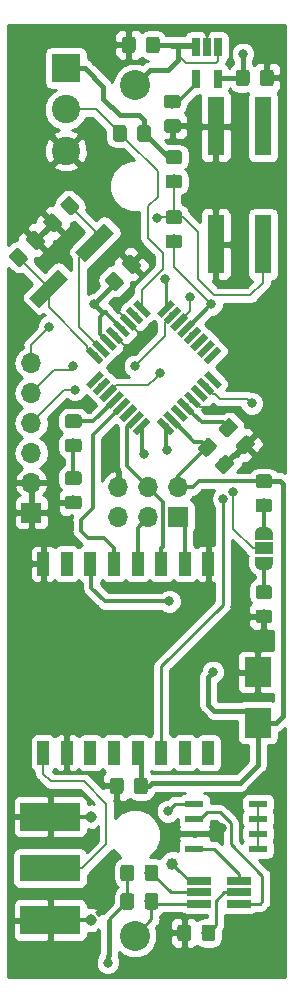
<source format=gbr>
G04 #@! TF.GenerationSoftware,KiCad,Pcbnew,(5.0.0)*
G04 #@! TF.CreationDate,2018-08-10T19:45:38+02:00*
G04 #@! TF.ProjectId,main,6D61696E2E6B696361645F7063620000,rev?*
G04 #@! TF.SameCoordinates,PX7b89fa0PY82ce540*
G04 #@! TF.FileFunction,Copper,L1,Top,Signal*
G04 #@! TF.FilePolarity,Positive*
%FSLAX46Y46*%
G04 Gerber Fmt 4.6, Leading zero omitted, Abs format (unit mm)*
G04 Created by KiCad (PCBNEW (5.0.0)) date 08/10/18 19:45:38*
%MOMM*%
%LPD*%
G01*
G04 APERTURE LIST*
G04 #@! TA.AperFunction,SMDPad,CuDef*
%ADD10R,0.650000X1.560000*%
G04 #@! TD*
G04 #@! TA.AperFunction,Conductor*
%ADD11C,0.100000*%
G04 #@! TD*
G04 #@! TA.AperFunction,SMDPad,CuDef*
%ADD12C,1.150000*%
G04 #@! TD*
G04 #@! TA.AperFunction,SMDPad,CuDef*
%ADD13R,5.080000X2.290000*%
G04 #@! TD*
G04 #@! TA.AperFunction,SMDPad,CuDef*
%ADD14R,5.080000X2.420000*%
G04 #@! TD*
G04 #@! TA.AperFunction,ViaPad*
%ADD15C,0.970000*%
G04 #@! TD*
G04 #@! TA.AperFunction,Conductor*
%ADD16R,0.950000X0.460000*%
G04 #@! TD*
G04 #@! TA.AperFunction,ComponentPad*
%ADD17R,1.700000X1.700000*%
G04 #@! TD*
G04 #@! TA.AperFunction,ComponentPad*
%ADD18O,1.700000X1.700000*%
G04 #@! TD*
G04 #@! TA.AperFunction,SMDPad,CuDef*
%ADD19C,1.200000*%
G04 #@! TD*
G04 #@! TA.AperFunction,SMDPad,CuDef*
%ADD20R,2.300000X2.500000*%
G04 #@! TD*
G04 #@! TA.AperFunction,SMDPad,CuDef*
%ADD21C,0.500000*%
G04 #@! TD*
G04 #@! TA.AperFunction,SMDPad,CuDef*
%ADD22R,1.500000X1.000000*%
G04 #@! TD*
G04 #@! TA.AperFunction,ComponentPad*
%ADD23C,2.540000*%
G04 #@! TD*
G04 #@! TA.AperFunction,SMDPad,CuDef*
%ADD24R,1.400000X5.000000*%
G04 #@! TD*
G04 #@! TA.AperFunction,SMDPad,CuDef*
%ADD25C,0.550000*%
G04 #@! TD*
G04 #@! TA.AperFunction,SMDPad,CuDef*
%ADD26R,1.550000X0.600000*%
G04 #@! TD*
G04 #@! TA.AperFunction,SMDPad,CuDef*
%ADD27R,2.000000X0.650000*%
G04 #@! TD*
G04 #@! TA.AperFunction,SMDPad,CuDef*
%ADD28R,1.000000X2.000000*%
G04 #@! TD*
G04 #@! TA.AperFunction,ComponentPad*
%ADD29R,2.400000X2.400000*%
G04 #@! TD*
G04 #@! TA.AperFunction,ComponentPad*
%ADD30C,2.400000*%
G04 #@! TD*
G04 #@! TA.AperFunction,BGAPad,CuDef*
%ADD31C,1.000000*%
G04 #@! TD*
G04 #@! TA.AperFunction,ViaPad*
%ADD32C,0.800000*%
G04 #@! TD*
G04 #@! TA.AperFunction,Conductor*
%ADD33C,0.250000*%
G04 #@! TD*
G04 #@! TA.AperFunction,Conductor*
%ADD34C,0.300000*%
G04 #@! TD*
G04 #@! TA.AperFunction,Conductor*
%ADD35C,0.200000*%
G04 #@! TD*
G04 #@! TA.AperFunction,Conductor*
%ADD36C,0.400000*%
G04 #@! TD*
G04 #@! TA.AperFunction,Conductor*
%ADD37C,0.254000*%
G04 #@! TD*
G04 APERTURE END LIST*
D10*
G04 #@! TO.P,U4,1*
G04 #@! TO.N,+BATT*
X18476000Y79455000D03*
G04 #@! TO.P,U4,2*
G04 #@! TO.N,GND*
X17526000Y79455000D03*
G04 #@! TO.P,U4,3*
G04 #@! TO.N,+BATT*
X16576000Y79455000D03*
G04 #@! TO.P,U4,4*
G04 #@! TO.N,Net-(C8-Pad1)*
X16576000Y76755000D03*
G04 #@! TO.P,U4,5*
G04 #@! TO.N,+3V3*
X18476000Y76755000D03*
G04 #@! TD*
D11*
G04 #@! TO.N,RST*
G04 #@! TO.C,C1*
G36*
X15206505Y65606796D02*
X15230773Y65603196D01*
X15254572Y65597235D01*
X15277671Y65588970D01*
X15299850Y65578480D01*
X15320893Y65565868D01*
X15340599Y65551253D01*
X15358777Y65534777D01*
X15375253Y65516599D01*
X15389868Y65496893D01*
X15402480Y65475850D01*
X15412970Y65453671D01*
X15421235Y65430572D01*
X15427196Y65406773D01*
X15430796Y65382505D01*
X15432000Y65358001D01*
X15432000Y64707999D01*
X15430796Y64683495D01*
X15427196Y64659227D01*
X15421235Y64635428D01*
X15412970Y64612329D01*
X15402480Y64590150D01*
X15389868Y64569107D01*
X15375253Y64549401D01*
X15358777Y64531223D01*
X15340599Y64514747D01*
X15320893Y64500132D01*
X15299850Y64487520D01*
X15277671Y64477030D01*
X15254572Y64468765D01*
X15230773Y64462804D01*
X15206505Y64459204D01*
X15182001Y64458000D01*
X14281999Y64458000D01*
X14257495Y64459204D01*
X14233227Y64462804D01*
X14209428Y64468765D01*
X14186329Y64477030D01*
X14164150Y64487520D01*
X14143107Y64500132D01*
X14123401Y64514747D01*
X14105223Y64531223D01*
X14088747Y64549401D01*
X14074132Y64569107D01*
X14061520Y64590150D01*
X14051030Y64612329D01*
X14042765Y64635428D01*
X14036804Y64659227D01*
X14033204Y64683495D01*
X14032000Y64707999D01*
X14032000Y65358001D01*
X14033204Y65382505D01*
X14036804Y65406773D01*
X14042765Y65430572D01*
X14051030Y65453671D01*
X14061520Y65475850D01*
X14074132Y65496893D01*
X14088747Y65516599D01*
X14105223Y65534777D01*
X14123401Y65551253D01*
X14143107Y65565868D01*
X14164150Y65578480D01*
X14186329Y65588970D01*
X14209428Y65597235D01*
X14233227Y65603196D01*
X14257495Y65606796D01*
X14281999Y65608000D01*
X15182001Y65608000D01*
X15206505Y65606796D01*
X15206505Y65606796D01*
G37*
D12*
G04 #@! TD*
G04 #@! TO.P,C1,1*
G04 #@! TO.N,RST*
X14732000Y65033000D03*
D11*
G04 #@! TO.N,reset_in*
G04 #@! TO.C,C1*
G36*
X15206505Y63556796D02*
X15230773Y63553196D01*
X15254572Y63547235D01*
X15277671Y63538970D01*
X15299850Y63528480D01*
X15320893Y63515868D01*
X15340599Y63501253D01*
X15358777Y63484777D01*
X15375253Y63466599D01*
X15389868Y63446893D01*
X15402480Y63425850D01*
X15412970Y63403671D01*
X15421235Y63380572D01*
X15427196Y63356773D01*
X15430796Y63332505D01*
X15432000Y63308001D01*
X15432000Y62657999D01*
X15430796Y62633495D01*
X15427196Y62609227D01*
X15421235Y62585428D01*
X15412970Y62562329D01*
X15402480Y62540150D01*
X15389868Y62519107D01*
X15375253Y62499401D01*
X15358777Y62481223D01*
X15340599Y62464747D01*
X15320893Y62450132D01*
X15299850Y62437520D01*
X15277671Y62427030D01*
X15254572Y62418765D01*
X15230773Y62412804D01*
X15206505Y62409204D01*
X15182001Y62408000D01*
X14281999Y62408000D01*
X14257495Y62409204D01*
X14233227Y62412804D01*
X14209428Y62418765D01*
X14186329Y62427030D01*
X14164150Y62437520D01*
X14143107Y62450132D01*
X14123401Y62464747D01*
X14105223Y62481223D01*
X14088747Y62499401D01*
X14074132Y62519107D01*
X14061520Y62540150D01*
X14051030Y62562329D01*
X14042765Y62585428D01*
X14036804Y62609227D01*
X14033204Y62633495D01*
X14032000Y62657999D01*
X14032000Y63308001D01*
X14033204Y63332505D01*
X14036804Y63356773D01*
X14042765Y63380572D01*
X14051030Y63403671D01*
X14061520Y63425850D01*
X14074132Y63446893D01*
X14088747Y63466599D01*
X14105223Y63484777D01*
X14123401Y63501253D01*
X14143107Y63515868D01*
X14164150Y63528480D01*
X14186329Y63538970D01*
X14209428Y63547235D01*
X14233227Y63553196D01*
X14257495Y63556796D01*
X14281999Y63558000D01*
X15182001Y63558000D01*
X15206505Y63556796D01*
X15206505Y63556796D01*
G37*
D12*
G04 #@! TD*
G04 #@! TO.P,C1,2*
G04 #@! TO.N,reset_in*
X14732000Y62983000D03*
D11*
G04 #@! TO.N,GND*
G04 #@! TO.C,C2*
G36*
X11074900Y61846588D02*
X11099168Y61842988D01*
X11122967Y61837027D01*
X11146066Y61828762D01*
X11168245Y61818272D01*
X11189288Y61805660D01*
X11208994Y61791045D01*
X11227172Y61774569D01*
X11863569Y61138172D01*
X11880045Y61119994D01*
X11894660Y61100288D01*
X11907272Y61079245D01*
X11917762Y61057066D01*
X11926027Y61033967D01*
X11931988Y61010168D01*
X11935588Y60985900D01*
X11936792Y60961396D01*
X11935588Y60936892D01*
X11931988Y60912624D01*
X11926027Y60888825D01*
X11917762Y60865726D01*
X11907272Y60843547D01*
X11894660Y60822504D01*
X11880045Y60802798D01*
X11863569Y60784620D01*
X11403948Y60324999D01*
X11385770Y60308523D01*
X11366064Y60293908D01*
X11345021Y60281296D01*
X11322842Y60270806D01*
X11299743Y60262541D01*
X11275944Y60256580D01*
X11251676Y60252980D01*
X11227172Y60251776D01*
X11202668Y60252980D01*
X11178400Y60256580D01*
X11154601Y60262541D01*
X11131502Y60270806D01*
X11109323Y60281296D01*
X11088280Y60293908D01*
X11068574Y60308523D01*
X11050396Y60324999D01*
X10413999Y60961396D01*
X10397523Y60979574D01*
X10382908Y60999280D01*
X10370296Y61020323D01*
X10359806Y61042502D01*
X10351541Y61065601D01*
X10345580Y61089400D01*
X10341980Y61113668D01*
X10340776Y61138172D01*
X10341980Y61162676D01*
X10345580Y61186944D01*
X10351541Y61210743D01*
X10359806Y61233842D01*
X10370296Y61256021D01*
X10382908Y61277064D01*
X10397523Y61296770D01*
X10413999Y61314948D01*
X10873620Y61774569D01*
X10891798Y61791045D01*
X10911504Y61805660D01*
X10932547Y61818272D01*
X10954726Y61828762D01*
X10977825Y61837027D01*
X11001624Y61842988D01*
X11025892Y61846588D01*
X11050396Y61847792D01*
X11074900Y61846588D01*
X11074900Y61846588D01*
G37*
D12*
G04 #@! TD*
G04 #@! TO.P,C2,2*
G04 #@! TO.N,GND*
X11138784Y61049784D03*
D11*
G04 #@! TO.N,+3V3*
G04 #@! TO.C,C2*
G36*
X9625332Y60397020D02*
X9649600Y60393420D01*
X9673399Y60387459D01*
X9696498Y60379194D01*
X9718677Y60368704D01*
X9739720Y60356092D01*
X9759426Y60341477D01*
X9777604Y60325001D01*
X10414001Y59688604D01*
X10430477Y59670426D01*
X10445092Y59650720D01*
X10457704Y59629677D01*
X10468194Y59607498D01*
X10476459Y59584399D01*
X10482420Y59560600D01*
X10486020Y59536332D01*
X10487224Y59511828D01*
X10486020Y59487324D01*
X10482420Y59463056D01*
X10476459Y59439257D01*
X10468194Y59416158D01*
X10457704Y59393979D01*
X10445092Y59372936D01*
X10430477Y59353230D01*
X10414001Y59335052D01*
X9954380Y58875431D01*
X9936202Y58858955D01*
X9916496Y58844340D01*
X9895453Y58831728D01*
X9873274Y58821238D01*
X9850175Y58812973D01*
X9826376Y58807012D01*
X9802108Y58803412D01*
X9777604Y58802208D01*
X9753100Y58803412D01*
X9728832Y58807012D01*
X9705033Y58812973D01*
X9681934Y58821238D01*
X9659755Y58831728D01*
X9638712Y58844340D01*
X9619006Y58858955D01*
X9600828Y58875431D01*
X8964431Y59511828D01*
X8947955Y59530006D01*
X8933340Y59549712D01*
X8920728Y59570755D01*
X8910238Y59592934D01*
X8901973Y59616033D01*
X8896012Y59639832D01*
X8892412Y59664100D01*
X8891208Y59688604D01*
X8892412Y59713108D01*
X8896012Y59737376D01*
X8901973Y59761175D01*
X8910238Y59784274D01*
X8920728Y59806453D01*
X8933340Y59827496D01*
X8947955Y59847202D01*
X8964431Y59865380D01*
X9424052Y60325001D01*
X9442230Y60341477D01*
X9461936Y60356092D01*
X9482979Y60368704D01*
X9505158Y60379194D01*
X9528257Y60387459D01*
X9552056Y60393420D01*
X9576324Y60397020D01*
X9600828Y60398224D01*
X9625332Y60397020D01*
X9625332Y60397020D01*
G37*
D12*
G04 #@! TD*
G04 #@! TO.P,C2,1*
G04 #@! TO.N,+3V3*
X9689216Y59600216D03*
D11*
G04 #@! TO.N,Net-(C3-Pad1)*
G04 #@! TO.C,C3*
G36*
X19454108Y48003588D02*
X19478376Y47999988D01*
X19502175Y47994027D01*
X19525274Y47985762D01*
X19547453Y47975272D01*
X19568496Y47962660D01*
X19588202Y47948045D01*
X19606380Y47931569D01*
X20066001Y47471948D01*
X20082477Y47453770D01*
X20097092Y47434064D01*
X20109704Y47413021D01*
X20120194Y47390842D01*
X20128459Y47367743D01*
X20134420Y47343944D01*
X20138020Y47319676D01*
X20139224Y47295172D01*
X20138020Y47270668D01*
X20134420Y47246400D01*
X20128459Y47222601D01*
X20120194Y47199502D01*
X20109704Y47177323D01*
X20097092Y47156280D01*
X20082477Y47136574D01*
X20066001Y47118396D01*
X19429604Y46481999D01*
X19411426Y46465523D01*
X19391720Y46450908D01*
X19370677Y46438296D01*
X19348498Y46427806D01*
X19325399Y46419541D01*
X19301600Y46413580D01*
X19277332Y46409980D01*
X19252828Y46408776D01*
X19228324Y46409980D01*
X19204056Y46413580D01*
X19180257Y46419541D01*
X19157158Y46427806D01*
X19134979Y46438296D01*
X19113936Y46450908D01*
X19094230Y46465523D01*
X19076052Y46481999D01*
X18616431Y46941620D01*
X18599955Y46959798D01*
X18585340Y46979504D01*
X18572728Y47000547D01*
X18562238Y47022726D01*
X18553973Y47045825D01*
X18548012Y47069624D01*
X18544412Y47093892D01*
X18543208Y47118396D01*
X18544412Y47142900D01*
X18548012Y47167168D01*
X18553973Y47190967D01*
X18562238Y47214066D01*
X18572728Y47236245D01*
X18585340Y47257288D01*
X18599955Y47276994D01*
X18616431Y47295172D01*
X19252828Y47931569D01*
X19271006Y47948045D01*
X19290712Y47962660D01*
X19311755Y47975272D01*
X19333934Y47985762D01*
X19357033Y47994027D01*
X19380832Y47999988D01*
X19405100Y48003588D01*
X19429604Y48004792D01*
X19454108Y48003588D01*
X19454108Y48003588D01*
G37*
D12*
G04 #@! TD*
G04 #@! TO.P,C3,1*
G04 #@! TO.N,Net-(C3-Pad1)*
X19341216Y47206784D03*
D11*
G04 #@! TO.N,GND*
G04 #@! TO.C,C3*
G36*
X20903676Y46554020D02*
X20927944Y46550420D01*
X20951743Y46544459D01*
X20974842Y46536194D01*
X20997021Y46525704D01*
X21018064Y46513092D01*
X21037770Y46498477D01*
X21055948Y46482001D01*
X21515569Y46022380D01*
X21532045Y46004202D01*
X21546660Y45984496D01*
X21559272Y45963453D01*
X21569762Y45941274D01*
X21578027Y45918175D01*
X21583988Y45894376D01*
X21587588Y45870108D01*
X21588792Y45845604D01*
X21587588Y45821100D01*
X21583988Y45796832D01*
X21578027Y45773033D01*
X21569762Y45749934D01*
X21559272Y45727755D01*
X21546660Y45706712D01*
X21532045Y45687006D01*
X21515569Y45668828D01*
X20879172Y45032431D01*
X20860994Y45015955D01*
X20841288Y45001340D01*
X20820245Y44988728D01*
X20798066Y44978238D01*
X20774967Y44969973D01*
X20751168Y44964012D01*
X20726900Y44960412D01*
X20702396Y44959208D01*
X20677892Y44960412D01*
X20653624Y44964012D01*
X20629825Y44969973D01*
X20606726Y44978238D01*
X20584547Y44988728D01*
X20563504Y45001340D01*
X20543798Y45015955D01*
X20525620Y45032431D01*
X20065999Y45492052D01*
X20049523Y45510230D01*
X20034908Y45529936D01*
X20022296Y45550979D01*
X20011806Y45573158D01*
X20003541Y45596257D01*
X19997580Y45620056D01*
X19993980Y45644324D01*
X19992776Y45668828D01*
X19993980Y45693332D01*
X19997580Y45717600D01*
X20003541Y45741399D01*
X20011806Y45764498D01*
X20022296Y45786677D01*
X20034908Y45807720D01*
X20049523Y45827426D01*
X20065999Y45845604D01*
X20702396Y46482001D01*
X20720574Y46498477D01*
X20740280Y46513092D01*
X20761323Y46525704D01*
X20783502Y46536194D01*
X20806601Y46544459D01*
X20830400Y46550420D01*
X20854668Y46554020D01*
X20879172Y46555224D01*
X20903676Y46554020D01*
X20903676Y46554020D01*
G37*
D12*
G04 #@! TD*
G04 #@! TO.P,C3,2*
G04 #@! TO.N,GND*
X20790784Y45757216D03*
D11*
G04 #@! TO.N,GND*
G04 #@! TO.C,C4*
G36*
X19125676Y44903020D02*
X19149944Y44899420D01*
X19173743Y44893459D01*
X19196842Y44885194D01*
X19219021Y44874704D01*
X19240064Y44862092D01*
X19259770Y44847477D01*
X19277948Y44831001D01*
X19737569Y44371380D01*
X19754045Y44353202D01*
X19768660Y44333496D01*
X19781272Y44312453D01*
X19791762Y44290274D01*
X19800027Y44267175D01*
X19805988Y44243376D01*
X19809588Y44219108D01*
X19810792Y44194604D01*
X19809588Y44170100D01*
X19805988Y44145832D01*
X19800027Y44122033D01*
X19791762Y44098934D01*
X19781272Y44076755D01*
X19768660Y44055712D01*
X19754045Y44036006D01*
X19737569Y44017828D01*
X19101172Y43381431D01*
X19082994Y43364955D01*
X19063288Y43350340D01*
X19042245Y43337728D01*
X19020066Y43327238D01*
X18996967Y43318973D01*
X18973168Y43313012D01*
X18948900Y43309412D01*
X18924396Y43308208D01*
X18899892Y43309412D01*
X18875624Y43313012D01*
X18851825Y43318973D01*
X18828726Y43327238D01*
X18806547Y43337728D01*
X18785504Y43350340D01*
X18765798Y43364955D01*
X18747620Y43381431D01*
X18287999Y43841052D01*
X18271523Y43859230D01*
X18256908Y43878936D01*
X18244296Y43899979D01*
X18233806Y43922158D01*
X18225541Y43945257D01*
X18219580Y43969056D01*
X18215980Y43993324D01*
X18214776Y44017828D01*
X18215980Y44042332D01*
X18219580Y44066600D01*
X18225541Y44090399D01*
X18233806Y44113498D01*
X18244296Y44135677D01*
X18256908Y44156720D01*
X18271523Y44176426D01*
X18287999Y44194604D01*
X18924396Y44831001D01*
X18942574Y44847477D01*
X18962280Y44862092D01*
X18983323Y44874704D01*
X19005502Y44885194D01*
X19028601Y44893459D01*
X19052400Y44899420D01*
X19076668Y44903020D01*
X19101172Y44904224D01*
X19125676Y44903020D01*
X19125676Y44903020D01*
G37*
D12*
G04 #@! TD*
G04 #@! TO.P,C4,2*
G04 #@! TO.N,GND*
X19012784Y44106216D03*
D11*
G04 #@! TO.N,+3V3*
G04 #@! TO.C,C4*
G36*
X17676108Y46352588D02*
X17700376Y46348988D01*
X17724175Y46343027D01*
X17747274Y46334762D01*
X17769453Y46324272D01*
X17790496Y46311660D01*
X17810202Y46297045D01*
X17828380Y46280569D01*
X18288001Y45820948D01*
X18304477Y45802770D01*
X18319092Y45783064D01*
X18331704Y45762021D01*
X18342194Y45739842D01*
X18350459Y45716743D01*
X18356420Y45692944D01*
X18360020Y45668676D01*
X18361224Y45644172D01*
X18360020Y45619668D01*
X18356420Y45595400D01*
X18350459Y45571601D01*
X18342194Y45548502D01*
X18331704Y45526323D01*
X18319092Y45505280D01*
X18304477Y45485574D01*
X18288001Y45467396D01*
X17651604Y44830999D01*
X17633426Y44814523D01*
X17613720Y44799908D01*
X17592677Y44787296D01*
X17570498Y44776806D01*
X17547399Y44768541D01*
X17523600Y44762580D01*
X17499332Y44758980D01*
X17474828Y44757776D01*
X17450324Y44758980D01*
X17426056Y44762580D01*
X17402257Y44768541D01*
X17379158Y44776806D01*
X17356979Y44787296D01*
X17335936Y44799908D01*
X17316230Y44814523D01*
X17298052Y44830999D01*
X16838431Y45290620D01*
X16821955Y45308798D01*
X16807340Y45328504D01*
X16794728Y45349547D01*
X16784238Y45371726D01*
X16775973Y45394825D01*
X16770012Y45418624D01*
X16766412Y45442892D01*
X16765208Y45467396D01*
X16766412Y45491900D01*
X16770012Y45516168D01*
X16775973Y45539967D01*
X16784238Y45563066D01*
X16794728Y45585245D01*
X16807340Y45606288D01*
X16821955Y45625994D01*
X16838431Y45644172D01*
X17474828Y46280569D01*
X17493006Y46297045D01*
X17512712Y46311660D01*
X17533755Y46324272D01*
X17555934Y46334762D01*
X17579033Y46343027D01*
X17602832Y46348988D01*
X17627100Y46352588D01*
X17651604Y46353792D01*
X17676108Y46352588D01*
X17676108Y46352588D01*
G37*
D12*
G04 #@! TD*
G04 #@! TO.P,C4,1*
G04 #@! TO.N,+3V3*
X17563216Y45555784D03*
D11*
G04 #@! TO.N,GND*
G04 #@! TO.C,C5*
G36*
X4418332Y65350020D02*
X4442600Y65346420D01*
X4466399Y65340459D01*
X4489498Y65332194D01*
X4511677Y65321704D01*
X4532720Y65309092D01*
X4552426Y65294477D01*
X4570604Y65278001D01*
X5207001Y64641604D01*
X5223477Y64623426D01*
X5238092Y64603720D01*
X5250704Y64582677D01*
X5261194Y64560498D01*
X5269459Y64537399D01*
X5275420Y64513600D01*
X5279020Y64489332D01*
X5280224Y64464828D01*
X5279020Y64440324D01*
X5275420Y64416056D01*
X5269459Y64392257D01*
X5261194Y64369158D01*
X5250704Y64346979D01*
X5238092Y64325936D01*
X5223477Y64306230D01*
X5207001Y64288052D01*
X4747380Y63828431D01*
X4729202Y63811955D01*
X4709496Y63797340D01*
X4688453Y63784728D01*
X4666274Y63774238D01*
X4643175Y63765973D01*
X4619376Y63760012D01*
X4595108Y63756412D01*
X4570604Y63755208D01*
X4546100Y63756412D01*
X4521832Y63760012D01*
X4498033Y63765973D01*
X4474934Y63774238D01*
X4452755Y63784728D01*
X4431712Y63797340D01*
X4412006Y63811955D01*
X4393828Y63828431D01*
X3757431Y64464828D01*
X3740955Y64483006D01*
X3726340Y64502712D01*
X3713728Y64523755D01*
X3703238Y64545934D01*
X3694973Y64569033D01*
X3689012Y64592832D01*
X3685412Y64617100D01*
X3684208Y64641604D01*
X3685412Y64666108D01*
X3689012Y64690376D01*
X3694973Y64714175D01*
X3703238Y64737274D01*
X3713728Y64759453D01*
X3726340Y64780496D01*
X3740955Y64800202D01*
X3757431Y64818380D01*
X4217052Y65278001D01*
X4235230Y65294477D01*
X4254936Y65309092D01*
X4275979Y65321704D01*
X4298158Y65332194D01*
X4321257Y65340459D01*
X4345056Y65346420D01*
X4369324Y65350020D01*
X4393828Y65351224D01*
X4418332Y65350020D01*
X4418332Y65350020D01*
G37*
D12*
G04 #@! TD*
G04 #@! TO.P,C5,1*
G04 #@! TO.N,GND*
X4482216Y64553216D03*
D11*
G04 #@! TO.N,Net-(C5-Pad2)*
G04 #@! TO.C,C5*
G36*
X5867900Y66799588D02*
X5892168Y66795988D01*
X5915967Y66790027D01*
X5939066Y66781762D01*
X5961245Y66771272D01*
X5982288Y66758660D01*
X6001994Y66744045D01*
X6020172Y66727569D01*
X6656569Y66091172D01*
X6673045Y66072994D01*
X6687660Y66053288D01*
X6700272Y66032245D01*
X6710762Y66010066D01*
X6719027Y65986967D01*
X6724988Y65963168D01*
X6728588Y65938900D01*
X6729792Y65914396D01*
X6728588Y65889892D01*
X6724988Y65865624D01*
X6719027Y65841825D01*
X6710762Y65818726D01*
X6700272Y65796547D01*
X6687660Y65775504D01*
X6673045Y65755798D01*
X6656569Y65737620D01*
X6196948Y65277999D01*
X6178770Y65261523D01*
X6159064Y65246908D01*
X6138021Y65234296D01*
X6115842Y65223806D01*
X6092743Y65215541D01*
X6068944Y65209580D01*
X6044676Y65205980D01*
X6020172Y65204776D01*
X5995668Y65205980D01*
X5971400Y65209580D01*
X5947601Y65215541D01*
X5924502Y65223806D01*
X5902323Y65234296D01*
X5881280Y65246908D01*
X5861574Y65261523D01*
X5843396Y65277999D01*
X5206999Y65914396D01*
X5190523Y65932574D01*
X5175908Y65952280D01*
X5163296Y65973323D01*
X5152806Y65995502D01*
X5144541Y66018601D01*
X5138580Y66042400D01*
X5134980Y66066668D01*
X5133776Y66091172D01*
X5134980Y66115676D01*
X5138580Y66139944D01*
X5144541Y66163743D01*
X5152806Y66186842D01*
X5163296Y66209021D01*
X5175908Y66230064D01*
X5190523Y66249770D01*
X5206999Y66267948D01*
X5666620Y66727569D01*
X5684798Y66744045D01*
X5704504Y66758660D01*
X5725547Y66771272D01*
X5747726Y66781762D01*
X5770825Y66790027D01*
X5794624Y66795988D01*
X5818892Y66799588D01*
X5843396Y66800792D01*
X5867900Y66799588D01*
X5867900Y66799588D01*
G37*
D12*
G04 #@! TD*
G04 #@! TO.P,C5,2*
G04 #@! TO.N,Net-(C5-Pad2)*
X5931784Y66002784D03*
D11*
G04 #@! TO.N,Net-(C6-Pad2)*
G04 #@! TO.C,C6*
G36*
X1497332Y62429020D02*
X1521600Y62425420D01*
X1545399Y62419459D01*
X1568498Y62411194D01*
X1590677Y62400704D01*
X1611720Y62388092D01*
X1631426Y62373477D01*
X1649604Y62357001D01*
X2286001Y61720604D01*
X2302477Y61702426D01*
X2317092Y61682720D01*
X2329704Y61661677D01*
X2340194Y61639498D01*
X2348459Y61616399D01*
X2354420Y61592600D01*
X2358020Y61568332D01*
X2359224Y61543828D01*
X2358020Y61519324D01*
X2354420Y61495056D01*
X2348459Y61471257D01*
X2340194Y61448158D01*
X2329704Y61425979D01*
X2317092Y61404936D01*
X2302477Y61385230D01*
X2286001Y61367052D01*
X1826380Y60907431D01*
X1808202Y60890955D01*
X1788496Y60876340D01*
X1767453Y60863728D01*
X1745274Y60853238D01*
X1722175Y60844973D01*
X1698376Y60839012D01*
X1674108Y60835412D01*
X1649604Y60834208D01*
X1625100Y60835412D01*
X1600832Y60839012D01*
X1577033Y60844973D01*
X1553934Y60853238D01*
X1531755Y60863728D01*
X1510712Y60876340D01*
X1491006Y60890955D01*
X1472828Y60907431D01*
X836431Y61543828D01*
X819955Y61562006D01*
X805340Y61581712D01*
X792728Y61602755D01*
X782238Y61624934D01*
X773973Y61648033D01*
X768012Y61671832D01*
X764412Y61696100D01*
X763208Y61720604D01*
X764412Y61745108D01*
X768012Y61769376D01*
X773973Y61793175D01*
X782238Y61816274D01*
X792728Y61838453D01*
X805340Y61859496D01*
X819955Y61879202D01*
X836431Y61897380D01*
X1296052Y62357001D01*
X1314230Y62373477D01*
X1333936Y62388092D01*
X1354979Y62400704D01*
X1377158Y62411194D01*
X1400257Y62419459D01*
X1424056Y62425420D01*
X1448324Y62429020D01*
X1472828Y62430224D01*
X1497332Y62429020D01*
X1497332Y62429020D01*
G37*
D12*
G04 #@! TD*
G04 #@! TO.P,C6,2*
G04 #@! TO.N,Net-(C6-Pad2)*
X1561216Y61632216D03*
D11*
G04 #@! TO.N,GND*
G04 #@! TO.C,C6*
G36*
X2946900Y63878588D02*
X2971168Y63874988D01*
X2994967Y63869027D01*
X3018066Y63860762D01*
X3040245Y63850272D01*
X3061288Y63837660D01*
X3080994Y63823045D01*
X3099172Y63806569D01*
X3735569Y63170172D01*
X3752045Y63151994D01*
X3766660Y63132288D01*
X3779272Y63111245D01*
X3789762Y63089066D01*
X3798027Y63065967D01*
X3803988Y63042168D01*
X3807588Y63017900D01*
X3808792Y62993396D01*
X3807588Y62968892D01*
X3803988Y62944624D01*
X3798027Y62920825D01*
X3789762Y62897726D01*
X3779272Y62875547D01*
X3766660Y62854504D01*
X3752045Y62834798D01*
X3735569Y62816620D01*
X3275948Y62356999D01*
X3257770Y62340523D01*
X3238064Y62325908D01*
X3217021Y62313296D01*
X3194842Y62302806D01*
X3171743Y62294541D01*
X3147944Y62288580D01*
X3123676Y62284980D01*
X3099172Y62283776D01*
X3074668Y62284980D01*
X3050400Y62288580D01*
X3026601Y62294541D01*
X3003502Y62302806D01*
X2981323Y62313296D01*
X2960280Y62325908D01*
X2940574Y62340523D01*
X2922396Y62356999D01*
X2285999Y62993396D01*
X2269523Y63011574D01*
X2254908Y63031280D01*
X2242296Y63052323D01*
X2231806Y63074502D01*
X2223541Y63097601D01*
X2217580Y63121400D01*
X2213980Y63145668D01*
X2212776Y63170172D01*
X2213980Y63194676D01*
X2217580Y63218944D01*
X2223541Y63242743D01*
X2231806Y63265842D01*
X2242296Y63288021D01*
X2254908Y63309064D01*
X2269523Y63328770D01*
X2285999Y63346948D01*
X2745620Y63806569D01*
X2763798Y63823045D01*
X2783504Y63837660D01*
X2804547Y63850272D01*
X2826726Y63860762D01*
X2849825Y63869027D01*
X2873624Y63874988D01*
X2897892Y63878588D01*
X2922396Y63879792D01*
X2946900Y63878588D01*
X2946900Y63878588D01*
G37*
D12*
G04 #@! TD*
G04 #@! TO.P,C6,1*
G04 #@! TO.N,GND*
X3010784Y63081784D03*
D11*
G04 #@! TO.N,Net-(C8-Pad1)*
G04 #@! TO.C,C8*
G36*
X15079505Y75385796D02*
X15103773Y75382196D01*
X15127572Y75376235D01*
X15150671Y75367970D01*
X15172850Y75357480D01*
X15193893Y75344868D01*
X15213599Y75330253D01*
X15231777Y75313777D01*
X15248253Y75295599D01*
X15262868Y75275893D01*
X15275480Y75254850D01*
X15285970Y75232671D01*
X15294235Y75209572D01*
X15300196Y75185773D01*
X15303796Y75161505D01*
X15305000Y75137001D01*
X15305000Y74486999D01*
X15303796Y74462495D01*
X15300196Y74438227D01*
X15294235Y74414428D01*
X15285970Y74391329D01*
X15275480Y74369150D01*
X15262868Y74348107D01*
X15248253Y74328401D01*
X15231777Y74310223D01*
X15213599Y74293747D01*
X15193893Y74279132D01*
X15172850Y74266520D01*
X15150671Y74256030D01*
X15127572Y74247765D01*
X15103773Y74241804D01*
X15079505Y74238204D01*
X15055001Y74237000D01*
X14154999Y74237000D01*
X14130495Y74238204D01*
X14106227Y74241804D01*
X14082428Y74247765D01*
X14059329Y74256030D01*
X14037150Y74266520D01*
X14016107Y74279132D01*
X13996401Y74293747D01*
X13978223Y74310223D01*
X13961747Y74328401D01*
X13947132Y74348107D01*
X13934520Y74369150D01*
X13924030Y74391329D01*
X13915765Y74414428D01*
X13909804Y74438227D01*
X13906204Y74462495D01*
X13905000Y74486999D01*
X13905000Y75137001D01*
X13906204Y75161505D01*
X13909804Y75185773D01*
X13915765Y75209572D01*
X13924030Y75232671D01*
X13934520Y75254850D01*
X13947132Y75275893D01*
X13961747Y75295599D01*
X13978223Y75313777D01*
X13996401Y75330253D01*
X14016107Y75344868D01*
X14037150Y75357480D01*
X14059329Y75367970D01*
X14082428Y75376235D01*
X14106227Y75382196D01*
X14130495Y75385796D01*
X14154999Y75387000D01*
X15055001Y75387000D01*
X15079505Y75385796D01*
X15079505Y75385796D01*
G37*
D12*
G04 #@! TD*
G04 #@! TO.P,C8,1*
G04 #@! TO.N,Net-(C8-Pad1)*
X14605000Y74812000D03*
D11*
G04 #@! TO.N,GND*
G04 #@! TO.C,C8*
G36*
X15079505Y73335796D02*
X15103773Y73332196D01*
X15127572Y73326235D01*
X15150671Y73317970D01*
X15172850Y73307480D01*
X15193893Y73294868D01*
X15213599Y73280253D01*
X15231777Y73263777D01*
X15248253Y73245599D01*
X15262868Y73225893D01*
X15275480Y73204850D01*
X15285970Y73182671D01*
X15294235Y73159572D01*
X15300196Y73135773D01*
X15303796Y73111505D01*
X15305000Y73087001D01*
X15305000Y72436999D01*
X15303796Y72412495D01*
X15300196Y72388227D01*
X15294235Y72364428D01*
X15285970Y72341329D01*
X15275480Y72319150D01*
X15262868Y72298107D01*
X15248253Y72278401D01*
X15231777Y72260223D01*
X15213599Y72243747D01*
X15193893Y72229132D01*
X15172850Y72216520D01*
X15150671Y72206030D01*
X15127572Y72197765D01*
X15103773Y72191804D01*
X15079505Y72188204D01*
X15055001Y72187000D01*
X14154999Y72187000D01*
X14130495Y72188204D01*
X14106227Y72191804D01*
X14082428Y72197765D01*
X14059329Y72206030D01*
X14037150Y72216520D01*
X14016107Y72229132D01*
X13996401Y72243747D01*
X13978223Y72260223D01*
X13961747Y72278401D01*
X13947132Y72298107D01*
X13934520Y72319150D01*
X13924030Y72341329D01*
X13915765Y72364428D01*
X13909804Y72388227D01*
X13906204Y72412495D01*
X13905000Y72436999D01*
X13905000Y73087001D01*
X13906204Y73111505D01*
X13909804Y73135773D01*
X13915765Y73159572D01*
X13924030Y73182671D01*
X13934520Y73204850D01*
X13947132Y73225893D01*
X13961747Y73245599D01*
X13978223Y73263777D01*
X13996401Y73280253D01*
X14016107Y73294868D01*
X14037150Y73307480D01*
X14059329Y73317970D01*
X14082428Y73326235D01*
X14106227Y73332196D01*
X14130495Y73335796D01*
X14154999Y73337000D01*
X15055001Y73337000D01*
X15079505Y73335796D01*
X15079505Y73335796D01*
G37*
D12*
G04 #@! TD*
G04 #@! TO.P,C8,2*
G04 #@! TO.N,GND*
X14605000Y72762000D03*
D11*
G04 #@! TO.N,GND*
G04 #@! TO.C,C9*
G36*
X10246505Y17589796D02*
X10270773Y17586196D01*
X10294572Y17580235D01*
X10317671Y17571970D01*
X10339850Y17561480D01*
X10360893Y17548868D01*
X10380599Y17534253D01*
X10398777Y17517777D01*
X10415253Y17499599D01*
X10429868Y17479893D01*
X10442480Y17458850D01*
X10452970Y17436671D01*
X10461235Y17413572D01*
X10467196Y17389773D01*
X10470796Y17365505D01*
X10472000Y17341001D01*
X10472000Y16440999D01*
X10470796Y16416495D01*
X10467196Y16392227D01*
X10461235Y16368428D01*
X10452970Y16345329D01*
X10442480Y16323150D01*
X10429868Y16302107D01*
X10415253Y16282401D01*
X10398777Y16264223D01*
X10380599Y16247747D01*
X10360893Y16233132D01*
X10339850Y16220520D01*
X10317671Y16210030D01*
X10294572Y16201765D01*
X10270773Y16195804D01*
X10246505Y16192204D01*
X10222001Y16191000D01*
X9571999Y16191000D01*
X9547495Y16192204D01*
X9523227Y16195804D01*
X9499428Y16201765D01*
X9476329Y16210030D01*
X9454150Y16220520D01*
X9433107Y16233132D01*
X9413401Y16247747D01*
X9395223Y16264223D01*
X9378747Y16282401D01*
X9364132Y16302107D01*
X9351520Y16323150D01*
X9341030Y16345329D01*
X9332765Y16368428D01*
X9326804Y16392227D01*
X9323204Y16416495D01*
X9322000Y16440999D01*
X9322000Y17341001D01*
X9323204Y17365505D01*
X9326804Y17389773D01*
X9332765Y17413572D01*
X9341030Y17436671D01*
X9351520Y17458850D01*
X9364132Y17479893D01*
X9378747Y17499599D01*
X9395223Y17517777D01*
X9413401Y17534253D01*
X9433107Y17548868D01*
X9454150Y17561480D01*
X9476329Y17571970D01*
X9499428Y17580235D01*
X9523227Y17586196D01*
X9547495Y17589796D01*
X9571999Y17591000D01*
X10222001Y17591000D01*
X10246505Y17589796D01*
X10246505Y17589796D01*
G37*
D12*
G04 #@! TD*
G04 #@! TO.P,C9,2*
G04 #@! TO.N,GND*
X9897000Y16891000D03*
D11*
G04 #@! TO.N,+3V3*
G04 #@! TO.C,C9*
G36*
X12296505Y17589796D02*
X12320773Y17586196D01*
X12344572Y17580235D01*
X12367671Y17571970D01*
X12389850Y17561480D01*
X12410893Y17548868D01*
X12430599Y17534253D01*
X12448777Y17517777D01*
X12465253Y17499599D01*
X12479868Y17479893D01*
X12492480Y17458850D01*
X12502970Y17436671D01*
X12511235Y17413572D01*
X12517196Y17389773D01*
X12520796Y17365505D01*
X12522000Y17341001D01*
X12522000Y16440999D01*
X12520796Y16416495D01*
X12517196Y16392227D01*
X12511235Y16368428D01*
X12502970Y16345329D01*
X12492480Y16323150D01*
X12479868Y16302107D01*
X12465253Y16282401D01*
X12448777Y16264223D01*
X12430599Y16247747D01*
X12410893Y16233132D01*
X12389850Y16220520D01*
X12367671Y16210030D01*
X12344572Y16201765D01*
X12320773Y16195804D01*
X12296505Y16192204D01*
X12272001Y16191000D01*
X11621999Y16191000D01*
X11597495Y16192204D01*
X11573227Y16195804D01*
X11549428Y16201765D01*
X11526329Y16210030D01*
X11504150Y16220520D01*
X11483107Y16233132D01*
X11463401Y16247747D01*
X11445223Y16264223D01*
X11428747Y16282401D01*
X11414132Y16302107D01*
X11401520Y16323150D01*
X11391030Y16345329D01*
X11382765Y16368428D01*
X11376804Y16392227D01*
X11373204Y16416495D01*
X11372000Y16440999D01*
X11372000Y17341001D01*
X11373204Y17365505D01*
X11376804Y17389773D01*
X11382765Y17413572D01*
X11391030Y17436671D01*
X11401520Y17458850D01*
X11414132Y17479893D01*
X11428747Y17499599D01*
X11445223Y17517777D01*
X11463401Y17534253D01*
X11483107Y17548868D01*
X11504150Y17561480D01*
X11526329Y17571970D01*
X11549428Y17580235D01*
X11573227Y17586196D01*
X11597495Y17589796D01*
X11621999Y17591000D01*
X12272001Y17591000D01*
X12296505Y17589796D01*
X12296505Y17589796D01*
G37*
D12*
G04 #@! TD*
G04 #@! TO.P,C9,1*
G04 #@! TO.N,+3V3*
X11947000Y16891000D03*
D11*
G04 #@! TO.N,+BATT*
G04 #@! TO.C,C10*
G36*
X11135505Y7810796D02*
X11159773Y7807196D01*
X11183572Y7801235D01*
X11206671Y7792970D01*
X11228850Y7782480D01*
X11249893Y7769868D01*
X11269599Y7755253D01*
X11287777Y7738777D01*
X11304253Y7720599D01*
X11318868Y7700893D01*
X11331480Y7679850D01*
X11341970Y7657671D01*
X11350235Y7634572D01*
X11356196Y7610773D01*
X11359796Y7586505D01*
X11361000Y7562001D01*
X11361000Y6661999D01*
X11359796Y6637495D01*
X11356196Y6613227D01*
X11350235Y6589428D01*
X11341970Y6566329D01*
X11331480Y6544150D01*
X11318868Y6523107D01*
X11304253Y6503401D01*
X11287777Y6485223D01*
X11269599Y6468747D01*
X11249893Y6454132D01*
X11228850Y6441520D01*
X11206671Y6431030D01*
X11183572Y6422765D01*
X11159773Y6416804D01*
X11135505Y6413204D01*
X11111001Y6412000D01*
X10460999Y6412000D01*
X10436495Y6413204D01*
X10412227Y6416804D01*
X10388428Y6422765D01*
X10365329Y6431030D01*
X10343150Y6441520D01*
X10322107Y6454132D01*
X10302401Y6468747D01*
X10284223Y6485223D01*
X10267747Y6503401D01*
X10253132Y6523107D01*
X10240520Y6544150D01*
X10230030Y6566329D01*
X10221765Y6589428D01*
X10215804Y6613227D01*
X10212204Y6637495D01*
X10211000Y6661999D01*
X10211000Y7562001D01*
X10212204Y7586505D01*
X10215804Y7610773D01*
X10221765Y7634572D01*
X10230030Y7657671D01*
X10240520Y7679850D01*
X10253132Y7700893D01*
X10267747Y7720599D01*
X10284223Y7738777D01*
X10302401Y7755253D01*
X10322107Y7769868D01*
X10343150Y7782480D01*
X10365329Y7792970D01*
X10388428Y7801235D01*
X10412227Y7807196D01*
X10436495Y7810796D01*
X10460999Y7812000D01*
X11111001Y7812000D01*
X11135505Y7810796D01*
X11135505Y7810796D01*
G37*
D12*
G04 #@! TD*
G04 #@! TO.P,C10,1*
G04 #@! TO.N,+BATT*
X10786000Y7112000D03*
D11*
G04 #@! TO.N,Net-(B1-Pad2)*
G04 #@! TO.C,C10*
G36*
X13185505Y7810796D02*
X13209773Y7807196D01*
X13233572Y7801235D01*
X13256671Y7792970D01*
X13278850Y7782480D01*
X13299893Y7769868D01*
X13319599Y7755253D01*
X13337777Y7738777D01*
X13354253Y7720599D01*
X13368868Y7700893D01*
X13381480Y7679850D01*
X13391970Y7657671D01*
X13400235Y7634572D01*
X13406196Y7610773D01*
X13409796Y7586505D01*
X13411000Y7562001D01*
X13411000Y6661999D01*
X13409796Y6637495D01*
X13406196Y6613227D01*
X13400235Y6589428D01*
X13391970Y6566329D01*
X13381480Y6544150D01*
X13368868Y6523107D01*
X13354253Y6503401D01*
X13337777Y6485223D01*
X13319599Y6468747D01*
X13299893Y6454132D01*
X13278850Y6441520D01*
X13256671Y6431030D01*
X13233572Y6422765D01*
X13209773Y6416804D01*
X13185505Y6413204D01*
X13161001Y6412000D01*
X12510999Y6412000D01*
X12486495Y6413204D01*
X12462227Y6416804D01*
X12438428Y6422765D01*
X12415329Y6431030D01*
X12393150Y6441520D01*
X12372107Y6454132D01*
X12352401Y6468747D01*
X12334223Y6485223D01*
X12317747Y6503401D01*
X12303132Y6523107D01*
X12290520Y6544150D01*
X12280030Y6566329D01*
X12271765Y6589428D01*
X12265804Y6613227D01*
X12262204Y6637495D01*
X12261000Y6661999D01*
X12261000Y7562001D01*
X12262204Y7586505D01*
X12265804Y7610773D01*
X12271765Y7634572D01*
X12280030Y7657671D01*
X12290520Y7679850D01*
X12303132Y7700893D01*
X12317747Y7720599D01*
X12334223Y7738777D01*
X12352401Y7755253D01*
X12372107Y7769868D01*
X12393150Y7782480D01*
X12415329Y7792970D01*
X12438428Y7801235D01*
X12462227Y7807196D01*
X12486495Y7810796D01*
X12510999Y7812000D01*
X13161001Y7812000D01*
X13185505Y7810796D01*
X13185505Y7810796D01*
G37*
D12*
G04 #@! TD*
G04 #@! TO.P,C10,2*
G04 #@! TO.N,Net-(B1-Pad2)*
X12836000Y7112000D03*
D11*
G04 #@! TO.N,GND*
G04 #@! TO.C,C11*
G36*
X11262505Y80327796D02*
X11286773Y80324196D01*
X11310572Y80318235D01*
X11333671Y80309970D01*
X11355850Y80299480D01*
X11376893Y80286868D01*
X11396599Y80272253D01*
X11414777Y80255777D01*
X11431253Y80237599D01*
X11445868Y80217893D01*
X11458480Y80196850D01*
X11468970Y80174671D01*
X11477235Y80151572D01*
X11483196Y80127773D01*
X11486796Y80103505D01*
X11488000Y80079001D01*
X11488000Y79178999D01*
X11486796Y79154495D01*
X11483196Y79130227D01*
X11477235Y79106428D01*
X11468970Y79083329D01*
X11458480Y79061150D01*
X11445868Y79040107D01*
X11431253Y79020401D01*
X11414777Y79002223D01*
X11396599Y78985747D01*
X11376893Y78971132D01*
X11355850Y78958520D01*
X11333671Y78948030D01*
X11310572Y78939765D01*
X11286773Y78933804D01*
X11262505Y78930204D01*
X11238001Y78929000D01*
X10587999Y78929000D01*
X10563495Y78930204D01*
X10539227Y78933804D01*
X10515428Y78939765D01*
X10492329Y78948030D01*
X10470150Y78958520D01*
X10449107Y78971132D01*
X10429401Y78985747D01*
X10411223Y79002223D01*
X10394747Y79020401D01*
X10380132Y79040107D01*
X10367520Y79061150D01*
X10357030Y79083329D01*
X10348765Y79106428D01*
X10342804Y79130227D01*
X10339204Y79154495D01*
X10338000Y79178999D01*
X10338000Y80079001D01*
X10339204Y80103505D01*
X10342804Y80127773D01*
X10348765Y80151572D01*
X10357030Y80174671D01*
X10367520Y80196850D01*
X10380132Y80217893D01*
X10394747Y80237599D01*
X10411223Y80255777D01*
X10429401Y80272253D01*
X10449107Y80286868D01*
X10470150Y80299480D01*
X10492329Y80309970D01*
X10515428Y80318235D01*
X10539227Y80324196D01*
X10563495Y80327796D01*
X10587999Y80329000D01*
X11238001Y80329000D01*
X11262505Y80327796D01*
X11262505Y80327796D01*
G37*
D12*
G04 #@! TD*
G04 #@! TO.P,C11,2*
G04 #@! TO.N,GND*
X10913000Y79629000D03*
D11*
G04 #@! TO.N,+BATT*
G04 #@! TO.C,C11*
G36*
X13312505Y80327796D02*
X13336773Y80324196D01*
X13360572Y80318235D01*
X13383671Y80309970D01*
X13405850Y80299480D01*
X13426893Y80286868D01*
X13446599Y80272253D01*
X13464777Y80255777D01*
X13481253Y80237599D01*
X13495868Y80217893D01*
X13508480Y80196850D01*
X13518970Y80174671D01*
X13527235Y80151572D01*
X13533196Y80127773D01*
X13536796Y80103505D01*
X13538000Y80079001D01*
X13538000Y79178999D01*
X13536796Y79154495D01*
X13533196Y79130227D01*
X13527235Y79106428D01*
X13518970Y79083329D01*
X13508480Y79061150D01*
X13495868Y79040107D01*
X13481253Y79020401D01*
X13464777Y79002223D01*
X13446599Y78985747D01*
X13426893Y78971132D01*
X13405850Y78958520D01*
X13383671Y78948030D01*
X13360572Y78939765D01*
X13336773Y78933804D01*
X13312505Y78930204D01*
X13288001Y78929000D01*
X12637999Y78929000D01*
X12613495Y78930204D01*
X12589227Y78933804D01*
X12565428Y78939765D01*
X12542329Y78948030D01*
X12520150Y78958520D01*
X12499107Y78971132D01*
X12479401Y78985747D01*
X12461223Y79002223D01*
X12444747Y79020401D01*
X12430132Y79040107D01*
X12417520Y79061150D01*
X12407030Y79083329D01*
X12398765Y79106428D01*
X12392804Y79130227D01*
X12389204Y79154495D01*
X12388000Y79178999D01*
X12388000Y80079001D01*
X12389204Y80103505D01*
X12392804Y80127773D01*
X12398765Y80151572D01*
X12407030Y80174671D01*
X12417520Y80196850D01*
X12430132Y80217893D01*
X12444747Y80237599D01*
X12461223Y80255777D01*
X12479401Y80272253D01*
X12499107Y80286868D01*
X12520150Y80299480D01*
X12542329Y80309970D01*
X12565428Y80318235D01*
X12589227Y80324196D01*
X12613495Y80327796D01*
X12637999Y80329000D01*
X13288001Y80329000D01*
X13312505Y80327796D01*
X13312505Y80327796D01*
G37*
D12*
G04 #@! TD*
G04 #@! TO.P,C11,1*
G04 #@! TO.N,+BATT*
X12963000Y79629000D03*
D11*
G04 #@! TO.N,+3V3*
G04 #@! TO.C,C12*
G36*
X20914505Y77533796D02*
X20938773Y77530196D01*
X20962572Y77524235D01*
X20985671Y77515970D01*
X21007850Y77505480D01*
X21028893Y77492868D01*
X21048599Y77478253D01*
X21066777Y77461777D01*
X21083253Y77443599D01*
X21097868Y77423893D01*
X21110480Y77402850D01*
X21120970Y77380671D01*
X21129235Y77357572D01*
X21135196Y77333773D01*
X21138796Y77309505D01*
X21140000Y77285001D01*
X21140000Y76384999D01*
X21138796Y76360495D01*
X21135196Y76336227D01*
X21129235Y76312428D01*
X21120970Y76289329D01*
X21110480Y76267150D01*
X21097868Y76246107D01*
X21083253Y76226401D01*
X21066777Y76208223D01*
X21048599Y76191747D01*
X21028893Y76177132D01*
X21007850Y76164520D01*
X20985671Y76154030D01*
X20962572Y76145765D01*
X20938773Y76139804D01*
X20914505Y76136204D01*
X20890001Y76135000D01*
X20239999Y76135000D01*
X20215495Y76136204D01*
X20191227Y76139804D01*
X20167428Y76145765D01*
X20144329Y76154030D01*
X20122150Y76164520D01*
X20101107Y76177132D01*
X20081401Y76191747D01*
X20063223Y76208223D01*
X20046747Y76226401D01*
X20032132Y76246107D01*
X20019520Y76267150D01*
X20009030Y76289329D01*
X20000765Y76312428D01*
X19994804Y76336227D01*
X19991204Y76360495D01*
X19990000Y76384999D01*
X19990000Y77285001D01*
X19991204Y77309505D01*
X19994804Y77333773D01*
X20000765Y77357572D01*
X20009030Y77380671D01*
X20019520Y77402850D01*
X20032132Y77423893D01*
X20046747Y77443599D01*
X20063223Y77461777D01*
X20081401Y77478253D01*
X20101107Y77492868D01*
X20122150Y77505480D01*
X20144329Y77515970D01*
X20167428Y77524235D01*
X20191227Y77530196D01*
X20215495Y77533796D01*
X20239999Y77535000D01*
X20890001Y77535000D01*
X20914505Y77533796D01*
X20914505Y77533796D01*
G37*
D12*
G04 #@! TD*
G04 #@! TO.P,C12,1*
G04 #@! TO.N,+3V3*
X20565000Y76835000D03*
D11*
G04 #@! TO.N,GND*
G04 #@! TO.C,C12*
G36*
X22964505Y77533796D02*
X22988773Y77530196D01*
X23012572Y77524235D01*
X23035671Y77515970D01*
X23057850Y77505480D01*
X23078893Y77492868D01*
X23098599Y77478253D01*
X23116777Y77461777D01*
X23133253Y77443599D01*
X23147868Y77423893D01*
X23160480Y77402850D01*
X23170970Y77380671D01*
X23179235Y77357572D01*
X23185196Y77333773D01*
X23188796Y77309505D01*
X23190000Y77285001D01*
X23190000Y76384999D01*
X23188796Y76360495D01*
X23185196Y76336227D01*
X23179235Y76312428D01*
X23170970Y76289329D01*
X23160480Y76267150D01*
X23147868Y76246107D01*
X23133253Y76226401D01*
X23116777Y76208223D01*
X23098599Y76191747D01*
X23078893Y76177132D01*
X23057850Y76164520D01*
X23035671Y76154030D01*
X23012572Y76145765D01*
X22988773Y76139804D01*
X22964505Y76136204D01*
X22940001Y76135000D01*
X22289999Y76135000D01*
X22265495Y76136204D01*
X22241227Y76139804D01*
X22217428Y76145765D01*
X22194329Y76154030D01*
X22172150Y76164520D01*
X22151107Y76177132D01*
X22131401Y76191747D01*
X22113223Y76208223D01*
X22096747Y76226401D01*
X22082132Y76246107D01*
X22069520Y76267150D01*
X22059030Y76289329D01*
X22050765Y76312428D01*
X22044804Y76336227D01*
X22041204Y76360495D01*
X22040000Y76384999D01*
X22040000Y77285001D01*
X22041204Y77309505D01*
X22044804Y77333773D01*
X22050765Y77357572D01*
X22059030Y77380671D01*
X22069520Y77402850D01*
X22082132Y77423893D01*
X22096747Y77443599D01*
X22113223Y77461777D01*
X22131401Y77478253D01*
X22151107Y77492868D01*
X22172150Y77505480D01*
X22194329Y77515970D01*
X22217428Y77524235D01*
X22241227Y77530196D01*
X22265495Y77533796D01*
X22289999Y77535000D01*
X22940001Y77535000D01*
X22964505Y77533796D01*
X22964505Y77533796D01*
G37*
D12*
G04 #@! TD*
G04 #@! TO.P,C12,2*
G04 #@! TO.N,GND*
X22615000Y76835000D03*
D13*
G04 #@! TO.P,J2,1*
G04 #@! TO.N,Net-(J2-Pad1)*
X4249000Y9906000D03*
D14*
G04 #@! TO.P,J2,2*
G04 #@! TO.N,GND*
X4249000Y14286000D03*
X4249000Y5526000D03*
D15*
G04 #@! TD*
G04 #@! TO.N,GND*
G04 #@! TO.C,J2*
X7689000Y14286000D03*
G04 #@! TO.N,GND*
G04 #@! TO.C,J2*
X7689000Y5526000D03*
D16*
X7239000Y14286000D03*
X7239000Y5526000D03*
G04 #@! TD*
D17*
G04 #@! TO.P,J3,1*
G04 #@! TO.N,GND*
X2667000Y40005000D03*
D18*
G04 #@! TO.P,J3,2*
X2667000Y42545000D03*
G04 #@! TO.P,J3,3*
G04 #@! TO.N,+3V3*
X2667000Y45085000D03*
G04 #@! TO.P,J3,4*
G04 #@! TO.N,RXI*
X2667000Y47625000D03*
G04 #@! TO.P,J3,5*
G04 #@! TO.N,TX0*
X2667000Y50165000D03*
G04 #@! TO.P,J3,6*
G04 #@! TO.N,RST*
X2667000Y52705000D03*
G04 #@! TD*
D17*
G04 #@! TO.P,J4,1*
G04 #@! TO.N,MISO*
X15113000Y39624000D03*
D18*
G04 #@! TO.P,J4,2*
G04 #@! TO.N,+3V3*
X15113000Y42164000D03*
G04 #@! TO.P,J4,3*
G04 #@! TO.N,SCK*
X12573000Y39624000D03*
G04 #@! TO.P,J4,4*
G04 #@! TO.N,MOSI*
X12573000Y42164000D03*
G04 #@! TO.P,J4,5*
G04 #@! TO.N,reset_in*
X10033000Y39624000D03*
G04 #@! TO.P,J4,6*
G04 #@! TO.N,GND*
X10033000Y42164000D03*
G04 #@! TD*
D19*
G04 #@! TO.P,Y1,1*
G04 #@! TO.N,Net-(C6-Pad2)*
X4151456Y59015456D03*
D11*
G04 #@! TD*
G04 #@! TO.N,Net-(C6-Pad2)*
G04 #@! TO.C,Y1*
G36*
X3338283Y57353755D02*
X2489755Y58202283D01*
X4964629Y60677157D01*
X5813157Y59828629D01*
X3338283Y57353755D01*
X3338283Y57353755D01*
G37*
D19*
G04 #@! TO.P,Y1,2*
G04 #@! TO.N,Net-(C5-Pad2)*
X8040544Y62904544D03*
D11*
G04 #@! TD*
G04 #@! TO.N,Net-(C5-Pad2)*
G04 #@! TO.C,Y1*
G36*
X7227371Y61242843D02*
X6378843Y62091371D01*
X8853717Y64566245D01*
X9702245Y63717717D01*
X7227371Y61242843D01*
X7227371Y61242843D01*
G37*
D20*
G04 #@! TO.P,C7,1*
G04 #@! TO.N,+3V3*
X21844000Y22225000D03*
G04 #@! TO.P,C7,2*
G04 #@! TO.N,GND*
X21844000Y26525000D03*
G04 #@! TD*
D21*
G04 #@! TO.P,JP1,1*
G04 #@! TO.N,Net-(JP1-Pad1)*
X22352000Y35687000D03*
D11*
G04 #@! TD*
G04 #@! TO.N,Net-(JP1-Pad1)*
G04 #@! TO.C,JP1*
G36*
X23102000Y36237000D02*
X23102000Y35687000D01*
X23101398Y35687000D01*
X23101398Y35662466D01*
X23096588Y35613635D01*
X23087016Y35565510D01*
X23072772Y35518555D01*
X23053995Y35473222D01*
X23030864Y35429949D01*
X23003604Y35389150D01*
X22972476Y35351221D01*
X22937779Y35316524D01*
X22899850Y35285396D01*
X22859051Y35258136D01*
X22815778Y35235005D01*
X22770445Y35216228D01*
X22723490Y35201984D01*
X22675365Y35192412D01*
X22626534Y35187602D01*
X22602000Y35187602D01*
X22602000Y35187000D01*
X22102000Y35187000D01*
X22102000Y35187602D01*
X22077466Y35187602D01*
X22028635Y35192412D01*
X21980510Y35201984D01*
X21933555Y35216228D01*
X21888222Y35235005D01*
X21844949Y35258136D01*
X21804150Y35285396D01*
X21766221Y35316524D01*
X21731524Y35351221D01*
X21700396Y35389150D01*
X21673136Y35429949D01*
X21650005Y35473222D01*
X21631228Y35518555D01*
X21616984Y35565510D01*
X21607412Y35613635D01*
X21602602Y35662466D01*
X21602602Y35687000D01*
X21602000Y35687000D01*
X21602000Y36237000D01*
X23102000Y36237000D01*
X23102000Y36237000D01*
G37*
D21*
G04 #@! TO.P,JP1,3*
G04 #@! TO.N,Net-(JP1-Pad3)*
X22352000Y38287000D03*
D11*
G04 #@! TD*
G04 #@! TO.N,Net-(JP1-Pad3)*
G04 #@! TO.C,JP1*
G36*
X21602602Y38287000D02*
X21602602Y38311534D01*
X21607412Y38360365D01*
X21616984Y38408490D01*
X21631228Y38455445D01*
X21650005Y38500778D01*
X21673136Y38544051D01*
X21700396Y38584850D01*
X21731524Y38622779D01*
X21766221Y38657476D01*
X21804150Y38688604D01*
X21844949Y38715864D01*
X21888222Y38738995D01*
X21933555Y38757772D01*
X21980510Y38772016D01*
X22028635Y38781588D01*
X22077466Y38786398D01*
X22102000Y38786398D01*
X22102000Y38787000D01*
X22602000Y38787000D01*
X22602000Y38786398D01*
X22626534Y38786398D01*
X22675365Y38781588D01*
X22723490Y38772016D01*
X22770445Y38757772D01*
X22815778Y38738995D01*
X22859051Y38715864D01*
X22899850Y38688604D01*
X22937779Y38657476D01*
X22972476Y38622779D01*
X23003604Y38584850D01*
X23030864Y38544051D01*
X23053995Y38500778D01*
X23072772Y38455445D01*
X23087016Y38408490D01*
X23096588Y38360365D01*
X23101398Y38311534D01*
X23101398Y38287000D01*
X23102000Y38287000D01*
X23102000Y37737000D01*
X21602000Y37737000D01*
X21602000Y38287000D01*
X21602602Y38287000D01*
X21602602Y38287000D01*
G37*
D22*
G04 #@! TO.P,JP1,2*
G04 #@! TO.N,Jumper_selsction*
X22352000Y36987000D03*
G04 #@! TD*
D11*
G04 #@! TO.N,Net-(D1-Pad1)*
G04 #@! TO.C,D1*
G36*
X6697505Y46293796D02*
X6721773Y46290196D01*
X6745572Y46284235D01*
X6768671Y46275970D01*
X6790850Y46265480D01*
X6811893Y46252868D01*
X6831599Y46238253D01*
X6849777Y46221777D01*
X6866253Y46203599D01*
X6880868Y46183893D01*
X6893480Y46162850D01*
X6903970Y46140671D01*
X6912235Y46117572D01*
X6918196Y46093773D01*
X6921796Y46069505D01*
X6923000Y46045001D01*
X6923000Y45394999D01*
X6921796Y45370495D01*
X6918196Y45346227D01*
X6912235Y45322428D01*
X6903970Y45299329D01*
X6893480Y45277150D01*
X6880868Y45256107D01*
X6866253Y45236401D01*
X6849777Y45218223D01*
X6831599Y45201747D01*
X6811893Y45187132D01*
X6790850Y45174520D01*
X6768671Y45164030D01*
X6745572Y45155765D01*
X6721773Y45149804D01*
X6697505Y45146204D01*
X6673001Y45145000D01*
X5772999Y45145000D01*
X5748495Y45146204D01*
X5724227Y45149804D01*
X5700428Y45155765D01*
X5677329Y45164030D01*
X5655150Y45174520D01*
X5634107Y45187132D01*
X5614401Y45201747D01*
X5596223Y45218223D01*
X5579747Y45236401D01*
X5565132Y45256107D01*
X5552520Y45277150D01*
X5542030Y45299329D01*
X5533765Y45322428D01*
X5527804Y45346227D01*
X5524204Y45370495D01*
X5523000Y45394999D01*
X5523000Y46045001D01*
X5524204Y46069505D01*
X5527804Y46093773D01*
X5533765Y46117572D01*
X5542030Y46140671D01*
X5552520Y46162850D01*
X5565132Y46183893D01*
X5579747Y46203599D01*
X5596223Y46221777D01*
X5614401Y46238253D01*
X5634107Y46252868D01*
X5655150Y46265480D01*
X5677329Y46275970D01*
X5700428Y46284235D01*
X5724227Y46290196D01*
X5748495Y46293796D01*
X5772999Y46295000D01*
X6673001Y46295000D01*
X6697505Y46293796D01*
X6697505Y46293796D01*
G37*
D12*
G04 #@! TD*
G04 #@! TO.P,D1,1*
G04 #@! TO.N,Net-(D1-Pad1)*
X6223000Y45720000D03*
D11*
G04 #@! TO.N,Net-(D1-Pad2)*
G04 #@! TO.C,D1*
G36*
X6697505Y48343796D02*
X6721773Y48340196D01*
X6745572Y48334235D01*
X6768671Y48325970D01*
X6790850Y48315480D01*
X6811893Y48302868D01*
X6831599Y48288253D01*
X6849777Y48271777D01*
X6866253Y48253599D01*
X6880868Y48233893D01*
X6893480Y48212850D01*
X6903970Y48190671D01*
X6912235Y48167572D01*
X6918196Y48143773D01*
X6921796Y48119505D01*
X6923000Y48095001D01*
X6923000Y47444999D01*
X6921796Y47420495D01*
X6918196Y47396227D01*
X6912235Y47372428D01*
X6903970Y47349329D01*
X6893480Y47327150D01*
X6880868Y47306107D01*
X6866253Y47286401D01*
X6849777Y47268223D01*
X6831599Y47251747D01*
X6811893Y47237132D01*
X6790850Y47224520D01*
X6768671Y47214030D01*
X6745572Y47205765D01*
X6721773Y47199804D01*
X6697505Y47196204D01*
X6673001Y47195000D01*
X5772999Y47195000D01*
X5748495Y47196204D01*
X5724227Y47199804D01*
X5700428Y47205765D01*
X5677329Y47214030D01*
X5655150Y47224520D01*
X5634107Y47237132D01*
X5614401Y47251747D01*
X5596223Y47268223D01*
X5579747Y47286401D01*
X5565132Y47306107D01*
X5552520Y47327150D01*
X5542030Y47349329D01*
X5533765Y47372428D01*
X5527804Y47396227D01*
X5524204Y47420495D01*
X5523000Y47444999D01*
X5523000Y48095001D01*
X5524204Y48119505D01*
X5527804Y48143773D01*
X5533765Y48167572D01*
X5542030Y48190671D01*
X5552520Y48212850D01*
X5565132Y48233893D01*
X5579747Y48253599D01*
X5596223Y48271777D01*
X5614401Y48288253D01*
X5634107Y48302868D01*
X5655150Y48315480D01*
X5677329Y48325970D01*
X5700428Y48334235D01*
X5724227Y48340196D01*
X5748495Y48343796D01*
X5772999Y48345000D01*
X6673001Y48345000D01*
X6697505Y48343796D01*
X6697505Y48343796D01*
G37*
D12*
G04 #@! TD*
G04 #@! TO.P,D1,2*
G04 #@! TO.N,Net-(D1-Pad2)*
X6223000Y47770000D03*
D23*
G04 #@! TO.P,B1,1*
G04 #@! TO.N,+BATT*
X11430000Y76200000D03*
G04 #@! TO.P,B1,2*
G04 #@! TO.N,Net-(B1-Pad2)*
X11430000Y4200000D03*
G04 #@! TD*
D24*
G04 #@! TO.P,SW1,1*
G04 #@! TO.N,RST*
X22288000Y62738000D03*
G04 #@! TO.P,SW1,2*
G04 #@! TO.N,GND*
X18288000Y62738000D03*
X18288000Y72738000D03*
G04 #@! TO.P,SW1,1*
G04 #@! TO.N,RST*
X22288000Y72738000D03*
G04 #@! TD*
D25*
G04 #@! TO.P,U1,1*
G04 #@! TO.N,Net-(J1-Pad2)*
X12000334Y57295150D03*
D11*
G04 #@! TD*
G04 #@! TO.N,Net-(J1-Pad2)*
G04 #@! TO.C,U1*
G36*
X11240194Y57666381D02*
X11629103Y58055290D01*
X12760474Y56923919D01*
X12371565Y56535010D01*
X11240194Y57666381D01*
X11240194Y57666381D01*
G37*
D25*
G04 #@! TO.P,U1,2*
G04 #@! TO.N,Net-(U1-Pad2)*
X11434649Y56729464D03*
D11*
G04 #@! TD*
G04 #@! TO.N,Net-(U1-Pad2)*
G04 #@! TO.C,U1*
G36*
X10674509Y57100695D02*
X11063418Y57489604D01*
X12194789Y56358233D01*
X11805880Y55969324D01*
X10674509Y57100695D01*
X10674509Y57100695D01*
G37*
D25*
G04 #@! TO.P,U1,3*
G04 #@! TO.N,GND*
X10868963Y56163779D03*
D11*
G04 #@! TD*
G04 #@! TO.N,GND*
G04 #@! TO.C,U1*
G36*
X10108823Y56535010D02*
X10497732Y56923919D01*
X11629103Y55792548D01*
X11240194Y55403639D01*
X10108823Y56535010D01*
X10108823Y56535010D01*
G37*
D25*
G04 #@! TO.P,U1,4*
G04 #@! TO.N,+3V3*
X10303278Y55598094D03*
D11*
G04 #@! TD*
G04 #@! TO.N,+3V3*
G04 #@! TO.C,U1*
G36*
X9543138Y55969325D02*
X9932047Y56358234D01*
X11063418Y55226863D01*
X10674509Y54837954D01*
X9543138Y55969325D01*
X9543138Y55969325D01*
G37*
D25*
G04 #@! TO.P,U1,5*
G04 #@! TO.N,GND*
X9737592Y55032408D03*
D11*
G04 #@! TD*
G04 #@! TO.N,GND*
G04 #@! TO.C,U1*
G36*
X8977452Y55403639D02*
X9366361Y55792548D01*
X10497732Y54661177D01*
X10108823Y54272268D01*
X8977452Y55403639D01*
X8977452Y55403639D01*
G37*
D25*
G04 #@! TO.P,U1,6*
G04 #@! TO.N,+3V3*
X9171907Y54466723D03*
D11*
G04 #@! TD*
G04 #@! TO.N,+3V3*
G04 #@! TO.C,U1*
G36*
X8411767Y54837954D02*
X8800676Y55226863D01*
X9932047Y54095492D01*
X9543138Y53706583D01*
X8411767Y54837954D01*
X8411767Y54837954D01*
G37*
D25*
G04 #@! TO.P,U1,7*
G04 #@! TO.N,Net-(C5-Pad2)*
X8606222Y53901037D03*
D11*
G04 #@! TD*
G04 #@! TO.N,Net-(C5-Pad2)*
G04 #@! TO.C,U1*
G36*
X7846082Y54272268D02*
X8234991Y54661177D01*
X9366362Y53529806D01*
X8977453Y53140897D01*
X7846082Y54272268D01*
X7846082Y54272268D01*
G37*
D25*
G04 #@! TO.P,U1,8*
G04 #@! TO.N,Net-(C6-Pad2)*
X8040536Y53335352D03*
D11*
G04 #@! TD*
G04 #@! TO.N,Net-(C6-Pad2)*
G04 #@! TO.C,U1*
G36*
X7280396Y53706583D02*
X7669305Y54095492D01*
X8800676Y52964121D01*
X8411767Y52575212D01*
X7280396Y53706583D01*
X7280396Y53706583D01*
G37*
D25*
G04 #@! TO.P,U1,9*
G04 #@! TO.N,Net-(U1-Pad9)*
X8040536Y51284742D03*
D11*
G04 #@! TD*
G04 #@! TO.N,Net-(U1-Pad9)*
G04 #@! TO.C,U1*
G36*
X7669305Y50524602D02*
X7280396Y50913511D01*
X8411767Y52044882D01*
X8800676Y51655973D01*
X7669305Y50524602D01*
X7669305Y50524602D01*
G37*
D25*
G04 #@! TO.P,U1,10*
G04 #@! TO.N,Net-(U1-Pad10)*
X8606222Y50719057D03*
D11*
G04 #@! TD*
G04 #@! TO.N,Net-(U1-Pad10)*
G04 #@! TO.C,U1*
G36*
X8234991Y49958917D02*
X7846082Y50347826D01*
X8977453Y51479197D01*
X9366362Y51090288D01*
X8234991Y49958917D01*
X8234991Y49958917D01*
G37*
D25*
G04 #@! TO.P,U1,11*
G04 #@! TO.N,Jumper_selsction*
X9171907Y50153371D03*
D11*
G04 #@! TD*
G04 #@! TO.N,Jumper_selsction*
G04 #@! TO.C,U1*
G36*
X8800676Y49393231D02*
X8411767Y49782140D01*
X9543138Y50913511D01*
X9932047Y50524602D01*
X8800676Y49393231D01*
X8800676Y49393231D01*
G37*
D25*
G04 #@! TO.P,U1,12*
G04 #@! TO.N,Net-(D1-Pad2)*
X9737592Y49587686D03*
D11*
G04 #@! TD*
G04 #@! TO.N,Net-(D1-Pad2)*
G04 #@! TO.C,U1*
G36*
X9366361Y48827546D02*
X8977452Y49216455D01*
X10108823Y50347826D01*
X10497732Y49958917D01*
X9366361Y48827546D01*
X9366361Y48827546D01*
G37*
D25*
G04 #@! TO.P,U1,13*
G04 #@! TO.N,LoRaSS*
X10303278Y49022000D03*
D11*
G04 #@! TD*
G04 #@! TO.N,LoRaSS*
G04 #@! TO.C,U1*
G36*
X9932047Y48261860D02*
X9543138Y48650769D01*
X10674509Y49782140D01*
X11063418Y49393231D01*
X9932047Y48261860D01*
X9932047Y48261860D01*
G37*
D25*
G04 #@! TO.P,U1,14*
G04 #@! TO.N,Net-(U1-Pad14)*
X10868963Y48456315D03*
D11*
G04 #@! TD*
G04 #@! TO.N,Net-(U1-Pad14)*
G04 #@! TO.C,U1*
G36*
X10497732Y47696175D02*
X10108823Y48085084D01*
X11240194Y49216455D01*
X11629103Y48827546D01*
X10497732Y47696175D01*
X10497732Y47696175D01*
G37*
D25*
G04 #@! TO.P,U1,15*
G04 #@! TO.N,MOSI*
X11434649Y47890630D03*
D11*
G04 #@! TD*
G04 #@! TO.N,MOSI*
G04 #@! TO.C,U1*
G36*
X11063418Y47130490D02*
X10674509Y47519399D01*
X11805880Y48650770D01*
X12194789Y48261861D01*
X11063418Y47130490D01*
X11063418Y47130490D01*
G37*
D25*
G04 #@! TO.P,U1,16*
G04 #@! TO.N,MISO*
X12000334Y47324944D03*
D11*
G04 #@! TD*
G04 #@! TO.N,MISO*
G04 #@! TO.C,U1*
G36*
X11629103Y46564804D02*
X11240194Y46953713D01*
X12371565Y48085084D01*
X12760474Y47696175D01*
X11629103Y46564804D01*
X11629103Y46564804D01*
G37*
D25*
G04 #@! TO.P,U1,17*
G04 #@! TO.N,SCK*
X14050944Y47324944D03*
D11*
G04 #@! TD*
G04 #@! TO.N,SCK*
G04 #@! TO.C,U1*
G36*
X13290804Y47696175D02*
X13679713Y48085084D01*
X14811084Y46953713D01*
X14422175Y46564804D01*
X13290804Y47696175D01*
X13290804Y47696175D01*
G37*
D25*
G04 #@! TO.P,U1,18*
G04 #@! TO.N,+3V3*
X14616629Y47890630D03*
D11*
G04 #@! TD*
G04 #@! TO.N,+3V3*
G04 #@! TO.C,U1*
G36*
X13856489Y48261861D02*
X14245398Y48650770D01*
X15376769Y47519399D01*
X14987860Y47130490D01*
X13856489Y48261861D01*
X13856489Y48261861D01*
G37*
D25*
G04 #@! TO.P,U1,19*
G04 #@! TO.N,Net-(U1-Pad19)*
X15182315Y48456315D03*
D11*
G04 #@! TD*
G04 #@! TO.N,Net-(U1-Pad19)*
G04 #@! TO.C,U1*
G36*
X14422175Y48827546D02*
X14811084Y49216455D01*
X15942455Y48085084D01*
X15553546Y47696175D01*
X14422175Y48827546D01*
X14422175Y48827546D01*
G37*
D25*
G04 #@! TO.P,U1,20*
G04 #@! TO.N,Net-(C3-Pad1)*
X15748000Y49022000D03*
D11*
G04 #@! TD*
G04 #@! TO.N,Net-(C3-Pad1)*
G04 #@! TO.C,U1*
G36*
X14987860Y49393231D02*
X15376769Y49782140D01*
X16508140Y48650769D01*
X16119231Y48261860D01*
X14987860Y49393231D01*
X14987860Y49393231D01*
G37*
D25*
G04 #@! TO.P,U1,21*
G04 #@! TO.N,GND*
X16313686Y49587686D03*
D11*
G04 #@! TD*
G04 #@! TO.N,GND*
G04 #@! TO.C,U1*
G36*
X15553546Y49958917D02*
X15942455Y50347826D01*
X17073826Y49216455D01*
X16684917Y48827546D01*
X15553546Y49958917D01*
X15553546Y49958917D01*
G37*
D25*
G04 #@! TO.P,U1,22*
G04 #@! TO.N,Net-(U1-Pad22)*
X16879371Y50153371D03*
D11*
G04 #@! TD*
G04 #@! TO.N,Net-(U1-Pad22)*
G04 #@! TO.C,U1*
G36*
X16119231Y50524602D02*
X16508140Y50913511D01*
X17639511Y49782140D01*
X17250602Y49393231D01*
X16119231Y50524602D01*
X16119231Y50524602D01*
G37*
D25*
G04 #@! TO.P,U1,23*
G04 #@! TO.N,LoRaReset*
X17445056Y50719057D03*
D11*
G04 #@! TD*
G04 #@! TO.N,LoRaReset*
G04 #@! TO.C,U1*
G36*
X16684916Y51090288D02*
X17073825Y51479197D01*
X18205196Y50347826D01*
X17816287Y49958917D01*
X16684916Y51090288D01*
X16684916Y51090288D01*
G37*
D25*
G04 #@! TO.P,U1,24*
G04 #@! TO.N,Net-(U1-Pad24)*
X18010742Y51284742D03*
D11*
G04 #@! TD*
G04 #@! TO.N,Net-(U1-Pad24)*
G04 #@! TO.C,U1*
G36*
X17250602Y51655973D02*
X17639511Y52044882D01*
X18770882Y50913511D01*
X18381973Y50524602D01*
X17250602Y51655973D01*
X17250602Y51655973D01*
G37*
D25*
G04 #@! TO.P,U1,25*
G04 #@! TO.N,Net-(U1-Pad25)*
X18010742Y53335352D03*
D11*
G04 #@! TD*
G04 #@! TO.N,Net-(U1-Pad25)*
G04 #@! TO.C,U1*
G36*
X17639511Y52575212D02*
X17250602Y52964121D01*
X18381973Y54095492D01*
X18770882Y53706583D01*
X17639511Y52575212D01*
X17639511Y52575212D01*
G37*
D25*
G04 #@! TO.P,U1,26*
G04 #@! TO.N,Net-(U1-Pad26)*
X17445056Y53901037D03*
D11*
G04 #@! TD*
G04 #@! TO.N,Net-(U1-Pad26)*
G04 #@! TO.C,U1*
G36*
X17073825Y53140897D02*
X16684916Y53529806D01*
X17816287Y54661177D01*
X18205196Y54272268D01*
X17073825Y53140897D01*
X17073825Y53140897D01*
G37*
D25*
G04 #@! TO.P,U1,27*
G04 #@! TO.N,sda*
X16879371Y54466723D03*
D11*
G04 #@! TD*
G04 #@! TO.N,sda*
G04 #@! TO.C,U1*
G36*
X16508140Y53706583D02*
X16119231Y54095492D01*
X17250602Y55226863D01*
X17639511Y54837954D01*
X16508140Y53706583D01*
X16508140Y53706583D01*
G37*
D25*
G04 #@! TO.P,U1,28*
G04 #@! TO.N,scl*
X16313686Y55032408D03*
D11*
G04 #@! TD*
G04 #@! TO.N,scl*
G04 #@! TO.C,U1*
G36*
X15942455Y54272268D02*
X15553546Y54661177D01*
X16684917Y55792548D01*
X17073826Y55403639D01*
X15942455Y54272268D01*
X15942455Y54272268D01*
G37*
D25*
G04 #@! TO.P,U1,29*
G04 #@! TO.N,reset_in*
X15748000Y55598094D03*
D11*
G04 #@! TD*
G04 #@! TO.N,reset_in*
G04 #@! TO.C,U1*
G36*
X15376769Y54837954D02*
X14987860Y55226863D01*
X16119231Y56358234D01*
X16508140Y55969325D01*
X15376769Y54837954D01*
X15376769Y54837954D01*
G37*
D25*
G04 #@! TO.P,U1,30*
G04 #@! TO.N,RXI*
X15182315Y56163779D03*
D11*
G04 #@! TD*
G04 #@! TO.N,RXI*
G04 #@! TO.C,U1*
G36*
X14811084Y55403639D02*
X14422175Y55792548D01*
X15553546Y56923919D01*
X15942455Y56535010D01*
X14811084Y55403639D01*
X14811084Y55403639D01*
G37*
D25*
G04 #@! TO.P,U1,31*
G04 #@! TO.N,TX0*
X14616629Y56729464D03*
D11*
G04 #@! TD*
G04 #@! TO.N,TX0*
G04 #@! TO.C,U1*
G36*
X14245398Y55969324D02*
X13856489Y56358233D01*
X14987860Y57489604D01*
X15376769Y57100695D01*
X14245398Y55969324D01*
X14245398Y55969324D01*
G37*
D25*
G04 #@! TO.P,U1,32*
G04 #@! TO.N,LoRa_INT*
X14050944Y57295150D03*
D11*
G04 #@! TD*
G04 #@! TO.N,LoRa_INT*
G04 #@! TO.C,U1*
G36*
X13679713Y56535010D02*
X13290804Y56923919D01*
X14422175Y58055290D01*
X14811084Y57666381D01*
X13679713Y56535010D01*
X13679713Y56535010D01*
G37*
D26*
G04 #@! TO.P,Q1,1*
G04 #@! TO.N,Net-(B1-Pad2)*
X16477000Y15367000D03*
G04 #@! TO.P,Q1,2*
G04 #@! TO.N,Net-(Q1-Pad2)*
X16477000Y14097000D03*
G04 #@! TO.P,Q1,3*
G04 #@! TO.N,GND*
X16477000Y12827000D03*
G04 #@! TO.P,Q1,4*
G04 #@! TO.N,Net-(Q1-Pad4)*
X16477000Y11557000D03*
G04 #@! TO.P,Q1,5*
G04 #@! TO.N,Net-(Q1-Pad5)*
X21877000Y11557000D03*
G04 #@! TO.P,Q1,6*
X21877000Y12827000D03*
G04 #@! TO.P,Q1,7*
X21877000Y14097000D03*
G04 #@! TO.P,Q1,8*
X21877000Y15367000D03*
G04 #@! TD*
D27*
G04 #@! TO.P,U3,1*
G04 #@! TO.N,Net-(Q1-Pad2)*
X20252000Y6924000D03*
G04 #@! TO.P,U3,2*
G04 #@! TO.N,Net-(R4-Pad1)*
X20252000Y7874000D03*
G04 #@! TO.P,U3,3*
G04 #@! TO.N,Net-(Q1-Pad4)*
X20252000Y8824000D03*
G04 #@! TO.P,U3,4*
G04 #@! TO.N,Net-(TP1-Pad1)*
X16832000Y8824000D03*
G04 #@! TO.P,U3,5*
G04 #@! TO.N,Net-(R3-Pad1)*
X16832000Y7874000D03*
G04 #@! TO.P,U3,6*
G04 #@! TO.N,Net-(B1-Pad2)*
X16832000Y6924000D03*
G04 #@! TD*
D28*
G04 #@! TO.P,U2,1*
G04 #@! TO.N,GND*
X17668000Y35686000D03*
G04 #@! TO.P,U2,2*
G04 #@! TO.N,MISO*
X15668000Y35686000D03*
G04 #@! TO.P,U2,3*
G04 #@! TO.N,MOSI*
X13668000Y35686000D03*
G04 #@! TO.P,U2,4*
G04 #@! TO.N,SCK*
X11668000Y35686000D03*
G04 #@! TO.P,U2,5*
G04 #@! TO.N,LoRaSS*
X9668000Y35686000D03*
G04 #@! TO.P,U2,6*
G04 #@! TO.N,LoRaReset*
X7668000Y35686000D03*
G04 #@! TO.P,U2,7*
G04 #@! TO.N,Net-(U2-Pad7)*
X5668000Y35686000D03*
G04 #@! TO.P,U2,8*
G04 #@! TO.N,GND*
X3668000Y35686000D03*
G04 #@! TO.P,U2,9*
G04 #@! TO.N,Net-(J2-Pad1)*
X3668000Y19686000D03*
G04 #@! TO.P,U2,10*
G04 #@! TO.N,GND*
X5668000Y19686000D03*
G04 #@! TO.P,U2,11*
G04 #@! TO.N,Net-(U2-Pad11)*
X7668000Y19686000D03*
G04 #@! TO.P,U2,12*
G04 #@! TO.N,Net-(U2-Pad12)*
X9668000Y19686000D03*
G04 #@! TO.P,U2,13*
G04 #@! TO.N,+3V3*
X11668000Y19686000D03*
G04 #@! TO.P,U2,14*
G04 #@! TO.N,LoRa_INT*
X13668000Y19686000D03*
G04 #@! TO.P,U2,15*
G04 #@! TO.N,Net-(U2-Pad15)*
X15668000Y19686000D03*
G04 #@! TO.P,U2,16*
G04 #@! TO.N,Net-(U2-Pad16)*
X17668000Y19686000D03*
G04 #@! TD*
D11*
G04 #@! TO.N,+3V3*
G04 #@! TO.C,R7*
G36*
X22826505Y43254796D02*
X22850773Y43251196D01*
X22874572Y43245235D01*
X22897671Y43236970D01*
X22919850Y43226480D01*
X22940893Y43213868D01*
X22960599Y43199253D01*
X22978777Y43182777D01*
X22995253Y43164599D01*
X23009868Y43144893D01*
X23022480Y43123850D01*
X23032970Y43101671D01*
X23041235Y43078572D01*
X23047196Y43054773D01*
X23050796Y43030505D01*
X23052000Y43006001D01*
X23052000Y42355999D01*
X23050796Y42331495D01*
X23047196Y42307227D01*
X23041235Y42283428D01*
X23032970Y42260329D01*
X23022480Y42238150D01*
X23009868Y42217107D01*
X22995253Y42197401D01*
X22978777Y42179223D01*
X22960599Y42162747D01*
X22940893Y42148132D01*
X22919850Y42135520D01*
X22897671Y42125030D01*
X22874572Y42116765D01*
X22850773Y42110804D01*
X22826505Y42107204D01*
X22802001Y42106000D01*
X21901999Y42106000D01*
X21877495Y42107204D01*
X21853227Y42110804D01*
X21829428Y42116765D01*
X21806329Y42125030D01*
X21784150Y42135520D01*
X21763107Y42148132D01*
X21743401Y42162747D01*
X21725223Y42179223D01*
X21708747Y42197401D01*
X21694132Y42217107D01*
X21681520Y42238150D01*
X21671030Y42260329D01*
X21662765Y42283428D01*
X21656804Y42307227D01*
X21653204Y42331495D01*
X21652000Y42355999D01*
X21652000Y43006001D01*
X21653204Y43030505D01*
X21656804Y43054773D01*
X21662765Y43078572D01*
X21671030Y43101671D01*
X21681520Y43123850D01*
X21694132Y43144893D01*
X21708747Y43164599D01*
X21725223Y43182777D01*
X21743401Y43199253D01*
X21763107Y43213868D01*
X21784150Y43226480D01*
X21806329Y43236970D01*
X21829428Y43245235D01*
X21853227Y43251196D01*
X21877495Y43254796D01*
X21901999Y43256000D01*
X22802001Y43256000D01*
X22826505Y43254796D01*
X22826505Y43254796D01*
G37*
D12*
G04 #@! TD*
G04 #@! TO.P,R7,1*
G04 #@! TO.N,+3V3*
X22352000Y42681000D03*
D11*
G04 #@! TO.N,Net-(JP1-Pad3)*
G04 #@! TO.C,R7*
G36*
X22826505Y41204796D02*
X22850773Y41201196D01*
X22874572Y41195235D01*
X22897671Y41186970D01*
X22919850Y41176480D01*
X22940893Y41163868D01*
X22960599Y41149253D01*
X22978777Y41132777D01*
X22995253Y41114599D01*
X23009868Y41094893D01*
X23022480Y41073850D01*
X23032970Y41051671D01*
X23041235Y41028572D01*
X23047196Y41004773D01*
X23050796Y40980505D01*
X23052000Y40956001D01*
X23052000Y40305999D01*
X23050796Y40281495D01*
X23047196Y40257227D01*
X23041235Y40233428D01*
X23032970Y40210329D01*
X23022480Y40188150D01*
X23009868Y40167107D01*
X22995253Y40147401D01*
X22978777Y40129223D01*
X22960599Y40112747D01*
X22940893Y40098132D01*
X22919850Y40085520D01*
X22897671Y40075030D01*
X22874572Y40066765D01*
X22850773Y40060804D01*
X22826505Y40057204D01*
X22802001Y40056000D01*
X21901999Y40056000D01*
X21877495Y40057204D01*
X21853227Y40060804D01*
X21829428Y40066765D01*
X21806329Y40075030D01*
X21784150Y40085520D01*
X21763107Y40098132D01*
X21743401Y40112747D01*
X21725223Y40129223D01*
X21708747Y40147401D01*
X21694132Y40167107D01*
X21681520Y40188150D01*
X21671030Y40210329D01*
X21662765Y40233428D01*
X21656804Y40257227D01*
X21653204Y40281495D01*
X21652000Y40305999D01*
X21652000Y40956001D01*
X21653204Y40980505D01*
X21656804Y41004773D01*
X21662765Y41028572D01*
X21671030Y41051671D01*
X21681520Y41073850D01*
X21694132Y41094893D01*
X21708747Y41114599D01*
X21725223Y41132777D01*
X21743401Y41149253D01*
X21763107Y41163868D01*
X21784150Y41176480D01*
X21806329Y41186970D01*
X21829428Y41195235D01*
X21853227Y41201196D01*
X21877495Y41204796D01*
X21901999Y41206000D01*
X22802001Y41206000D01*
X22826505Y41204796D01*
X22826505Y41204796D01*
G37*
D12*
G04 #@! TD*
G04 #@! TO.P,R7,2*
G04 #@! TO.N,Net-(JP1-Pad3)*
X22352000Y40631000D03*
D11*
G04 #@! TO.N,GND*
G04 #@! TO.C,R5*
G36*
X22826505Y31815796D02*
X22850773Y31812196D01*
X22874572Y31806235D01*
X22897671Y31797970D01*
X22919850Y31787480D01*
X22940893Y31774868D01*
X22960599Y31760253D01*
X22978777Y31743777D01*
X22995253Y31725599D01*
X23009868Y31705893D01*
X23022480Y31684850D01*
X23032970Y31662671D01*
X23041235Y31639572D01*
X23047196Y31615773D01*
X23050796Y31591505D01*
X23052000Y31567001D01*
X23052000Y30916999D01*
X23050796Y30892495D01*
X23047196Y30868227D01*
X23041235Y30844428D01*
X23032970Y30821329D01*
X23022480Y30799150D01*
X23009868Y30778107D01*
X22995253Y30758401D01*
X22978777Y30740223D01*
X22960599Y30723747D01*
X22940893Y30709132D01*
X22919850Y30696520D01*
X22897671Y30686030D01*
X22874572Y30677765D01*
X22850773Y30671804D01*
X22826505Y30668204D01*
X22802001Y30667000D01*
X21901999Y30667000D01*
X21877495Y30668204D01*
X21853227Y30671804D01*
X21829428Y30677765D01*
X21806329Y30686030D01*
X21784150Y30696520D01*
X21763107Y30709132D01*
X21743401Y30723747D01*
X21725223Y30740223D01*
X21708747Y30758401D01*
X21694132Y30778107D01*
X21681520Y30799150D01*
X21671030Y30821329D01*
X21662765Y30844428D01*
X21656804Y30868227D01*
X21653204Y30892495D01*
X21652000Y30916999D01*
X21652000Y31567001D01*
X21653204Y31591505D01*
X21656804Y31615773D01*
X21662765Y31639572D01*
X21671030Y31662671D01*
X21681520Y31684850D01*
X21694132Y31705893D01*
X21708747Y31725599D01*
X21725223Y31743777D01*
X21743401Y31760253D01*
X21763107Y31774868D01*
X21784150Y31787480D01*
X21806329Y31797970D01*
X21829428Y31806235D01*
X21853227Y31812196D01*
X21877495Y31815796D01*
X21901999Y31817000D01*
X22802001Y31817000D01*
X22826505Y31815796D01*
X22826505Y31815796D01*
G37*
D12*
G04 #@! TD*
G04 #@! TO.P,R5,2*
G04 #@! TO.N,GND*
X22352000Y31242000D03*
D11*
G04 #@! TO.N,Net-(JP1-Pad1)*
G04 #@! TO.C,R5*
G36*
X22826505Y33865796D02*
X22850773Y33862196D01*
X22874572Y33856235D01*
X22897671Y33847970D01*
X22919850Y33837480D01*
X22940893Y33824868D01*
X22960599Y33810253D01*
X22978777Y33793777D01*
X22995253Y33775599D01*
X23009868Y33755893D01*
X23022480Y33734850D01*
X23032970Y33712671D01*
X23041235Y33689572D01*
X23047196Y33665773D01*
X23050796Y33641505D01*
X23052000Y33617001D01*
X23052000Y32966999D01*
X23050796Y32942495D01*
X23047196Y32918227D01*
X23041235Y32894428D01*
X23032970Y32871329D01*
X23022480Y32849150D01*
X23009868Y32828107D01*
X22995253Y32808401D01*
X22978777Y32790223D01*
X22960599Y32773747D01*
X22940893Y32759132D01*
X22919850Y32746520D01*
X22897671Y32736030D01*
X22874572Y32727765D01*
X22850773Y32721804D01*
X22826505Y32718204D01*
X22802001Y32717000D01*
X21901999Y32717000D01*
X21877495Y32718204D01*
X21853227Y32721804D01*
X21829428Y32727765D01*
X21806329Y32736030D01*
X21784150Y32746520D01*
X21763107Y32759132D01*
X21743401Y32773747D01*
X21725223Y32790223D01*
X21708747Y32808401D01*
X21694132Y32828107D01*
X21681520Y32849150D01*
X21671030Y32871329D01*
X21662765Y32894428D01*
X21656804Y32918227D01*
X21653204Y32942495D01*
X21652000Y32966999D01*
X21652000Y33617001D01*
X21653204Y33641505D01*
X21656804Y33665773D01*
X21662765Y33689572D01*
X21671030Y33712671D01*
X21681520Y33734850D01*
X21694132Y33755893D01*
X21708747Y33775599D01*
X21725223Y33793777D01*
X21743401Y33810253D01*
X21763107Y33824868D01*
X21784150Y33837480D01*
X21806329Y33847970D01*
X21829428Y33856235D01*
X21853227Y33862196D01*
X21877495Y33865796D01*
X21901999Y33867000D01*
X22802001Y33867000D01*
X22826505Y33865796D01*
X22826505Y33865796D01*
G37*
D12*
G04 #@! TD*
G04 #@! TO.P,R5,1*
G04 #@! TO.N,Net-(JP1-Pad1)*
X22352000Y33292000D03*
D11*
G04 #@! TO.N,Net-(R4-Pad1)*
G04 #@! TO.C,R4*
G36*
X18011505Y5143796D02*
X18035773Y5140196D01*
X18059572Y5134235D01*
X18082671Y5125970D01*
X18104850Y5115480D01*
X18125893Y5102868D01*
X18145599Y5088253D01*
X18163777Y5071777D01*
X18180253Y5053599D01*
X18194868Y5033893D01*
X18207480Y5012850D01*
X18217970Y4990671D01*
X18226235Y4967572D01*
X18232196Y4943773D01*
X18235796Y4919505D01*
X18237000Y4895001D01*
X18237000Y3994999D01*
X18235796Y3970495D01*
X18232196Y3946227D01*
X18226235Y3922428D01*
X18217970Y3899329D01*
X18207480Y3877150D01*
X18194868Y3856107D01*
X18180253Y3836401D01*
X18163777Y3818223D01*
X18145599Y3801747D01*
X18125893Y3787132D01*
X18104850Y3774520D01*
X18082671Y3764030D01*
X18059572Y3755765D01*
X18035773Y3749804D01*
X18011505Y3746204D01*
X17987001Y3745000D01*
X17336999Y3745000D01*
X17312495Y3746204D01*
X17288227Y3749804D01*
X17264428Y3755765D01*
X17241329Y3764030D01*
X17219150Y3774520D01*
X17198107Y3787132D01*
X17178401Y3801747D01*
X17160223Y3818223D01*
X17143747Y3836401D01*
X17129132Y3856107D01*
X17116520Y3877150D01*
X17106030Y3899329D01*
X17097765Y3922428D01*
X17091804Y3946227D01*
X17088204Y3970495D01*
X17087000Y3994999D01*
X17087000Y4895001D01*
X17088204Y4919505D01*
X17091804Y4943773D01*
X17097765Y4967572D01*
X17106030Y4990671D01*
X17116520Y5012850D01*
X17129132Y5033893D01*
X17143747Y5053599D01*
X17160223Y5071777D01*
X17178401Y5088253D01*
X17198107Y5102868D01*
X17219150Y5115480D01*
X17241329Y5125970D01*
X17264428Y5134235D01*
X17288227Y5140196D01*
X17312495Y5143796D01*
X17336999Y5145000D01*
X17987001Y5145000D01*
X18011505Y5143796D01*
X18011505Y5143796D01*
G37*
D12*
G04 #@! TD*
G04 #@! TO.P,R4,1*
G04 #@! TO.N,Net-(R4-Pad1)*
X17662000Y4445000D03*
D11*
G04 #@! TO.N,GND*
G04 #@! TO.C,R4*
G36*
X15961505Y5143796D02*
X15985773Y5140196D01*
X16009572Y5134235D01*
X16032671Y5125970D01*
X16054850Y5115480D01*
X16075893Y5102868D01*
X16095599Y5088253D01*
X16113777Y5071777D01*
X16130253Y5053599D01*
X16144868Y5033893D01*
X16157480Y5012850D01*
X16167970Y4990671D01*
X16176235Y4967572D01*
X16182196Y4943773D01*
X16185796Y4919505D01*
X16187000Y4895001D01*
X16187000Y3994999D01*
X16185796Y3970495D01*
X16182196Y3946227D01*
X16176235Y3922428D01*
X16167970Y3899329D01*
X16157480Y3877150D01*
X16144868Y3856107D01*
X16130253Y3836401D01*
X16113777Y3818223D01*
X16095599Y3801747D01*
X16075893Y3787132D01*
X16054850Y3774520D01*
X16032671Y3764030D01*
X16009572Y3755765D01*
X15985773Y3749804D01*
X15961505Y3746204D01*
X15937001Y3745000D01*
X15286999Y3745000D01*
X15262495Y3746204D01*
X15238227Y3749804D01*
X15214428Y3755765D01*
X15191329Y3764030D01*
X15169150Y3774520D01*
X15148107Y3787132D01*
X15128401Y3801747D01*
X15110223Y3818223D01*
X15093747Y3836401D01*
X15079132Y3856107D01*
X15066520Y3877150D01*
X15056030Y3899329D01*
X15047765Y3922428D01*
X15041804Y3946227D01*
X15038204Y3970495D01*
X15037000Y3994999D01*
X15037000Y4895001D01*
X15038204Y4919505D01*
X15041804Y4943773D01*
X15047765Y4967572D01*
X15056030Y4990671D01*
X15066520Y5012850D01*
X15079132Y5033893D01*
X15093747Y5053599D01*
X15110223Y5071777D01*
X15128401Y5088253D01*
X15148107Y5102868D01*
X15169150Y5115480D01*
X15191329Y5125970D01*
X15214428Y5134235D01*
X15238227Y5140196D01*
X15262495Y5143796D01*
X15286999Y5145000D01*
X15937001Y5145000D01*
X15961505Y5143796D01*
X15961505Y5143796D01*
G37*
D12*
G04 #@! TD*
G04 #@! TO.P,R4,2*
G04 #@! TO.N,GND*
X15612000Y4445000D03*
D11*
G04 #@! TO.N,+BATT*
G04 #@! TO.C,R3*
G36*
X11135505Y10223796D02*
X11159773Y10220196D01*
X11183572Y10214235D01*
X11206671Y10205970D01*
X11228850Y10195480D01*
X11249893Y10182868D01*
X11269599Y10168253D01*
X11287777Y10151777D01*
X11304253Y10133599D01*
X11318868Y10113893D01*
X11331480Y10092850D01*
X11341970Y10070671D01*
X11350235Y10047572D01*
X11356196Y10023773D01*
X11359796Y9999505D01*
X11361000Y9975001D01*
X11361000Y9074999D01*
X11359796Y9050495D01*
X11356196Y9026227D01*
X11350235Y9002428D01*
X11341970Y8979329D01*
X11331480Y8957150D01*
X11318868Y8936107D01*
X11304253Y8916401D01*
X11287777Y8898223D01*
X11269599Y8881747D01*
X11249893Y8867132D01*
X11228850Y8854520D01*
X11206671Y8844030D01*
X11183572Y8835765D01*
X11159773Y8829804D01*
X11135505Y8826204D01*
X11111001Y8825000D01*
X10460999Y8825000D01*
X10436495Y8826204D01*
X10412227Y8829804D01*
X10388428Y8835765D01*
X10365329Y8844030D01*
X10343150Y8854520D01*
X10322107Y8867132D01*
X10302401Y8881747D01*
X10284223Y8898223D01*
X10267747Y8916401D01*
X10253132Y8936107D01*
X10240520Y8957150D01*
X10230030Y8979329D01*
X10221765Y9002428D01*
X10215804Y9026227D01*
X10212204Y9050495D01*
X10211000Y9074999D01*
X10211000Y9975001D01*
X10212204Y9999505D01*
X10215804Y10023773D01*
X10221765Y10047572D01*
X10230030Y10070671D01*
X10240520Y10092850D01*
X10253132Y10113893D01*
X10267747Y10133599D01*
X10284223Y10151777D01*
X10302401Y10168253D01*
X10322107Y10182868D01*
X10343150Y10195480D01*
X10365329Y10205970D01*
X10388428Y10214235D01*
X10412227Y10220196D01*
X10436495Y10223796D01*
X10460999Y10225000D01*
X11111001Y10225000D01*
X11135505Y10223796D01*
X11135505Y10223796D01*
G37*
D12*
G04 #@! TD*
G04 #@! TO.P,R3,2*
G04 #@! TO.N,+BATT*
X10786000Y9525000D03*
D11*
G04 #@! TO.N,Net-(R3-Pad1)*
G04 #@! TO.C,R3*
G36*
X13185505Y10223796D02*
X13209773Y10220196D01*
X13233572Y10214235D01*
X13256671Y10205970D01*
X13278850Y10195480D01*
X13299893Y10182868D01*
X13319599Y10168253D01*
X13337777Y10151777D01*
X13354253Y10133599D01*
X13368868Y10113893D01*
X13381480Y10092850D01*
X13391970Y10070671D01*
X13400235Y10047572D01*
X13406196Y10023773D01*
X13409796Y9999505D01*
X13411000Y9975001D01*
X13411000Y9074999D01*
X13409796Y9050495D01*
X13406196Y9026227D01*
X13400235Y9002428D01*
X13391970Y8979329D01*
X13381480Y8957150D01*
X13368868Y8936107D01*
X13354253Y8916401D01*
X13337777Y8898223D01*
X13319599Y8881747D01*
X13299893Y8867132D01*
X13278850Y8854520D01*
X13256671Y8844030D01*
X13233572Y8835765D01*
X13209773Y8829804D01*
X13185505Y8826204D01*
X13161001Y8825000D01*
X12510999Y8825000D01*
X12486495Y8826204D01*
X12462227Y8829804D01*
X12438428Y8835765D01*
X12415329Y8844030D01*
X12393150Y8854520D01*
X12372107Y8867132D01*
X12352401Y8881747D01*
X12334223Y8898223D01*
X12317747Y8916401D01*
X12303132Y8936107D01*
X12290520Y8957150D01*
X12280030Y8979329D01*
X12271765Y9002428D01*
X12265804Y9026227D01*
X12262204Y9050495D01*
X12261000Y9074999D01*
X12261000Y9975001D01*
X12262204Y9999505D01*
X12265804Y10023773D01*
X12271765Y10047572D01*
X12280030Y10070671D01*
X12290520Y10092850D01*
X12303132Y10113893D01*
X12317747Y10133599D01*
X12334223Y10151777D01*
X12352401Y10168253D01*
X12372107Y10182868D01*
X12393150Y10195480D01*
X12415329Y10205970D01*
X12438428Y10214235D01*
X12462227Y10220196D01*
X12486495Y10223796D01*
X12510999Y10225000D01*
X13161001Y10225000D01*
X13185505Y10223796D01*
X13185505Y10223796D01*
G37*
D12*
G04 #@! TD*
G04 #@! TO.P,R3,1*
G04 #@! TO.N,Net-(R3-Pad1)*
X12836000Y9525000D03*
D11*
G04 #@! TO.N,+3V3*
G04 #@! TO.C,R2*
G36*
X12550505Y72834796D02*
X12574773Y72831196D01*
X12598572Y72825235D01*
X12621671Y72816970D01*
X12643850Y72806480D01*
X12664893Y72793868D01*
X12684599Y72779253D01*
X12702777Y72762777D01*
X12719253Y72744599D01*
X12733868Y72724893D01*
X12746480Y72703850D01*
X12756970Y72681671D01*
X12765235Y72658572D01*
X12771196Y72634773D01*
X12774796Y72610505D01*
X12776000Y72586001D01*
X12776000Y71685999D01*
X12774796Y71661495D01*
X12771196Y71637227D01*
X12765235Y71613428D01*
X12756970Y71590329D01*
X12746480Y71568150D01*
X12733868Y71547107D01*
X12719253Y71527401D01*
X12702777Y71509223D01*
X12684599Y71492747D01*
X12664893Y71478132D01*
X12643850Y71465520D01*
X12621671Y71455030D01*
X12598572Y71446765D01*
X12574773Y71440804D01*
X12550505Y71437204D01*
X12526001Y71436000D01*
X11875999Y71436000D01*
X11851495Y71437204D01*
X11827227Y71440804D01*
X11803428Y71446765D01*
X11780329Y71455030D01*
X11758150Y71465520D01*
X11737107Y71478132D01*
X11717401Y71492747D01*
X11699223Y71509223D01*
X11682747Y71527401D01*
X11668132Y71547107D01*
X11655520Y71568150D01*
X11645030Y71590329D01*
X11636765Y71613428D01*
X11630804Y71637227D01*
X11627204Y71661495D01*
X11626000Y71685999D01*
X11626000Y72586001D01*
X11627204Y72610505D01*
X11630804Y72634773D01*
X11636765Y72658572D01*
X11645030Y72681671D01*
X11655520Y72703850D01*
X11668132Y72724893D01*
X11682747Y72744599D01*
X11699223Y72762777D01*
X11717401Y72779253D01*
X11737107Y72793868D01*
X11758150Y72806480D01*
X11780329Y72816970D01*
X11803428Y72825235D01*
X11827227Y72831196D01*
X11851495Y72834796D01*
X11875999Y72836000D01*
X12526001Y72836000D01*
X12550505Y72834796D01*
X12550505Y72834796D01*
G37*
D12*
G04 #@! TD*
G04 #@! TO.P,R2,1*
G04 #@! TO.N,+3V3*
X12201000Y72136000D03*
D11*
G04 #@! TO.N,Net-(J1-Pad2)*
G04 #@! TO.C,R2*
G36*
X10500505Y72834796D02*
X10524773Y72831196D01*
X10548572Y72825235D01*
X10571671Y72816970D01*
X10593850Y72806480D01*
X10614893Y72793868D01*
X10634599Y72779253D01*
X10652777Y72762777D01*
X10669253Y72744599D01*
X10683868Y72724893D01*
X10696480Y72703850D01*
X10706970Y72681671D01*
X10715235Y72658572D01*
X10721196Y72634773D01*
X10724796Y72610505D01*
X10726000Y72586001D01*
X10726000Y71685999D01*
X10724796Y71661495D01*
X10721196Y71637227D01*
X10715235Y71613428D01*
X10706970Y71590329D01*
X10696480Y71568150D01*
X10683868Y71547107D01*
X10669253Y71527401D01*
X10652777Y71509223D01*
X10634599Y71492747D01*
X10614893Y71478132D01*
X10593850Y71465520D01*
X10571671Y71455030D01*
X10548572Y71446765D01*
X10524773Y71440804D01*
X10500505Y71437204D01*
X10476001Y71436000D01*
X9825999Y71436000D01*
X9801495Y71437204D01*
X9777227Y71440804D01*
X9753428Y71446765D01*
X9730329Y71455030D01*
X9708150Y71465520D01*
X9687107Y71478132D01*
X9667401Y71492747D01*
X9649223Y71509223D01*
X9632747Y71527401D01*
X9618132Y71547107D01*
X9605520Y71568150D01*
X9595030Y71590329D01*
X9586765Y71613428D01*
X9580804Y71637227D01*
X9577204Y71661495D01*
X9576000Y71685999D01*
X9576000Y72586001D01*
X9577204Y72610505D01*
X9580804Y72634773D01*
X9586765Y72658572D01*
X9595030Y72681671D01*
X9605520Y72703850D01*
X9618132Y72724893D01*
X9632747Y72744599D01*
X9649223Y72762777D01*
X9667401Y72779253D01*
X9687107Y72793868D01*
X9708150Y72806480D01*
X9730329Y72816970D01*
X9753428Y72825235D01*
X9777227Y72831196D01*
X9801495Y72834796D01*
X9825999Y72836000D01*
X10476001Y72836000D01*
X10500505Y72834796D01*
X10500505Y72834796D01*
G37*
D12*
G04 #@! TD*
G04 #@! TO.P,R2,2*
G04 #@! TO.N,Net-(J1-Pad2)*
X10151000Y72136000D03*
D11*
G04 #@! TO.N,RST*
G04 #@! TO.C,R1*
G36*
X15206505Y68636796D02*
X15230773Y68633196D01*
X15254572Y68627235D01*
X15277671Y68618970D01*
X15299850Y68608480D01*
X15320893Y68595868D01*
X15340599Y68581253D01*
X15358777Y68564777D01*
X15375253Y68546599D01*
X15389868Y68526893D01*
X15402480Y68505850D01*
X15412970Y68483671D01*
X15421235Y68460572D01*
X15427196Y68436773D01*
X15430796Y68412505D01*
X15432000Y68388001D01*
X15432000Y67737999D01*
X15430796Y67713495D01*
X15427196Y67689227D01*
X15421235Y67665428D01*
X15412970Y67642329D01*
X15402480Y67620150D01*
X15389868Y67599107D01*
X15375253Y67579401D01*
X15358777Y67561223D01*
X15340599Y67544747D01*
X15320893Y67530132D01*
X15299850Y67517520D01*
X15277671Y67507030D01*
X15254572Y67498765D01*
X15230773Y67492804D01*
X15206505Y67489204D01*
X15182001Y67488000D01*
X14281999Y67488000D01*
X14257495Y67489204D01*
X14233227Y67492804D01*
X14209428Y67498765D01*
X14186329Y67507030D01*
X14164150Y67517520D01*
X14143107Y67530132D01*
X14123401Y67544747D01*
X14105223Y67561223D01*
X14088747Y67579401D01*
X14074132Y67599107D01*
X14061520Y67620150D01*
X14051030Y67642329D01*
X14042765Y67665428D01*
X14036804Y67689227D01*
X14033204Y67713495D01*
X14032000Y67737999D01*
X14032000Y68388001D01*
X14033204Y68412505D01*
X14036804Y68436773D01*
X14042765Y68460572D01*
X14051030Y68483671D01*
X14061520Y68505850D01*
X14074132Y68526893D01*
X14088747Y68546599D01*
X14105223Y68564777D01*
X14123401Y68581253D01*
X14143107Y68595868D01*
X14164150Y68608480D01*
X14186329Y68618970D01*
X14209428Y68627235D01*
X14233227Y68633196D01*
X14257495Y68636796D01*
X14281999Y68638000D01*
X15182001Y68638000D01*
X15206505Y68636796D01*
X15206505Y68636796D01*
G37*
D12*
G04 #@! TD*
G04 #@! TO.P,R1,2*
G04 #@! TO.N,RST*
X14732000Y68063000D03*
D11*
G04 #@! TO.N,+3V3*
G04 #@! TO.C,R1*
G36*
X15206505Y70686796D02*
X15230773Y70683196D01*
X15254572Y70677235D01*
X15277671Y70668970D01*
X15299850Y70658480D01*
X15320893Y70645868D01*
X15340599Y70631253D01*
X15358777Y70614777D01*
X15375253Y70596599D01*
X15389868Y70576893D01*
X15402480Y70555850D01*
X15412970Y70533671D01*
X15421235Y70510572D01*
X15427196Y70486773D01*
X15430796Y70462505D01*
X15432000Y70438001D01*
X15432000Y69787999D01*
X15430796Y69763495D01*
X15427196Y69739227D01*
X15421235Y69715428D01*
X15412970Y69692329D01*
X15402480Y69670150D01*
X15389868Y69649107D01*
X15375253Y69629401D01*
X15358777Y69611223D01*
X15340599Y69594747D01*
X15320893Y69580132D01*
X15299850Y69567520D01*
X15277671Y69557030D01*
X15254572Y69548765D01*
X15230773Y69542804D01*
X15206505Y69539204D01*
X15182001Y69538000D01*
X14281999Y69538000D01*
X14257495Y69539204D01*
X14233227Y69542804D01*
X14209428Y69548765D01*
X14186329Y69557030D01*
X14164150Y69567520D01*
X14143107Y69580132D01*
X14123401Y69594747D01*
X14105223Y69611223D01*
X14088747Y69629401D01*
X14074132Y69649107D01*
X14061520Y69670150D01*
X14051030Y69692329D01*
X14042765Y69715428D01*
X14036804Y69739227D01*
X14033204Y69763495D01*
X14032000Y69787999D01*
X14032000Y70438001D01*
X14033204Y70462505D01*
X14036804Y70486773D01*
X14042765Y70510572D01*
X14051030Y70533671D01*
X14061520Y70555850D01*
X14074132Y70576893D01*
X14088747Y70596599D01*
X14105223Y70614777D01*
X14123401Y70631253D01*
X14143107Y70645868D01*
X14164150Y70658480D01*
X14186329Y70668970D01*
X14209428Y70677235D01*
X14233227Y70683196D01*
X14257495Y70686796D01*
X14281999Y70688000D01*
X15182001Y70688000D01*
X15206505Y70686796D01*
X15206505Y70686796D01*
G37*
D12*
G04 #@! TD*
G04 #@! TO.P,R1,1*
G04 #@! TO.N,+3V3*
X14732000Y70113000D03*
D11*
G04 #@! TO.N,GND*
G04 #@! TO.C,R6*
G36*
X6697505Y41458796D02*
X6721773Y41455196D01*
X6745572Y41449235D01*
X6768671Y41440970D01*
X6790850Y41430480D01*
X6811893Y41417868D01*
X6831599Y41403253D01*
X6849777Y41386777D01*
X6866253Y41368599D01*
X6880868Y41348893D01*
X6893480Y41327850D01*
X6903970Y41305671D01*
X6912235Y41282572D01*
X6918196Y41258773D01*
X6921796Y41234505D01*
X6923000Y41210001D01*
X6923000Y40559999D01*
X6921796Y40535495D01*
X6918196Y40511227D01*
X6912235Y40487428D01*
X6903970Y40464329D01*
X6893480Y40442150D01*
X6880868Y40421107D01*
X6866253Y40401401D01*
X6849777Y40383223D01*
X6831599Y40366747D01*
X6811893Y40352132D01*
X6790850Y40339520D01*
X6768671Y40329030D01*
X6745572Y40320765D01*
X6721773Y40314804D01*
X6697505Y40311204D01*
X6673001Y40310000D01*
X5772999Y40310000D01*
X5748495Y40311204D01*
X5724227Y40314804D01*
X5700428Y40320765D01*
X5677329Y40329030D01*
X5655150Y40339520D01*
X5634107Y40352132D01*
X5614401Y40366747D01*
X5596223Y40383223D01*
X5579747Y40401401D01*
X5565132Y40421107D01*
X5552520Y40442150D01*
X5542030Y40464329D01*
X5533765Y40487428D01*
X5527804Y40511227D01*
X5524204Y40535495D01*
X5523000Y40559999D01*
X5523000Y41210001D01*
X5524204Y41234505D01*
X5527804Y41258773D01*
X5533765Y41282572D01*
X5542030Y41305671D01*
X5552520Y41327850D01*
X5565132Y41348893D01*
X5579747Y41368599D01*
X5596223Y41386777D01*
X5614401Y41403253D01*
X5634107Y41417868D01*
X5655150Y41430480D01*
X5677329Y41440970D01*
X5700428Y41449235D01*
X5724227Y41455196D01*
X5748495Y41458796D01*
X5772999Y41460000D01*
X6673001Y41460000D01*
X6697505Y41458796D01*
X6697505Y41458796D01*
G37*
D12*
G04 #@! TD*
G04 #@! TO.P,R6,1*
G04 #@! TO.N,GND*
X6223000Y40885000D03*
D11*
G04 #@! TO.N,Net-(D1-Pad1)*
G04 #@! TO.C,R6*
G36*
X6697505Y43508796D02*
X6721773Y43505196D01*
X6745572Y43499235D01*
X6768671Y43490970D01*
X6790850Y43480480D01*
X6811893Y43467868D01*
X6831599Y43453253D01*
X6849777Y43436777D01*
X6866253Y43418599D01*
X6880868Y43398893D01*
X6893480Y43377850D01*
X6903970Y43355671D01*
X6912235Y43332572D01*
X6918196Y43308773D01*
X6921796Y43284505D01*
X6923000Y43260001D01*
X6923000Y42609999D01*
X6921796Y42585495D01*
X6918196Y42561227D01*
X6912235Y42537428D01*
X6903970Y42514329D01*
X6893480Y42492150D01*
X6880868Y42471107D01*
X6866253Y42451401D01*
X6849777Y42433223D01*
X6831599Y42416747D01*
X6811893Y42402132D01*
X6790850Y42389520D01*
X6768671Y42379030D01*
X6745572Y42370765D01*
X6721773Y42364804D01*
X6697505Y42361204D01*
X6673001Y42360000D01*
X5772999Y42360000D01*
X5748495Y42361204D01*
X5724227Y42364804D01*
X5700428Y42370765D01*
X5677329Y42379030D01*
X5655150Y42389520D01*
X5634107Y42402132D01*
X5614401Y42416747D01*
X5596223Y42433223D01*
X5579747Y42451401D01*
X5565132Y42471107D01*
X5552520Y42492150D01*
X5542030Y42514329D01*
X5533765Y42537428D01*
X5527804Y42561227D01*
X5524204Y42585495D01*
X5523000Y42609999D01*
X5523000Y43260001D01*
X5524204Y43284505D01*
X5527804Y43308773D01*
X5533765Y43332572D01*
X5542030Y43355671D01*
X5552520Y43377850D01*
X5565132Y43398893D01*
X5579747Y43418599D01*
X5596223Y43436777D01*
X5614401Y43453253D01*
X5634107Y43467868D01*
X5655150Y43480480D01*
X5677329Y43490970D01*
X5700428Y43499235D01*
X5724227Y43505196D01*
X5748495Y43508796D01*
X5772999Y43510000D01*
X6673001Y43510000D01*
X6697505Y43508796D01*
X6697505Y43508796D01*
G37*
D12*
G04 #@! TD*
G04 #@! TO.P,R6,2*
G04 #@! TO.N,Net-(D1-Pad1)*
X6223000Y42935000D03*
D29*
G04 #@! TO.P,J1,1*
G04 #@! TO.N,+3V3*
X5588000Y77668000D03*
D30*
G04 #@! TO.P,J1,2*
G04 #@! TO.N,Net-(J1-Pad2)*
X5588000Y74168000D03*
G04 #@! TO.P,J1,3*
G04 #@! TO.N,GND*
X5588000Y70668000D03*
G04 #@! TD*
D31*
G04 #@! TO.P,TP1,1*
G04 #@! TO.N,Net-(TP1-Pad1)*
X14605000Y10287000D03*
G04 #@! TD*
D32*
G04 #@! TO.N,Net-(B1-Pad2)*
X14224000Y14732000D03*
G04 #@! TO.N,reset_in*
X17907000Y57658000D03*
G04 #@! TO.N,RST*
X4191000Y55753000D03*
X13290812Y64941808D03*
G04 #@! TO.N,GND*
X18796000Y13335000D03*
X16891000Y32004000D03*
X19939000Y32004000D03*
G04 #@! TO.N,+3V3*
X20574000Y78867000D03*
X18034000Y26543000D03*
X8001000Y57658000D03*
G04 #@! TO.N,MISO*
X12192000Y44958000D03*
G04 #@! TO.N,SCK*
X14179435Y45358011D03*
G04 #@! TO.N,LoRaReset*
X14351000Y32512000D03*
X21336000Y49276000D03*
G04 #@! TO.N,LoRa_INT*
X18900397Y41170487D03*
X13993043Y59793957D03*
G04 #@! TO.N,RXI*
X16129000Y58293000D03*
X6350000Y50419000D03*
G04 #@! TO.N,TX0*
X11430000Y52451000D03*
X6223000Y52451000D03*
G04 #@! TO.N,Jumper_selsction*
X13602010Y51846388D03*
X19754687Y41780990D03*
G04 #@! TO.N,+BATT*
X9144000Y1905000D03*
G04 #@! TD*
D33*
G04 #@! TO.N,Net-(B1-Pad2)*
X13024000Y6924000D02*
X12836000Y7112000D01*
X16832000Y6924000D02*
X13024000Y6924000D01*
X12836000Y5606000D02*
X12836000Y7112000D01*
X11430000Y4200000D02*
X12836000Y5606000D01*
X16477000Y15367000D02*
X14859000Y15367000D01*
X14859000Y15367000D02*
X14224000Y14732000D01*
D34*
G04 #@! TO.N,reset_in*
X15847094Y55598094D02*
X15748000Y55598094D01*
X17907000Y57658000D02*
X15847094Y55598094D01*
D35*
X14732000Y62983000D02*
X14732000Y60833000D01*
X17507001Y58057999D02*
X17907000Y57658000D01*
X14732000Y60833000D02*
X17507001Y58057999D01*
G04 #@! TO.N,RST*
X14732000Y68063000D02*
X14732000Y65033000D01*
X15532000Y65033000D02*
X14732000Y65033000D01*
X2667000Y52705000D02*
X2667000Y54229000D01*
X2667000Y54229000D02*
X4191000Y55753000D01*
X13382004Y65033000D02*
X13290812Y64941808D01*
X14732000Y65033000D02*
X13382004Y65033000D01*
X15532000Y65033000D02*
X16764000Y63801000D01*
X16764000Y63801000D02*
X16764000Y59817000D01*
X16764000Y59817000D02*
X18161000Y58420000D01*
X18161000Y58420000D02*
X21209000Y58420000D01*
X22288000Y59499000D02*
X22288000Y62738000D01*
X21209000Y58420000D02*
X22288000Y59499000D01*
D33*
G04 #@! TO.N,GND*
X16477000Y12827000D02*
X18288000Y12827000D01*
X18288000Y12827000D02*
X18796000Y13335000D01*
D35*
X17668000Y34486000D02*
X17653000Y34471000D01*
X17668000Y35686000D02*
X17668000Y34486000D01*
X17653000Y34471000D02*
X17653000Y32639000D01*
X17653000Y32639000D02*
X16891000Y31877000D01*
X16313686Y49587686D02*
X16950081Y48951291D01*
X16950081Y48951291D02*
X19615702Y48951291D01*
X10232568Y56800174D02*
X10232568Y56823432D01*
X10868963Y56163779D02*
X10232568Y56800174D01*
X10232568Y56823432D02*
X9525000Y57531000D01*
X9737592Y55032408D02*
X10795000Y53975000D01*
X10795000Y53975000D02*
X11303000Y53975000D01*
X11303000Y53975000D02*
X11938000Y54610000D01*
X11938000Y55094742D02*
X10868963Y56163779D01*
X11938000Y54610000D02*
X11938000Y55094742D01*
X11704468Y60484100D02*
X11704468Y60431532D01*
X11138784Y61049784D02*
X11704468Y60484100D01*
X22615000Y80636000D02*
X22615000Y76835000D01*
X22098000Y81153000D02*
X22615000Y80636000D01*
X17653000Y81153000D02*
X22098000Y81153000D01*
X17526000Y79455000D02*
X17526000Y81026000D01*
X17526000Y81026000D02*
X17653000Y81153000D01*
X7239000Y5526000D02*
X4249000Y5526000D01*
X7239000Y14286000D02*
X4249000Y14286000D01*
X22352000Y31242000D02*
X20701000Y31242000D01*
X20701000Y31242000D02*
X19939000Y32004000D01*
D34*
G04 #@! TO.N,Net-(C3-Pad1)*
X16384395Y48385605D02*
X15748000Y49022000D01*
X17085920Y47684080D02*
X16384395Y48385605D01*
X18863920Y47684080D02*
X17085920Y47684080D01*
X19341216Y47206784D02*
X18863920Y47684080D01*
D35*
G04 #@! TO.N,Net-(C5-Pad2)*
X6732397Y55774862D02*
X7239000Y55268259D01*
X6732397Y61596397D02*
X6732397Y55774862D01*
X8040544Y62904544D02*
X6732397Y61596397D01*
X8606222Y53901037D02*
X7239000Y55268259D01*
X7239000Y55268259D02*
X7112000Y55395259D01*
X8040544Y63894024D02*
X8040544Y62904544D01*
X5931784Y66002784D02*
X8040544Y63894024D01*
G04 #@! TO.N,Net-(C6-Pad2)*
X4151456Y59041976D02*
X4151456Y59015456D01*
X1561216Y61632216D02*
X4151456Y59041976D01*
X7404141Y53971747D02*
X8040536Y53335352D01*
X4151456Y57396234D02*
X7404141Y54143549D01*
X7404141Y54143549D02*
X7404141Y53971747D01*
X4151456Y59015456D02*
X4151456Y57396234D01*
D36*
G04 #@! TO.N,+3V3*
X18556000Y76835000D02*
X18476000Y76755000D01*
X20565000Y76835000D02*
X18556000Y76835000D01*
X14224000Y70113000D02*
X12201000Y72136000D01*
X14732000Y70113000D02*
X14224000Y70113000D01*
X7188000Y77668000D02*
X8763000Y76093000D01*
X5588000Y77668000D02*
X7188000Y77668000D01*
X8763000Y76093000D02*
X8763000Y75057000D01*
X8763000Y75057000D02*
X10160000Y73660000D01*
X10160000Y73660000D02*
X11811000Y73660000D01*
X12201000Y73270000D02*
X12201000Y72136000D01*
X11811000Y73660000D02*
X12201000Y73270000D01*
X20565000Y76835000D02*
X20565000Y78858000D01*
X20565000Y78858000D02*
X20574000Y78867000D01*
X21590000Y21971000D02*
X21844000Y22225000D01*
X11947000Y19407000D02*
X11668000Y19686000D01*
X11947000Y16891000D02*
X11947000Y19407000D01*
D34*
X9171907Y54466723D02*
X8477442Y55161188D01*
X16474179Y46033080D02*
X14732000Y47775259D01*
X17563216Y45555784D02*
X17085920Y46033080D01*
X17085920Y46033080D02*
X16474179Y46033080D01*
X14732000Y47775259D02*
X14616629Y47890630D01*
X8477442Y56134000D02*
X8497372Y56134000D01*
X9132372Y56769000D02*
X8890000Y57011372D01*
X10303278Y55598094D02*
X9132372Y56769000D01*
X8477442Y55161188D02*
X8477442Y56134000D01*
X8890000Y57011372D02*
X8878372Y57011372D01*
X8477442Y56610442D02*
X8477442Y56134000D01*
X8878372Y57011372D02*
X8477442Y56610442D01*
D36*
X21844000Y22325000D02*
X20928000Y23241000D01*
X21844000Y22225000D02*
X21844000Y22325000D01*
X12622000Y16891000D02*
X12876000Y17145000D01*
X11947000Y16891000D02*
X12622000Y16891000D01*
X12876000Y17145000D02*
X20320000Y17145000D01*
X21844000Y18669000D02*
X21844000Y22225000D01*
X20320000Y17145000D02*
X21844000Y18669000D01*
X17634001Y23767999D02*
X18161000Y23241000D01*
X17634001Y26143001D02*
X17634001Y23767999D01*
X18034000Y26543000D02*
X17634001Y26143001D01*
X20928000Y23241000D02*
X18161000Y23241000D01*
D34*
X15113000Y43105568D02*
X15113000Y42164000D01*
X17563216Y45555784D02*
X15113000Y43105568D01*
X21552000Y42681000D02*
X22352000Y42681000D01*
X16832081Y42681000D02*
X21552000Y42681000D01*
X16315081Y42164000D02*
X16832081Y42681000D01*
X15113000Y42164000D02*
X16315081Y42164000D01*
D36*
X23394000Y22225000D02*
X24003000Y22834000D01*
X21844000Y22225000D02*
X23394000Y22225000D01*
X24003000Y22834000D02*
X24003000Y42418000D01*
X23740000Y42681000D02*
X22352000Y42681000D01*
X24003000Y42418000D02*
X23740000Y42681000D01*
X9689216Y59346216D02*
X8001000Y57658000D01*
X9689216Y59600216D02*
X9689216Y59346216D01*
X8647628Y57011372D02*
X8001000Y57658000D01*
X8878372Y57011372D02*
X8647628Y57011372D01*
D35*
G04 #@! TO.N,Net-(J1-Pad2)*
X8119000Y74168000D02*
X10151000Y72136000D01*
X5588000Y74168000D02*
X8119000Y74168000D01*
X13355001Y68931999D02*
X10774372Y71512628D01*
X13785011Y62035400D02*
X12540802Y63279609D01*
X13355001Y66775999D02*
X13355001Y68931999D01*
X13785011Y60646600D02*
X13785011Y62035400D01*
X12000334Y58861923D02*
X13785011Y60646600D01*
X12000334Y57295150D02*
X12000334Y58861923D01*
X12540802Y63279609D02*
X12540802Y65961800D01*
X10774372Y71512628D02*
X10151000Y72136000D01*
X12540802Y65961800D02*
X13355001Y66775999D01*
D34*
G04 #@! TO.N,MISO*
X15668000Y39069000D02*
X15113000Y39624000D01*
X15668000Y35686000D02*
X15668000Y39069000D01*
X12000334Y46836035D02*
X12000334Y47324944D01*
X12000334Y47324944D02*
X12000334Y44895666D01*
X12000334Y44895666D02*
X12129666Y44895666D01*
X12129666Y44895666D02*
X12192000Y44958000D01*
G04 #@! TO.N,MOSI*
X13422999Y41314001D02*
X12573000Y42164000D01*
X13823001Y40913999D02*
X13422999Y41314001D01*
X13823001Y37141001D02*
X13823001Y40913999D01*
X13668000Y36986000D02*
X13823001Y37141001D01*
X13668000Y35686000D02*
X13668000Y36986000D01*
X11723001Y43013999D02*
X12573000Y42164000D01*
X10798254Y43938746D02*
X11723001Y43013999D01*
X10798254Y47254235D02*
X10798254Y43938746D01*
X11434649Y47890630D02*
X10798254Y47254235D01*
G04 #@! TO.N,SCK*
X11668000Y38719000D02*
X12573000Y39624000D01*
X11668000Y35686000D02*
X11668000Y38719000D01*
X14050944Y47324944D02*
X14050944Y45486502D01*
X14050944Y45486502D02*
X14179435Y45358011D01*
G04 #@! TO.N,LoRaSS*
X6858000Y39370000D02*
X7874000Y40386000D01*
X6858000Y38481000D02*
X6858000Y39370000D01*
X7874000Y46592722D02*
X8906278Y47625000D01*
X8636000Y47354722D02*
X8906278Y47625000D01*
X9668000Y35686000D02*
X9668000Y36986000D01*
X9668000Y36986000D02*
X8808000Y37846000D01*
X8808000Y37846000D02*
X7493000Y37846000D01*
X7874000Y40386000D02*
X7874000Y46592722D01*
X8906278Y47625000D02*
X10303278Y49022000D01*
X7493000Y37846000D02*
X6858000Y38481000D01*
G04 #@! TO.N,LoRaReset*
X7668000Y35686000D02*
X7668000Y35186000D01*
X7668000Y35186000D02*
X7620000Y35138000D01*
X7668000Y35186000D02*
X7747000Y35107000D01*
X7747000Y35107000D02*
X7747000Y33655000D01*
X7747000Y33655000D02*
X8890000Y32512000D01*
X8890000Y32512000D02*
X14351000Y32512000D01*
D35*
X18081451Y50082662D02*
X18243338Y50082662D01*
X17445056Y50719057D02*
X18081451Y50082662D01*
X18243338Y50082662D02*
X18669000Y49657000D01*
X18669000Y49657000D02*
X20955000Y49657000D01*
X20955000Y49657000D02*
X21336000Y49276000D01*
D33*
G04 #@! TO.N,LoRa_INT*
X13668000Y19686000D02*
X13668000Y27003000D01*
X18900397Y40604802D02*
X18900397Y41170487D01*
X13668000Y27003000D02*
X18900397Y32235397D01*
X18900397Y32235397D02*
X18900397Y40604802D01*
X14050944Y57295150D02*
X14050944Y59736056D01*
X14050944Y59736056D02*
X13993043Y59793957D01*
G04 #@! TO.N,Net-(TP1-Pad1)*
X15104999Y9787001D02*
X14605000Y10287000D01*
X16068000Y8824000D02*
X15104999Y9787001D01*
X16832000Y8824000D02*
X16068000Y8824000D01*
G04 #@! TO.N,Net-(Q1-Pad2)*
X22037000Y6924000D02*
X20252000Y6924000D01*
X22225000Y7112000D02*
X22037000Y6924000D01*
X16952000Y14097000D02*
X17502000Y14647000D01*
X16477000Y14097000D02*
X16952000Y14097000D01*
X17502000Y14647000D02*
X18631004Y14647000D01*
X22225000Y9271000D02*
X22225000Y7112000D01*
X18631004Y14647000D02*
X19571002Y13707002D01*
X19571002Y13707002D02*
X19571002Y11924998D01*
X19571002Y11924998D02*
X22225000Y9271000D01*
G04 #@! TO.N,Net-(Q1-Pad4)*
X20252000Y9399000D02*
X20252000Y8824000D01*
X18094000Y11557000D02*
X20252000Y9399000D01*
X16477000Y11557000D02*
X18094000Y11557000D01*
D35*
G04 #@! TO.N,Net-(Q1-Pad5)*
X21877000Y11557000D02*
X21877000Y12827000D01*
X21877000Y14097000D02*
X21877000Y12827000D01*
X21877000Y15367000D02*
X21877000Y14097000D01*
G04 #@! TO.N,RXI*
X16129000Y57110464D02*
X15182315Y56163779D01*
X16129000Y58293000D02*
X16129000Y57110464D01*
X6350000Y50419000D02*
X5461000Y50419000D01*
X5461000Y50419000D02*
X2667000Y47625000D01*
G04 #@! TO.N,TX0*
X13980234Y55001234D02*
X11430000Y52451000D01*
X14616629Y56729464D02*
X13980234Y56093069D01*
X13980234Y56093069D02*
X13980234Y55001234D01*
X4572000Y52070000D02*
X2667000Y50165000D01*
X6026325Y52070000D02*
X4572000Y52070000D01*
X6223000Y52451000D02*
X6026325Y52070000D01*
G04 #@! TO.N,Net-(J2-Pad1)*
X6989000Y9906000D02*
X9017000Y11934000D01*
X4249000Y9906000D02*
X6989000Y9906000D01*
X9017000Y11934000D02*
X9017000Y15367000D01*
X9017000Y15367000D02*
X7112000Y17272000D01*
X7112000Y17272000D02*
X4318000Y17272000D01*
X3668000Y17922000D02*
X3668000Y19686000D01*
X4318000Y17272000D02*
X3668000Y17922000D01*
D34*
G04 #@! TO.N,Net-(D1-Pad1)*
X6223000Y42935000D02*
X6223000Y45720000D01*
D33*
G04 #@! TO.N,Net-(R3-Pad1)*
X14487000Y7874000D02*
X12836000Y9525000D01*
X16832000Y7874000D02*
X14487000Y7874000D01*
G04 #@! TO.N,Net-(R4-Pad1)*
X18285372Y5068372D02*
X17662000Y4445000D01*
X18285372Y7157372D02*
X18285372Y5068372D01*
X19002000Y7874000D02*
X18285372Y7157372D01*
X20252000Y7874000D02*
X19002000Y7874000D01*
D34*
G04 #@! TO.N,Net-(JP1-Pad1)*
X22352000Y33292000D02*
X22352000Y35687000D01*
G04 #@! TO.N,Net-(JP1-Pad3)*
X22352000Y38287000D02*
X22352000Y40631000D01*
D35*
G04 #@! TO.N,Jumper_selsction*
X12545388Y50789766D02*
X13202011Y51446389D01*
X13202011Y51446389D02*
X13602010Y51846388D01*
X9808302Y50789766D02*
X12545388Y50789766D01*
X9171907Y50153371D02*
X9808302Y50789766D01*
X19754687Y38634313D02*
X19754687Y41215305D01*
X22352000Y36987000D02*
X21402000Y36987000D01*
X21402000Y36987000D02*
X19754687Y38634313D01*
X19754687Y41215305D02*
X19754687Y41780990D01*
D34*
G04 #@! TO.N,Net-(D1-Pad2)*
X7919906Y47770000D02*
X9737592Y49587686D01*
X6223000Y47770000D02*
X7919906Y47770000D01*
G04 #@! TO.N,Net-(C8-Pad1)*
X15088000Y74812000D02*
X14605000Y74812000D01*
X16576000Y76300000D02*
X15088000Y74812000D01*
X16576000Y76755000D02*
X16576000Y76300000D01*
D35*
G04 #@! TO.N,+BATT*
X15737001Y78124999D02*
X15101372Y78760628D01*
X18325999Y78124999D02*
X15737001Y78124999D01*
X18476000Y78275000D02*
X18325999Y78124999D01*
X18476000Y79455000D02*
X18476000Y78275000D01*
D33*
X10786000Y7112000D02*
X10786000Y9525000D01*
X10786000Y7112000D02*
X9271000Y5597000D01*
D36*
X9271000Y2597685D02*
X9271000Y5461000D01*
X9144000Y2470685D02*
X9271000Y2597685D01*
X9144000Y1905000D02*
X9144000Y2470685D01*
D33*
X9271000Y5597000D02*
X9271000Y5461000D01*
X9271000Y5461000D02*
X9271000Y2667000D01*
D36*
X12699999Y77469999D02*
X14223999Y77469999D01*
X11430000Y76200000D02*
X12699999Y77469999D01*
X15113000Y78359000D02*
X15113000Y79455000D01*
X14223999Y77469999D02*
X15113000Y78359000D01*
D34*
X16576000Y79455000D02*
X15113000Y79455000D01*
X15113000Y79455000D02*
X14549000Y79455000D01*
D36*
X16402000Y79629000D02*
X16576000Y79455000D01*
X12963000Y79629000D02*
X16402000Y79629000D01*
G04 #@! TD*
D37*
G04 #@! TO.N,GND*
G36*
X1015019Y60449622D02*
X1306169Y60255081D01*
X1649604Y60186768D01*
X1914522Y60239463D01*
X2762920Y59391066D01*
X2031946Y58660092D01*
X1891598Y58450048D01*
X1842315Y58202283D01*
X1891598Y57954518D01*
X2031946Y57744474D01*
X2880474Y56895946D01*
X3090518Y56755598D01*
X3338283Y56706315D01*
X3586048Y56755598D01*
X3685916Y56822328D01*
X3797826Y56710418D01*
X3604720Y56630431D01*
X3313569Y56339280D01*
X3156000Y55958874D01*
X3156000Y55757447D01*
X2198463Y54799909D01*
X2137096Y54758905D01*
X2096092Y54697538D01*
X2096091Y54697537D01*
X1974646Y54515782D01*
X1917602Y54229000D01*
X1932001Y54156611D01*
X1932001Y53999883D01*
X1596375Y53775625D01*
X1268161Y53284418D01*
X1152908Y52705000D01*
X1268161Y52125582D01*
X1596375Y51634375D01*
X1894761Y51435000D01*
X1596375Y51235625D01*
X1268161Y50744418D01*
X1152908Y50165000D01*
X1268161Y49585582D01*
X1596375Y49094375D01*
X1894761Y48895000D01*
X1596375Y48695625D01*
X1268161Y48204418D01*
X1152908Y47625000D01*
X1268161Y47045582D01*
X1596375Y46554375D01*
X1894761Y46355000D01*
X1596375Y46155625D01*
X1268161Y45664418D01*
X1152908Y45085000D01*
X1268161Y44505582D01*
X1596375Y44014375D01*
X1915478Y43801157D01*
X1785642Y43740183D01*
X1395355Y43311924D01*
X1225524Y42901890D01*
X1346845Y42672000D01*
X2540000Y42672000D01*
X2540000Y42692000D01*
X2794000Y42692000D01*
X2794000Y42672000D01*
X3987155Y42672000D01*
X4108476Y42901890D01*
X3938645Y43311924D01*
X3548358Y43740183D01*
X3418522Y43801157D01*
X3737625Y44014375D01*
X4065839Y44505582D01*
X4181092Y45085000D01*
X4065839Y45664418D01*
X3737625Y46155625D01*
X3439239Y46355000D01*
X3737625Y46554375D01*
X4065839Y47045582D01*
X4181092Y47625000D01*
X4102343Y48020897D01*
X5693368Y49611921D01*
X5763720Y49541569D01*
X6144126Y49384000D01*
X6555874Y49384000D01*
X6936280Y49541569D01*
X7227431Y49832720D01*
X7299915Y50007713D01*
X7317467Y49995985D01*
X7388273Y49890017D01*
X7777182Y49501108D01*
X7883150Y49430302D01*
X7953958Y49324331D01*
X8159019Y49119270D01*
X7594749Y48555000D01*
X7424241Y48555000D01*
X7307586Y48729586D01*
X7016436Y48924127D01*
X6673001Y48992440D01*
X5772999Y48992440D01*
X5429564Y48924127D01*
X5138414Y48729586D01*
X4943873Y48438436D01*
X4875560Y48095001D01*
X4875560Y47444999D01*
X4943873Y47101564D01*
X5138414Y46810414D01*
X5236313Y46745000D01*
X5138414Y46679586D01*
X4943873Y46388436D01*
X4875560Y46045001D01*
X4875560Y45394999D01*
X4943873Y45051564D01*
X5138414Y44760414D01*
X5429564Y44565873D01*
X5438001Y44564195D01*
X5438000Y44090805D01*
X5429564Y44089127D01*
X5138414Y43894586D01*
X4943873Y43603436D01*
X4875560Y43260001D01*
X4875560Y42609999D01*
X4943873Y42266564D01*
X5138414Y41975414D01*
X5139597Y41974623D01*
X4984673Y41819698D01*
X4888000Y41586309D01*
X4888000Y41170750D01*
X5046750Y41012000D01*
X6096000Y41012000D01*
X6096000Y41032000D01*
X6350000Y41032000D01*
X6350000Y41012000D01*
X6370000Y41012000D01*
X6370000Y40758000D01*
X6350000Y40758000D01*
X6350000Y40738000D01*
X6096000Y40738000D01*
X6096000Y40758000D01*
X5046750Y40758000D01*
X4888000Y40599250D01*
X4888000Y40183691D01*
X4984673Y39950302D01*
X5163301Y39771673D01*
X5396690Y39675000D01*
X5937250Y39675000D01*
X6095998Y39833748D01*
X6095998Y39675000D01*
X6118289Y39675000D01*
X6057622Y39370000D01*
X6073001Y39292684D01*
X6073000Y38558313D01*
X6057622Y38481000D01*
X6073000Y38403688D01*
X6073000Y38403685D01*
X6090404Y38316191D01*
X6118546Y38174709D01*
X6248174Y37980708D01*
X6292047Y37915047D01*
X6357592Y37871251D01*
X6883251Y37345592D01*
X6923824Y37284871D01*
X6920235Y37284157D01*
X6710191Y37143809D01*
X6668000Y37080666D01*
X6625809Y37143809D01*
X6415765Y37284157D01*
X6168000Y37333440D01*
X5168000Y37333440D01*
X4920235Y37284157D01*
X4710191Y37143809D01*
X4669345Y37082680D01*
X4527699Y37224327D01*
X4294310Y37321000D01*
X3953750Y37321000D01*
X3795000Y37162250D01*
X3795000Y35813000D01*
X3815000Y35813000D01*
X3815000Y35559000D01*
X3795000Y35559000D01*
X3795000Y34209750D01*
X3953750Y34051000D01*
X4294310Y34051000D01*
X4527699Y34147673D01*
X4669345Y34289320D01*
X4710191Y34228191D01*
X4920235Y34087843D01*
X5168000Y34038560D01*
X6168000Y34038560D01*
X6415765Y34087843D01*
X6625809Y34228191D01*
X6668000Y34291334D01*
X6710191Y34228191D01*
X6920235Y34087843D01*
X6962001Y34079535D01*
X6962001Y33732316D01*
X6946622Y33655000D01*
X7007546Y33348709D01*
X7137251Y33154592D01*
X7137254Y33154589D01*
X7181048Y33089047D01*
X7246590Y33045253D01*
X8280253Y32011589D01*
X8324047Y31946047D01*
X8389589Y31902253D01*
X8389591Y31902251D01*
X8583708Y31772546D01*
X8812684Y31727000D01*
X8812687Y31727000D01*
X8889999Y31711622D01*
X8967311Y31727000D01*
X13672289Y31727000D01*
X13764720Y31634569D01*
X14145126Y31477000D01*
X14556874Y31477000D01*
X14937280Y31634569D01*
X15228431Y31925720D01*
X15386000Y32306126D01*
X15386000Y32717874D01*
X15228431Y33098280D01*
X14937280Y33389431D01*
X14556874Y33547000D01*
X14145126Y33547000D01*
X13764720Y33389431D01*
X13672289Y33297000D01*
X9215158Y33297000D01*
X8532000Y33980157D01*
X8532000Y34165509D01*
X8625809Y34228191D01*
X8668000Y34291334D01*
X8710191Y34228191D01*
X8920235Y34087843D01*
X9168000Y34038560D01*
X10168000Y34038560D01*
X10415765Y34087843D01*
X10625809Y34228191D01*
X10668000Y34291334D01*
X10710191Y34228191D01*
X10920235Y34087843D01*
X11168000Y34038560D01*
X12168000Y34038560D01*
X12415765Y34087843D01*
X12625809Y34228191D01*
X12668000Y34291334D01*
X12710191Y34228191D01*
X12920235Y34087843D01*
X13168000Y34038560D01*
X14168000Y34038560D01*
X14415765Y34087843D01*
X14625809Y34228191D01*
X14668000Y34291334D01*
X14710191Y34228191D01*
X14920235Y34087843D01*
X15168000Y34038560D01*
X16168000Y34038560D01*
X16415765Y34087843D01*
X16625809Y34228191D01*
X16666655Y34289320D01*
X16808301Y34147673D01*
X17041690Y34051000D01*
X17382250Y34051000D01*
X17541000Y34209750D01*
X17541000Y35559000D01*
X17521000Y35559000D01*
X17521000Y35813000D01*
X17541000Y35813000D01*
X17541000Y37162250D01*
X17382250Y37321000D01*
X17041690Y37321000D01*
X16808301Y37224327D01*
X16666655Y37082680D01*
X16625809Y37143809D01*
X16453000Y37259277D01*
X16453000Y38364368D01*
X16561157Y38526235D01*
X16610440Y38774000D01*
X16610440Y40474000D01*
X16561157Y40721765D01*
X16420809Y40931809D01*
X16210765Y41072157D01*
X16165381Y41081184D01*
X16183625Y41093375D01*
X16371727Y41374889D01*
X16392393Y41379000D01*
X16392397Y41379000D01*
X16621373Y41424546D01*
X16881034Y41598047D01*
X16924830Y41663592D01*
X17157239Y41896000D01*
X18162199Y41896000D01*
X18022966Y41756767D01*
X17865397Y41376361D01*
X17865397Y40964613D01*
X18022966Y40584207D01*
X18140398Y40466775D01*
X18140398Y37321000D01*
X17953750Y37321000D01*
X17795000Y37162250D01*
X17795000Y35813000D01*
X17815000Y35813000D01*
X17815000Y35559000D01*
X17795000Y35559000D01*
X17795000Y34209750D01*
X17953750Y34051000D01*
X18140397Y34051000D01*
X18140397Y32550199D01*
X13183528Y27593329D01*
X13120072Y27550929D01*
X13077672Y27487473D01*
X13077671Y27487472D01*
X12952097Y27299537D01*
X12893112Y27003000D01*
X12908001Y26928148D01*
X12908000Y21275982D01*
X12710191Y21143809D01*
X12668000Y21080666D01*
X12625809Y21143809D01*
X12415765Y21284157D01*
X12168000Y21333440D01*
X11168000Y21333440D01*
X10920235Y21284157D01*
X10710191Y21143809D01*
X10668000Y21080666D01*
X10625809Y21143809D01*
X10415765Y21284157D01*
X10168000Y21333440D01*
X9168000Y21333440D01*
X8920235Y21284157D01*
X8710191Y21143809D01*
X8668000Y21080666D01*
X8625809Y21143809D01*
X8415765Y21284157D01*
X8168000Y21333440D01*
X7168000Y21333440D01*
X6920235Y21284157D01*
X6710191Y21143809D01*
X6669345Y21082680D01*
X6527699Y21224327D01*
X6294310Y21321000D01*
X5953750Y21321000D01*
X5795000Y21162250D01*
X5795000Y19813000D01*
X5815000Y19813000D01*
X5815000Y19559000D01*
X5795000Y19559000D01*
X5795000Y18209750D01*
X5953750Y18051000D01*
X6294310Y18051000D01*
X6527699Y18147673D01*
X6669345Y18289320D01*
X6710191Y18228191D01*
X6920235Y18087843D01*
X7168000Y18038560D01*
X8168000Y18038560D01*
X8415765Y18087843D01*
X8625809Y18228191D01*
X8668000Y18291334D01*
X8710191Y18228191D01*
X8920235Y18087843D01*
X8920721Y18087746D01*
X8783673Y17950699D01*
X8687000Y17717310D01*
X8687000Y17176750D01*
X8845750Y17018000D01*
X9770000Y17018000D01*
X9770000Y17038000D01*
X10024000Y17038000D01*
X10024000Y17018000D01*
X10044000Y17018000D01*
X10044000Y16764000D01*
X10024000Y16764000D01*
X10024000Y15714750D01*
X10182750Y15556000D01*
X10598309Y15556000D01*
X10831698Y15652673D01*
X10986623Y15807597D01*
X10987414Y15806414D01*
X11278564Y15611873D01*
X11621999Y15543560D01*
X12272001Y15543560D01*
X12615436Y15611873D01*
X12906586Y15806414D01*
X13101127Y16097564D01*
X13126208Y16223656D01*
X13224001Y16288999D01*
X13238033Y16310000D01*
X15679678Y16310000D01*
X15454235Y16265157D01*
X15247470Y16127000D01*
X14933848Y16127000D01*
X14859000Y16141888D01*
X14784152Y16127000D01*
X14784148Y16127000D01*
X14562463Y16082904D01*
X14311071Y15914929D01*
X14268671Y15851473D01*
X14184198Y15767000D01*
X14018126Y15767000D01*
X13637720Y15609431D01*
X13346569Y15318280D01*
X13189000Y14937874D01*
X13189000Y14526126D01*
X13346569Y14145720D01*
X13637720Y13854569D01*
X14018126Y13697000D01*
X14429874Y13697000D01*
X14810280Y13854569D01*
X15054560Y14098849D01*
X15054560Y13797000D01*
X15103843Y13549235D01*
X15156768Y13470028D01*
X15067000Y13253310D01*
X15067000Y13112750D01*
X15225750Y12954000D01*
X16350000Y12954000D01*
X16350000Y12974000D01*
X16604000Y12974000D01*
X16604000Y12954000D01*
X17728250Y12954000D01*
X17887000Y13112750D01*
X17887000Y13253310D01*
X17797232Y13470028D01*
X17850157Y13549235D01*
X17899440Y13797000D01*
X17899440Y13887000D01*
X18316203Y13887000D01*
X18811002Y13392200D01*
X18811003Y11999850D01*
X18796892Y11928909D01*
X18684331Y12041470D01*
X18641929Y12104929D01*
X18390537Y12272904D01*
X18168852Y12317000D01*
X18168847Y12317000D01*
X18094000Y12331888D01*
X18019153Y12317000D01*
X17852334Y12317000D01*
X17887000Y12400690D01*
X17887000Y12541250D01*
X17728250Y12700000D01*
X16604000Y12700000D01*
X16604000Y12680000D01*
X16350000Y12680000D01*
X16350000Y12700000D01*
X15225750Y12700000D01*
X15067000Y12541250D01*
X15067000Y12400690D01*
X15156768Y12183972D01*
X15103843Y12104765D01*
X15054560Y11857000D01*
X15054560Y11329302D01*
X14830766Y11422000D01*
X14379234Y11422000D01*
X13962074Y11249207D01*
X13642793Y10929926D01*
X13571989Y10758989D01*
X13504436Y10804127D01*
X13161001Y10872440D01*
X12727851Y10872440D01*
X13303547Y11448136D01*
X13640000Y12260404D01*
X13640000Y13139596D01*
X13303547Y13951864D01*
X12681864Y14573547D01*
X11869596Y14910000D01*
X10990404Y14910000D01*
X10178136Y14573547D01*
X9752000Y14147411D01*
X9752000Y15294616D01*
X9766398Y15367000D01*
X9752000Y15439384D01*
X9752000Y15439388D01*
X9709354Y15653783D01*
X9709225Y15653975D01*
X9770000Y15714750D01*
X9770000Y16764000D01*
X8845750Y16764000D01*
X8752598Y16670848D01*
X7682911Y17740535D01*
X7641905Y17801905D01*
X7398783Y17964354D01*
X7184388Y18007000D01*
X7184384Y18007000D01*
X7112000Y18021398D01*
X7039616Y18007000D01*
X4622447Y18007000D01*
X4491199Y18138247D01*
X4625809Y18228191D01*
X4666655Y18289320D01*
X4808301Y18147673D01*
X5041690Y18051000D01*
X5382250Y18051000D01*
X5541000Y18209750D01*
X5541000Y19559000D01*
X5521000Y19559000D01*
X5521000Y19813000D01*
X5541000Y19813000D01*
X5541000Y21162250D01*
X5382250Y21321000D01*
X5041690Y21321000D01*
X4808301Y21224327D01*
X4666655Y21082680D01*
X4625809Y21143809D01*
X4415765Y21284157D01*
X4168000Y21333440D01*
X3168000Y21333440D01*
X2920235Y21284157D01*
X2710191Y21143809D01*
X2569843Y20933765D01*
X2520560Y20686000D01*
X2520560Y18686000D01*
X2569843Y18438235D01*
X2710191Y18228191D01*
X2920235Y18087843D01*
X2933000Y18085304D01*
X2933000Y17994385D01*
X2918602Y17922000D01*
X2933000Y17849616D01*
X2933000Y17849613D01*
X2975646Y17635218D01*
X3138095Y17392095D01*
X3199465Y17351089D01*
X3747090Y16803463D01*
X3788095Y16742095D01*
X4031217Y16579646D01*
X4245612Y16537000D01*
X4245616Y16537000D01*
X4318000Y16522602D01*
X4390384Y16537000D01*
X6807554Y16537000D01*
X7972598Y15371955D01*
X7830436Y15419149D01*
X7424000Y15389763D01*
X7424000Y15622310D01*
X7327327Y15855699D01*
X7148698Y16034327D01*
X6915309Y16131000D01*
X4534750Y16131000D01*
X4376000Y15972250D01*
X4376000Y14413000D01*
X4396000Y14413000D01*
X4396000Y14159000D01*
X4376000Y14159000D01*
X4376000Y12599750D01*
X4534750Y12441000D01*
X6915309Y12441000D01*
X7148698Y12537673D01*
X7327327Y12716301D01*
X7424000Y12949690D01*
X7424000Y13193871D01*
X7547564Y13152851D01*
X7991968Y13184982D01*
X8253308Y13293232D01*
X8282000Y13466888D01*
X8282000Y12238447D01*
X7369197Y11325644D01*
X7246809Y11508809D01*
X7036765Y11649157D01*
X6789000Y11698440D01*
X1709000Y11698440D01*
X1461235Y11649157D01*
X1251191Y11508809D01*
X1110843Y11298765D01*
X1061560Y11051000D01*
X1061560Y8761000D01*
X1110843Y8513235D01*
X1251191Y8303191D01*
X1461235Y8162843D01*
X1709000Y8113560D01*
X6789000Y8113560D01*
X7036765Y8162843D01*
X7246809Y8303191D01*
X7387157Y8513235D01*
X7436440Y8761000D01*
X7436440Y9320994D01*
X7518905Y9376095D01*
X7559911Y9437465D01*
X9485538Y11363091D01*
X9546905Y11404095D01*
X9568370Y11436219D01*
X10178136Y10826453D01*
X10194899Y10819510D01*
X10117564Y10804127D01*
X9826414Y10609586D01*
X9631873Y10318436D01*
X9563560Y9975001D01*
X9563560Y9074999D01*
X9631873Y8731564D01*
X9826414Y8440414D01*
X10008870Y8318500D01*
X9826414Y8196586D01*
X9631873Y7905436D01*
X9563560Y7562001D01*
X9563560Y6964362D01*
X8786530Y6187331D01*
X8723071Y6144929D01*
X8683607Y6085867D01*
X8681768Y6090308D01*
X8468200Y6125595D01*
X8312656Y5970051D01*
X8252327Y6115699D01*
X8175710Y6192315D01*
X8288595Y6305200D01*
X8253308Y6518768D01*
X7830436Y6659149D01*
X7424000Y6629763D01*
X7424000Y6862310D01*
X7327327Y7095699D01*
X7148698Y7274327D01*
X6915309Y7371000D01*
X4534750Y7371000D01*
X4376000Y7212250D01*
X4376000Y5653000D01*
X4396000Y5653000D01*
X4396000Y5399000D01*
X4376000Y5399000D01*
X4376000Y3839750D01*
X4534750Y3681000D01*
X6915309Y3681000D01*
X7148698Y3777673D01*
X7327327Y3956301D01*
X7424000Y4189690D01*
X7424000Y4433871D01*
X7547564Y4392851D01*
X7991968Y4424982D01*
X8253308Y4533232D01*
X8288595Y4746797D01*
X8404912Y4630480D01*
X8436001Y4661569D01*
X8436000Y2914047D01*
X8357448Y2796486D01*
X8309000Y2552922D01*
X8309000Y2552918D01*
X8304231Y2528942D01*
X8266569Y2491280D01*
X8109000Y2110874D01*
X8109000Y1699126D01*
X8266569Y1318720D01*
X8557720Y1027569D01*
X8938126Y870000D01*
X9349874Y870000D01*
X9730280Y1027569D01*
X10021431Y1318720D01*
X10179000Y1699126D01*
X10179000Y2110874D01*
X10075316Y2361190D01*
X10106000Y2515448D01*
X10106000Y2515451D01*
X10122357Y2597684D01*
X10106000Y2679917D01*
X10106000Y2829923D01*
X10350904Y2585019D01*
X11051072Y2295000D01*
X11808928Y2295000D01*
X12509096Y2585019D01*
X13044981Y3120904D01*
X13335000Y3821072D01*
X13335000Y4159250D01*
X14402000Y4159250D01*
X14402000Y3618690D01*
X14498673Y3385301D01*
X14677302Y3206673D01*
X14910691Y3110000D01*
X15326250Y3110000D01*
X15485000Y3268750D01*
X15485000Y4318000D01*
X14560750Y4318000D01*
X14402000Y4159250D01*
X13335000Y4159250D01*
X13335000Y4578928D01*
X13202826Y4898024D01*
X13320473Y5015671D01*
X13383929Y5058071D01*
X13526410Y5271310D01*
X14402000Y5271310D01*
X14402000Y4730750D01*
X14560750Y4572000D01*
X15485000Y4572000D01*
X15485000Y5621250D01*
X15326250Y5780000D01*
X14910691Y5780000D01*
X14677302Y5683327D01*
X14498673Y5504699D01*
X14402000Y5271310D01*
X13526410Y5271310D01*
X13551904Y5309463D01*
X13596000Y5531148D01*
X13596000Y5531152D01*
X13610888Y5605999D01*
X13596000Y5680846D01*
X13596000Y5894054D01*
X13795586Y6027414D01*
X13886850Y6164000D01*
X15358950Y6164000D01*
X15374191Y6141191D01*
X15584235Y6000843D01*
X15832000Y5951560D01*
X17525373Y5951560D01*
X17525373Y5792440D01*
X17336999Y5792440D01*
X16993564Y5724127D01*
X16702414Y5529586D01*
X16701623Y5528403D01*
X16546698Y5683327D01*
X16313309Y5780000D01*
X15897750Y5780000D01*
X15739000Y5621250D01*
X15739000Y4572000D01*
X15759000Y4572000D01*
X15759000Y4318000D01*
X15739000Y4318000D01*
X15739000Y3268750D01*
X15897750Y3110000D01*
X16313309Y3110000D01*
X16546698Y3206673D01*
X16701623Y3361597D01*
X16702414Y3360414D01*
X16993564Y3165873D01*
X17336999Y3097560D01*
X17987001Y3097560D01*
X18330436Y3165873D01*
X18621586Y3360414D01*
X18816127Y3651564D01*
X18884440Y3994999D01*
X18884440Y4596978D01*
X19001276Y4771835D01*
X19045372Y4993520D01*
X19045372Y4993524D01*
X19060260Y5068371D01*
X19045372Y5143218D01*
X19045372Y5992660D01*
X19252000Y5951560D01*
X21252000Y5951560D01*
X21499765Y6000843D01*
X21709809Y6141191D01*
X21725050Y6164000D01*
X21962153Y6164000D01*
X22037000Y6149112D01*
X22111847Y6164000D01*
X22111852Y6164000D01*
X22333537Y6208096D01*
X22584929Y6376071D01*
X22627331Y6439530D01*
X22709470Y6521669D01*
X22772929Y6564071D01*
X22940904Y6815463D01*
X22985000Y7037148D01*
X22985000Y7037152D01*
X22999888Y7111999D01*
X22985000Y7186846D01*
X22985000Y9196153D01*
X22999888Y9271000D01*
X22985000Y9345847D01*
X22985000Y9345852D01*
X22940904Y9567537D01*
X22772929Y9818929D01*
X22709473Y9861329D01*
X21961242Y10609560D01*
X22652000Y10609560D01*
X22899765Y10658843D01*
X23109809Y10799191D01*
X23250157Y11009235D01*
X23299440Y11257000D01*
X23299440Y11857000D01*
X23250157Y12104765D01*
X23191868Y12192000D01*
X23250157Y12279235D01*
X23299440Y12527000D01*
X23299440Y13127000D01*
X23250157Y13374765D01*
X23191868Y13462000D01*
X23250157Y13549235D01*
X23299440Y13797000D01*
X23299440Y14397000D01*
X23250157Y14644765D01*
X23191868Y14732000D01*
X23250157Y14819235D01*
X23299440Y15067000D01*
X23299440Y15667000D01*
X23250157Y15914765D01*
X23109809Y16124809D01*
X22899765Y16265157D01*
X22652000Y16314440D01*
X21102000Y16314440D01*
X20854235Y16265157D01*
X20644191Y16124809D01*
X20503843Y15914765D01*
X20454560Y15667000D01*
X20454560Y15067000D01*
X20503843Y14819235D01*
X20562132Y14732000D01*
X20503843Y14644765D01*
X20454560Y14397000D01*
X20454560Y13797000D01*
X20503843Y13549235D01*
X20562132Y13462000D01*
X20503843Y13374765D01*
X20454560Y13127000D01*
X20454560Y12527000D01*
X20503843Y12279235D01*
X20562132Y12192000D01*
X20503843Y12104765D01*
X20497570Y12073231D01*
X20331002Y12239799D01*
X20331002Y13632155D01*
X20345890Y13707002D01*
X20331002Y13781849D01*
X20331002Y13781854D01*
X20286906Y14003539D01*
X20118931Y14254931D01*
X20055475Y14297331D01*
X19221335Y15131470D01*
X19178933Y15194929D01*
X18927541Y15362904D01*
X18705856Y15407000D01*
X18705851Y15407000D01*
X18631004Y15421888D01*
X18556157Y15407000D01*
X17899440Y15407000D01*
X17899440Y15667000D01*
X17850157Y15914765D01*
X17709809Y16124809D01*
X17499765Y16265157D01*
X17274322Y16310000D01*
X20237767Y16310000D01*
X20320000Y16293643D01*
X20402233Y16310000D01*
X20402237Y16310000D01*
X20645801Y16358448D01*
X20922001Y16542999D01*
X20968587Y16612720D01*
X22376286Y18020417D01*
X22446001Y18066999D01*
X22540738Y18208782D01*
X22630552Y18343199D01*
X22660331Y18492909D01*
X22679000Y18586763D01*
X22679000Y18586766D01*
X22695357Y18668999D01*
X22679000Y18751232D01*
X22679000Y20327560D01*
X22994000Y20327560D01*
X23241765Y20376843D01*
X23451809Y20517191D01*
X23592157Y20727235D01*
X23641440Y20975000D01*
X23641440Y21422861D01*
X23719801Y21438448D01*
X23996001Y21622999D01*
X24042587Y21692720D01*
X24157001Y21807133D01*
X24157001Y735000D01*
X735000Y735000D01*
X735000Y5240250D01*
X1074000Y5240250D01*
X1074000Y4189690D01*
X1170673Y3956301D01*
X1349302Y3777673D01*
X1582691Y3681000D01*
X3963250Y3681000D01*
X4122000Y3839750D01*
X4122000Y5399000D01*
X1232750Y5399000D01*
X1074000Y5240250D01*
X735000Y5240250D01*
X735000Y6862310D01*
X1074000Y6862310D01*
X1074000Y5811750D01*
X1232750Y5653000D01*
X4122000Y5653000D01*
X4122000Y7212250D01*
X3963250Y7371000D01*
X1582691Y7371000D01*
X1349302Y7274327D01*
X1170673Y7095699D01*
X1074000Y6862310D01*
X735000Y6862310D01*
X735000Y14000250D01*
X1074000Y14000250D01*
X1074000Y12949690D01*
X1170673Y12716301D01*
X1349302Y12537673D01*
X1582691Y12441000D01*
X3963250Y12441000D01*
X4122000Y12599750D01*
X4122000Y14159000D01*
X1232750Y14159000D01*
X1074000Y14000250D01*
X735000Y14000250D01*
X735000Y15622310D01*
X1074000Y15622310D01*
X1074000Y14571750D01*
X1232750Y14413000D01*
X4122000Y14413000D01*
X4122000Y15972250D01*
X3963250Y16131000D01*
X1582691Y16131000D01*
X1349302Y16034327D01*
X1170673Y15855699D01*
X1074000Y15622310D01*
X735000Y15622310D01*
X735000Y35400250D01*
X2533000Y35400250D01*
X2533000Y34559691D01*
X2629673Y34326302D01*
X2808301Y34147673D01*
X3041690Y34051000D01*
X3382250Y34051000D01*
X3541000Y34209750D01*
X3541000Y35559000D01*
X2691750Y35559000D01*
X2533000Y35400250D01*
X735000Y35400250D01*
X735000Y36812309D01*
X2533000Y36812309D01*
X2533000Y35971750D01*
X2691750Y35813000D01*
X3541000Y35813000D01*
X3541000Y37162250D01*
X3382250Y37321000D01*
X3041690Y37321000D01*
X2808301Y37224327D01*
X2629673Y37045698D01*
X2533000Y36812309D01*
X735000Y36812309D01*
X735000Y39719250D01*
X1182000Y39719250D01*
X1182000Y39028690D01*
X1278673Y38795301D01*
X1457302Y38616673D01*
X1690691Y38520000D01*
X2381250Y38520000D01*
X2540000Y38678750D01*
X2540000Y39878000D01*
X2794000Y39878000D01*
X2794000Y38678750D01*
X2952750Y38520000D01*
X3643309Y38520000D01*
X3876698Y38616673D01*
X4055327Y38795301D01*
X4152000Y39028690D01*
X4152000Y39719250D01*
X3993250Y39878000D01*
X2794000Y39878000D01*
X2540000Y39878000D01*
X1340750Y39878000D01*
X1182000Y39719250D01*
X735000Y39719250D01*
X735000Y40981310D01*
X1182000Y40981310D01*
X1182000Y40290750D01*
X1340750Y40132000D01*
X2540000Y40132000D01*
X2540000Y42418000D01*
X2794000Y42418000D01*
X2794000Y40132000D01*
X3993250Y40132000D01*
X4152000Y40290750D01*
X4152000Y40981310D01*
X4055327Y41214699D01*
X3876698Y41393327D01*
X3667122Y41480136D01*
X3938645Y41778076D01*
X4108476Y42188110D01*
X3987155Y42418000D01*
X2794000Y42418000D01*
X2540000Y42418000D01*
X1346845Y42418000D01*
X1225524Y42188110D01*
X1395355Y41778076D01*
X1666878Y41480136D01*
X1457302Y41393327D01*
X1278673Y41214699D01*
X1182000Y40981310D01*
X735000Y40981310D01*
X735000Y60729641D01*
X1015019Y60449622D01*
X1015019Y60449622D01*
G37*
X1015019Y60449622D02*
X1306169Y60255081D01*
X1649604Y60186768D01*
X1914522Y60239463D01*
X2762920Y59391066D01*
X2031946Y58660092D01*
X1891598Y58450048D01*
X1842315Y58202283D01*
X1891598Y57954518D01*
X2031946Y57744474D01*
X2880474Y56895946D01*
X3090518Y56755598D01*
X3338283Y56706315D01*
X3586048Y56755598D01*
X3685916Y56822328D01*
X3797826Y56710418D01*
X3604720Y56630431D01*
X3313569Y56339280D01*
X3156000Y55958874D01*
X3156000Y55757447D01*
X2198463Y54799909D01*
X2137096Y54758905D01*
X2096092Y54697538D01*
X2096091Y54697537D01*
X1974646Y54515782D01*
X1917602Y54229000D01*
X1932001Y54156611D01*
X1932001Y53999883D01*
X1596375Y53775625D01*
X1268161Y53284418D01*
X1152908Y52705000D01*
X1268161Y52125582D01*
X1596375Y51634375D01*
X1894761Y51435000D01*
X1596375Y51235625D01*
X1268161Y50744418D01*
X1152908Y50165000D01*
X1268161Y49585582D01*
X1596375Y49094375D01*
X1894761Y48895000D01*
X1596375Y48695625D01*
X1268161Y48204418D01*
X1152908Y47625000D01*
X1268161Y47045582D01*
X1596375Y46554375D01*
X1894761Y46355000D01*
X1596375Y46155625D01*
X1268161Y45664418D01*
X1152908Y45085000D01*
X1268161Y44505582D01*
X1596375Y44014375D01*
X1915478Y43801157D01*
X1785642Y43740183D01*
X1395355Y43311924D01*
X1225524Y42901890D01*
X1346845Y42672000D01*
X2540000Y42672000D01*
X2540000Y42692000D01*
X2794000Y42692000D01*
X2794000Y42672000D01*
X3987155Y42672000D01*
X4108476Y42901890D01*
X3938645Y43311924D01*
X3548358Y43740183D01*
X3418522Y43801157D01*
X3737625Y44014375D01*
X4065839Y44505582D01*
X4181092Y45085000D01*
X4065839Y45664418D01*
X3737625Y46155625D01*
X3439239Y46355000D01*
X3737625Y46554375D01*
X4065839Y47045582D01*
X4181092Y47625000D01*
X4102343Y48020897D01*
X5693368Y49611921D01*
X5763720Y49541569D01*
X6144126Y49384000D01*
X6555874Y49384000D01*
X6936280Y49541569D01*
X7227431Y49832720D01*
X7299915Y50007713D01*
X7317467Y49995985D01*
X7388273Y49890017D01*
X7777182Y49501108D01*
X7883150Y49430302D01*
X7953958Y49324331D01*
X8159019Y49119270D01*
X7594749Y48555000D01*
X7424241Y48555000D01*
X7307586Y48729586D01*
X7016436Y48924127D01*
X6673001Y48992440D01*
X5772999Y48992440D01*
X5429564Y48924127D01*
X5138414Y48729586D01*
X4943873Y48438436D01*
X4875560Y48095001D01*
X4875560Y47444999D01*
X4943873Y47101564D01*
X5138414Y46810414D01*
X5236313Y46745000D01*
X5138414Y46679586D01*
X4943873Y46388436D01*
X4875560Y46045001D01*
X4875560Y45394999D01*
X4943873Y45051564D01*
X5138414Y44760414D01*
X5429564Y44565873D01*
X5438001Y44564195D01*
X5438000Y44090805D01*
X5429564Y44089127D01*
X5138414Y43894586D01*
X4943873Y43603436D01*
X4875560Y43260001D01*
X4875560Y42609999D01*
X4943873Y42266564D01*
X5138414Y41975414D01*
X5139597Y41974623D01*
X4984673Y41819698D01*
X4888000Y41586309D01*
X4888000Y41170750D01*
X5046750Y41012000D01*
X6096000Y41012000D01*
X6096000Y41032000D01*
X6350000Y41032000D01*
X6350000Y41012000D01*
X6370000Y41012000D01*
X6370000Y40758000D01*
X6350000Y40758000D01*
X6350000Y40738000D01*
X6096000Y40738000D01*
X6096000Y40758000D01*
X5046750Y40758000D01*
X4888000Y40599250D01*
X4888000Y40183691D01*
X4984673Y39950302D01*
X5163301Y39771673D01*
X5396690Y39675000D01*
X5937250Y39675000D01*
X6095998Y39833748D01*
X6095998Y39675000D01*
X6118289Y39675000D01*
X6057622Y39370000D01*
X6073001Y39292684D01*
X6073000Y38558313D01*
X6057622Y38481000D01*
X6073000Y38403688D01*
X6073000Y38403685D01*
X6090404Y38316191D01*
X6118546Y38174709D01*
X6248174Y37980708D01*
X6292047Y37915047D01*
X6357592Y37871251D01*
X6883251Y37345592D01*
X6923824Y37284871D01*
X6920235Y37284157D01*
X6710191Y37143809D01*
X6668000Y37080666D01*
X6625809Y37143809D01*
X6415765Y37284157D01*
X6168000Y37333440D01*
X5168000Y37333440D01*
X4920235Y37284157D01*
X4710191Y37143809D01*
X4669345Y37082680D01*
X4527699Y37224327D01*
X4294310Y37321000D01*
X3953750Y37321000D01*
X3795000Y37162250D01*
X3795000Y35813000D01*
X3815000Y35813000D01*
X3815000Y35559000D01*
X3795000Y35559000D01*
X3795000Y34209750D01*
X3953750Y34051000D01*
X4294310Y34051000D01*
X4527699Y34147673D01*
X4669345Y34289320D01*
X4710191Y34228191D01*
X4920235Y34087843D01*
X5168000Y34038560D01*
X6168000Y34038560D01*
X6415765Y34087843D01*
X6625809Y34228191D01*
X6668000Y34291334D01*
X6710191Y34228191D01*
X6920235Y34087843D01*
X6962001Y34079535D01*
X6962001Y33732316D01*
X6946622Y33655000D01*
X7007546Y33348709D01*
X7137251Y33154592D01*
X7137254Y33154589D01*
X7181048Y33089047D01*
X7246590Y33045253D01*
X8280253Y32011589D01*
X8324047Y31946047D01*
X8389589Y31902253D01*
X8389591Y31902251D01*
X8583708Y31772546D01*
X8812684Y31727000D01*
X8812687Y31727000D01*
X8889999Y31711622D01*
X8967311Y31727000D01*
X13672289Y31727000D01*
X13764720Y31634569D01*
X14145126Y31477000D01*
X14556874Y31477000D01*
X14937280Y31634569D01*
X15228431Y31925720D01*
X15386000Y32306126D01*
X15386000Y32717874D01*
X15228431Y33098280D01*
X14937280Y33389431D01*
X14556874Y33547000D01*
X14145126Y33547000D01*
X13764720Y33389431D01*
X13672289Y33297000D01*
X9215158Y33297000D01*
X8532000Y33980157D01*
X8532000Y34165509D01*
X8625809Y34228191D01*
X8668000Y34291334D01*
X8710191Y34228191D01*
X8920235Y34087843D01*
X9168000Y34038560D01*
X10168000Y34038560D01*
X10415765Y34087843D01*
X10625809Y34228191D01*
X10668000Y34291334D01*
X10710191Y34228191D01*
X10920235Y34087843D01*
X11168000Y34038560D01*
X12168000Y34038560D01*
X12415765Y34087843D01*
X12625809Y34228191D01*
X12668000Y34291334D01*
X12710191Y34228191D01*
X12920235Y34087843D01*
X13168000Y34038560D01*
X14168000Y34038560D01*
X14415765Y34087843D01*
X14625809Y34228191D01*
X14668000Y34291334D01*
X14710191Y34228191D01*
X14920235Y34087843D01*
X15168000Y34038560D01*
X16168000Y34038560D01*
X16415765Y34087843D01*
X16625809Y34228191D01*
X16666655Y34289320D01*
X16808301Y34147673D01*
X17041690Y34051000D01*
X17382250Y34051000D01*
X17541000Y34209750D01*
X17541000Y35559000D01*
X17521000Y35559000D01*
X17521000Y35813000D01*
X17541000Y35813000D01*
X17541000Y37162250D01*
X17382250Y37321000D01*
X17041690Y37321000D01*
X16808301Y37224327D01*
X16666655Y37082680D01*
X16625809Y37143809D01*
X16453000Y37259277D01*
X16453000Y38364368D01*
X16561157Y38526235D01*
X16610440Y38774000D01*
X16610440Y40474000D01*
X16561157Y40721765D01*
X16420809Y40931809D01*
X16210765Y41072157D01*
X16165381Y41081184D01*
X16183625Y41093375D01*
X16371727Y41374889D01*
X16392393Y41379000D01*
X16392397Y41379000D01*
X16621373Y41424546D01*
X16881034Y41598047D01*
X16924830Y41663592D01*
X17157239Y41896000D01*
X18162199Y41896000D01*
X18022966Y41756767D01*
X17865397Y41376361D01*
X17865397Y40964613D01*
X18022966Y40584207D01*
X18140398Y40466775D01*
X18140398Y37321000D01*
X17953750Y37321000D01*
X17795000Y37162250D01*
X17795000Y35813000D01*
X17815000Y35813000D01*
X17815000Y35559000D01*
X17795000Y35559000D01*
X17795000Y34209750D01*
X17953750Y34051000D01*
X18140397Y34051000D01*
X18140397Y32550199D01*
X13183528Y27593329D01*
X13120072Y27550929D01*
X13077672Y27487473D01*
X13077671Y27487472D01*
X12952097Y27299537D01*
X12893112Y27003000D01*
X12908001Y26928148D01*
X12908000Y21275982D01*
X12710191Y21143809D01*
X12668000Y21080666D01*
X12625809Y21143809D01*
X12415765Y21284157D01*
X12168000Y21333440D01*
X11168000Y21333440D01*
X10920235Y21284157D01*
X10710191Y21143809D01*
X10668000Y21080666D01*
X10625809Y21143809D01*
X10415765Y21284157D01*
X10168000Y21333440D01*
X9168000Y21333440D01*
X8920235Y21284157D01*
X8710191Y21143809D01*
X8668000Y21080666D01*
X8625809Y21143809D01*
X8415765Y21284157D01*
X8168000Y21333440D01*
X7168000Y21333440D01*
X6920235Y21284157D01*
X6710191Y21143809D01*
X6669345Y21082680D01*
X6527699Y21224327D01*
X6294310Y21321000D01*
X5953750Y21321000D01*
X5795000Y21162250D01*
X5795000Y19813000D01*
X5815000Y19813000D01*
X5815000Y19559000D01*
X5795000Y19559000D01*
X5795000Y18209750D01*
X5953750Y18051000D01*
X6294310Y18051000D01*
X6527699Y18147673D01*
X6669345Y18289320D01*
X6710191Y18228191D01*
X6920235Y18087843D01*
X7168000Y18038560D01*
X8168000Y18038560D01*
X8415765Y18087843D01*
X8625809Y18228191D01*
X8668000Y18291334D01*
X8710191Y18228191D01*
X8920235Y18087843D01*
X8920721Y18087746D01*
X8783673Y17950699D01*
X8687000Y17717310D01*
X8687000Y17176750D01*
X8845750Y17018000D01*
X9770000Y17018000D01*
X9770000Y17038000D01*
X10024000Y17038000D01*
X10024000Y17018000D01*
X10044000Y17018000D01*
X10044000Y16764000D01*
X10024000Y16764000D01*
X10024000Y15714750D01*
X10182750Y15556000D01*
X10598309Y15556000D01*
X10831698Y15652673D01*
X10986623Y15807597D01*
X10987414Y15806414D01*
X11278564Y15611873D01*
X11621999Y15543560D01*
X12272001Y15543560D01*
X12615436Y15611873D01*
X12906586Y15806414D01*
X13101127Y16097564D01*
X13126208Y16223656D01*
X13224001Y16288999D01*
X13238033Y16310000D01*
X15679678Y16310000D01*
X15454235Y16265157D01*
X15247470Y16127000D01*
X14933848Y16127000D01*
X14859000Y16141888D01*
X14784152Y16127000D01*
X14784148Y16127000D01*
X14562463Y16082904D01*
X14311071Y15914929D01*
X14268671Y15851473D01*
X14184198Y15767000D01*
X14018126Y15767000D01*
X13637720Y15609431D01*
X13346569Y15318280D01*
X13189000Y14937874D01*
X13189000Y14526126D01*
X13346569Y14145720D01*
X13637720Y13854569D01*
X14018126Y13697000D01*
X14429874Y13697000D01*
X14810280Y13854569D01*
X15054560Y14098849D01*
X15054560Y13797000D01*
X15103843Y13549235D01*
X15156768Y13470028D01*
X15067000Y13253310D01*
X15067000Y13112750D01*
X15225750Y12954000D01*
X16350000Y12954000D01*
X16350000Y12974000D01*
X16604000Y12974000D01*
X16604000Y12954000D01*
X17728250Y12954000D01*
X17887000Y13112750D01*
X17887000Y13253310D01*
X17797232Y13470028D01*
X17850157Y13549235D01*
X17899440Y13797000D01*
X17899440Y13887000D01*
X18316203Y13887000D01*
X18811002Y13392200D01*
X18811003Y11999850D01*
X18796892Y11928909D01*
X18684331Y12041470D01*
X18641929Y12104929D01*
X18390537Y12272904D01*
X18168852Y12317000D01*
X18168847Y12317000D01*
X18094000Y12331888D01*
X18019153Y12317000D01*
X17852334Y12317000D01*
X17887000Y12400690D01*
X17887000Y12541250D01*
X17728250Y12700000D01*
X16604000Y12700000D01*
X16604000Y12680000D01*
X16350000Y12680000D01*
X16350000Y12700000D01*
X15225750Y12700000D01*
X15067000Y12541250D01*
X15067000Y12400690D01*
X15156768Y12183972D01*
X15103843Y12104765D01*
X15054560Y11857000D01*
X15054560Y11329302D01*
X14830766Y11422000D01*
X14379234Y11422000D01*
X13962074Y11249207D01*
X13642793Y10929926D01*
X13571989Y10758989D01*
X13504436Y10804127D01*
X13161001Y10872440D01*
X12727851Y10872440D01*
X13303547Y11448136D01*
X13640000Y12260404D01*
X13640000Y13139596D01*
X13303547Y13951864D01*
X12681864Y14573547D01*
X11869596Y14910000D01*
X10990404Y14910000D01*
X10178136Y14573547D01*
X9752000Y14147411D01*
X9752000Y15294616D01*
X9766398Y15367000D01*
X9752000Y15439384D01*
X9752000Y15439388D01*
X9709354Y15653783D01*
X9709225Y15653975D01*
X9770000Y15714750D01*
X9770000Y16764000D01*
X8845750Y16764000D01*
X8752598Y16670848D01*
X7682911Y17740535D01*
X7641905Y17801905D01*
X7398783Y17964354D01*
X7184388Y18007000D01*
X7184384Y18007000D01*
X7112000Y18021398D01*
X7039616Y18007000D01*
X4622447Y18007000D01*
X4491199Y18138247D01*
X4625809Y18228191D01*
X4666655Y18289320D01*
X4808301Y18147673D01*
X5041690Y18051000D01*
X5382250Y18051000D01*
X5541000Y18209750D01*
X5541000Y19559000D01*
X5521000Y19559000D01*
X5521000Y19813000D01*
X5541000Y19813000D01*
X5541000Y21162250D01*
X5382250Y21321000D01*
X5041690Y21321000D01*
X4808301Y21224327D01*
X4666655Y21082680D01*
X4625809Y21143809D01*
X4415765Y21284157D01*
X4168000Y21333440D01*
X3168000Y21333440D01*
X2920235Y21284157D01*
X2710191Y21143809D01*
X2569843Y20933765D01*
X2520560Y20686000D01*
X2520560Y18686000D01*
X2569843Y18438235D01*
X2710191Y18228191D01*
X2920235Y18087843D01*
X2933000Y18085304D01*
X2933000Y17994385D01*
X2918602Y17922000D01*
X2933000Y17849616D01*
X2933000Y17849613D01*
X2975646Y17635218D01*
X3138095Y17392095D01*
X3199465Y17351089D01*
X3747090Y16803463D01*
X3788095Y16742095D01*
X4031217Y16579646D01*
X4245612Y16537000D01*
X4245616Y16537000D01*
X4318000Y16522602D01*
X4390384Y16537000D01*
X6807554Y16537000D01*
X7972598Y15371955D01*
X7830436Y15419149D01*
X7424000Y15389763D01*
X7424000Y15622310D01*
X7327327Y15855699D01*
X7148698Y16034327D01*
X6915309Y16131000D01*
X4534750Y16131000D01*
X4376000Y15972250D01*
X4376000Y14413000D01*
X4396000Y14413000D01*
X4396000Y14159000D01*
X4376000Y14159000D01*
X4376000Y12599750D01*
X4534750Y12441000D01*
X6915309Y12441000D01*
X7148698Y12537673D01*
X7327327Y12716301D01*
X7424000Y12949690D01*
X7424000Y13193871D01*
X7547564Y13152851D01*
X7991968Y13184982D01*
X8253308Y13293232D01*
X8282000Y13466888D01*
X8282000Y12238447D01*
X7369197Y11325644D01*
X7246809Y11508809D01*
X7036765Y11649157D01*
X6789000Y11698440D01*
X1709000Y11698440D01*
X1461235Y11649157D01*
X1251191Y11508809D01*
X1110843Y11298765D01*
X1061560Y11051000D01*
X1061560Y8761000D01*
X1110843Y8513235D01*
X1251191Y8303191D01*
X1461235Y8162843D01*
X1709000Y8113560D01*
X6789000Y8113560D01*
X7036765Y8162843D01*
X7246809Y8303191D01*
X7387157Y8513235D01*
X7436440Y8761000D01*
X7436440Y9320994D01*
X7518905Y9376095D01*
X7559911Y9437465D01*
X9485538Y11363091D01*
X9546905Y11404095D01*
X9568370Y11436219D01*
X10178136Y10826453D01*
X10194899Y10819510D01*
X10117564Y10804127D01*
X9826414Y10609586D01*
X9631873Y10318436D01*
X9563560Y9975001D01*
X9563560Y9074999D01*
X9631873Y8731564D01*
X9826414Y8440414D01*
X10008870Y8318500D01*
X9826414Y8196586D01*
X9631873Y7905436D01*
X9563560Y7562001D01*
X9563560Y6964362D01*
X8786530Y6187331D01*
X8723071Y6144929D01*
X8683607Y6085867D01*
X8681768Y6090308D01*
X8468200Y6125595D01*
X8312656Y5970051D01*
X8252327Y6115699D01*
X8175710Y6192315D01*
X8288595Y6305200D01*
X8253308Y6518768D01*
X7830436Y6659149D01*
X7424000Y6629763D01*
X7424000Y6862310D01*
X7327327Y7095699D01*
X7148698Y7274327D01*
X6915309Y7371000D01*
X4534750Y7371000D01*
X4376000Y7212250D01*
X4376000Y5653000D01*
X4396000Y5653000D01*
X4396000Y5399000D01*
X4376000Y5399000D01*
X4376000Y3839750D01*
X4534750Y3681000D01*
X6915309Y3681000D01*
X7148698Y3777673D01*
X7327327Y3956301D01*
X7424000Y4189690D01*
X7424000Y4433871D01*
X7547564Y4392851D01*
X7991968Y4424982D01*
X8253308Y4533232D01*
X8288595Y4746797D01*
X8404912Y4630480D01*
X8436001Y4661569D01*
X8436000Y2914047D01*
X8357448Y2796486D01*
X8309000Y2552922D01*
X8309000Y2552918D01*
X8304231Y2528942D01*
X8266569Y2491280D01*
X8109000Y2110874D01*
X8109000Y1699126D01*
X8266569Y1318720D01*
X8557720Y1027569D01*
X8938126Y870000D01*
X9349874Y870000D01*
X9730280Y1027569D01*
X10021431Y1318720D01*
X10179000Y1699126D01*
X10179000Y2110874D01*
X10075316Y2361190D01*
X10106000Y2515448D01*
X10106000Y2515451D01*
X10122357Y2597684D01*
X10106000Y2679917D01*
X10106000Y2829923D01*
X10350904Y2585019D01*
X11051072Y2295000D01*
X11808928Y2295000D01*
X12509096Y2585019D01*
X13044981Y3120904D01*
X13335000Y3821072D01*
X13335000Y4159250D01*
X14402000Y4159250D01*
X14402000Y3618690D01*
X14498673Y3385301D01*
X14677302Y3206673D01*
X14910691Y3110000D01*
X15326250Y3110000D01*
X15485000Y3268750D01*
X15485000Y4318000D01*
X14560750Y4318000D01*
X14402000Y4159250D01*
X13335000Y4159250D01*
X13335000Y4578928D01*
X13202826Y4898024D01*
X13320473Y5015671D01*
X13383929Y5058071D01*
X13526410Y5271310D01*
X14402000Y5271310D01*
X14402000Y4730750D01*
X14560750Y4572000D01*
X15485000Y4572000D01*
X15485000Y5621250D01*
X15326250Y5780000D01*
X14910691Y5780000D01*
X14677302Y5683327D01*
X14498673Y5504699D01*
X14402000Y5271310D01*
X13526410Y5271310D01*
X13551904Y5309463D01*
X13596000Y5531148D01*
X13596000Y5531152D01*
X13610888Y5605999D01*
X13596000Y5680846D01*
X13596000Y5894054D01*
X13795586Y6027414D01*
X13886850Y6164000D01*
X15358950Y6164000D01*
X15374191Y6141191D01*
X15584235Y6000843D01*
X15832000Y5951560D01*
X17525373Y5951560D01*
X17525373Y5792440D01*
X17336999Y5792440D01*
X16993564Y5724127D01*
X16702414Y5529586D01*
X16701623Y5528403D01*
X16546698Y5683327D01*
X16313309Y5780000D01*
X15897750Y5780000D01*
X15739000Y5621250D01*
X15739000Y4572000D01*
X15759000Y4572000D01*
X15759000Y4318000D01*
X15739000Y4318000D01*
X15739000Y3268750D01*
X15897750Y3110000D01*
X16313309Y3110000D01*
X16546698Y3206673D01*
X16701623Y3361597D01*
X16702414Y3360414D01*
X16993564Y3165873D01*
X17336999Y3097560D01*
X17987001Y3097560D01*
X18330436Y3165873D01*
X18621586Y3360414D01*
X18816127Y3651564D01*
X18884440Y3994999D01*
X18884440Y4596978D01*
X19001276Y4771835D01*
X19045372Y4993520D01*
X19045372Y4993524D01*
X19060260Y5068371D01*
X19045372Y5143218D01*
X19045372Y5992660D01*
X19252000Y5951560D01*
X21252000Y5951560D01*
X21499765Y6000843D01*
X21709809Y6141191D01*
X21725050Y6164000D01*
X21962153Y6164000D01*
X22037000Y6149112D01*
X22111847Y6164000D01*
X22111852Y6164000D01*
X22333537Y6208096D01*
X22584929Y6376071D01*
X22627331Y6439530D01*
X22709470Y6521669D01*
X22772929Y6564071D01*
X22940904Y6815463D01*
X22985000Y7037148D01*
X22985000Y7037152D01*
X22999888Y7111999D01*
X22985000Y7186846D01*
X22985000Y9196153D01*
X22999888Y9271000D01*
X22985000Y9345847D01*
X22985000Y9345852D01*
X22940904Y9567537D01*
X22772929Y9818929D01*
X22709473Y9861329D01*
X21961242Y10609560D01*
X22652000Y10609560D01*
X22899765Y10658843D01*
X23109809Y10799191D01*
X23250157Y11009235D01*
X23299440Y11257000D01*
X23299440Y11857000D01*
X23250157Y12104765D01*
X23191868Y12192000D01*
X23250157Y12279235D01*
X23299440Y12527000D01*
X23299440Y13127000D01*
X23250157Y13374765D01*
X23191868Y13462000D01*
X23250157Y13549235D01*
X23299440Y13797000D01*
X23299440Y14397000D01*
X23250157Y14644765D01*
X23191868Y14732000D01*
X23250157Y14819235D01*
X23299440Y15067000D01*
X23299440Y15667000D01*
X23250157Y15914765D01*
X23109809Y16124809D01*
X22899765Y16265157D01*
X22652000Y16314440D01*
X21102000Y16314440D01*
X20854235Y16265157D01*
X20644191Y16124809D01*
X20503843Y15914765D01*
X20454560Y15667000D01*
X20454560Y15067000D01*
X20503843Y14819235D01*
X20562132Y14732000D01*
X20503843Y14644765D01*
X20454560Y14397000D01*
X20454560Y13797000D01*
X20503843Y13549235D01*
X20562132Y13462000D01*
X20503843Y13374765D01*
X20454560Y13127000D01*
X20454560Y12527000D01*
X20503843Y12279235D01*
X20562132Y12192000D01*
X20503843Y12104765D01*
X20497570Y12073231D01*
X20331002Y12239799D01*
X20331002Y13632155D01*
X20345890Y13707002D01*
X20331002Y13781849D01*
X20331002Y13781854D01*
X20286906Y14003539D01*
X20118931Y14254931D01*
X20055475Y14297331D01*
X19221335Y15131470D01*
X19178933Y15194929D01*
X18927541Y15362904D01*
X18705856Y15407000D01*
X18705851Y15407000D01*
X18631004Y15421888D01*
X18556157Y15407000D01*
X17899440Y15407000D01*
X17899440Y15667000D01*
X17850157Y15914765D01*
X17709809Y16124809D01*
X17499765Y16265157D01*
X17274322Y16310000D01*
X20237767Y16310000D01*
X20320000Y16293643D01*
X20402233Y16310000D01*
X20402237Y16310000D01*
X20645801Y16358448D01*
X20922001Y16542999D01*
X20968587Y16612720D01*
X22376286Y18020417D01*
X22446001Y18066999D01*
X22540738Y18208782D01*
X22630552Y18343199D01*
X22660331Y18492909D01*
X22679000Y18586763D01*
X22679000Y18586766D01*
X22695357Y18668999D01*
X22679000Y18751232D01*
X22679000Y20327560D01*
X22994000Y20327560D01*
X23241765Y20376843D01*
X23451809Y20517191D01*
X23592157Y20727235D01*
X23641440Y20975000D01*
X23641440Y21422861D01*
X23719801Y21438448D01*
X23996001Y21622999D01*
X24042587Y21692720D01*
X24157001Y21807133D01*
X24157001Y735000D01*
X735000Y735000D01*
X735000Y5240250D01*
X1074000Y5240250D01*
X1074000Y4189690D01*
X1170673Y3956301D01*
X1349302Y3777673D01*
X1582691Y3681000D01*
X3963250Y3681000D01*
X4122000Y3839750D01*
X4122000Y5399000D01*
X1232750Y5399000D01*
X1074000Y5240250D01*
X735000Y5240250D01*
X735000Y6862310D01*
X1074000Y6862310D01*
X1074000Y5811750D01*
X1232750Y5653000D01*
X4122000Y5653000D01*
X4122000Y7212250D01*
X3963250Y7371000D01*
X1582691Y7371000D01*
X1349302Y7274327D01*
X1170673Y7095699D01*
X1074000Y6862310D01*
X735000Y6862310D01*
X735000Y14000250D01*
X1074000Y14000250D01*
X1074000Y12949690D01*
X1170673Y12716301D01*
X1349302Y12537673D01*
X1582691Y12441000D01*
X3963250Y12441000D01*
X4122000Y12599750D01*
X4122000Y14159000D01*
X1232750Y14159000D01*
X1074000Y14000250D01*
X735000Y14000250D01*
X735000Y15622310D01*
X1074000Y15622310D01*
X1074000Y14571750D01*
X1232750Y14413000D01*
X4122000Y14413000D01*
X4122000Y15972250D01*
X3963250Y16131000D01*
X1582691Y16131000D01*
X1349302Y16034327D01*
X1170673Y15855699D01*
X1074000Y15622310D01*
X735000Y15622310D01*
X735000Y35400250D01*
X2533000Y35400250D01*
X2533000Y34559691D01*
X2629673Y34326302D01*
X2808301Y34147673D01*
X3041690Y34051000D01*
X3382250Y34051000D01*
X3541000Y34209750D01*
X3541000Y35559000D01*
X2691750Y35559000D01*
X2533000Y35400250D01*
X735000Y35400250D01*
X735000Y36812309D01*
X2533000Y36812309D01*
X2533000Y35971750D01*
X2691750Y35813000D01*
X3541000Y35813000D01*
X3541000Y37162250D01*
X3382250Y37321000D01*
X3041690Y37321000D01*
X2808301Y37224327D01*
X2629673Y37045698D01*
X2533000Y36812309D01*
X735000Y36812309D01*
X735000Y39719250D01*
X1182000Y39719250D01*
X1182000Y39028690D01*
X1278673Y38795301D01*
X1457302Y38616673D01*
X1690691Y38520000D01*
X2381250Y38520000D01*
X2540000Y38678750D01*
X2540000Y39878000D01*
X2794000Y39878000D01*
X2794000Y38678750D01*
X2952750Y38520000D01*
X3643309Y38520000D01*
X3876698Y38616673D01*
X4055327Y38795301D01*
X4152000Y39028690D01*
X4152000Y39719250D01*
X3993250Y39878000D01*
X2794000Y39878000D01*
X2540000Y39878000D01*
X1340750Y39878000D01*
X1182000Y39719250D01*
X735000Y39719250D01*
X735000Y40981310D01*
X1182000Y40981310D01*
X1182000Y40290750D01*
X1340750Y40132000D01*
X2540000Y40132000D01*
X2540000Y42418000D01*
X2794000Y42418000D01*
X2794000Y40132000D01*
X3993250Y40132000D01*
X4152000Y40290750D01*
X4152000Y40981310D01*
X4055327Y41214699D01*
X3876698Y41393327D01*
X3667122Y41480136D01*
X3938645Y41778076D01*
X4108476Y42188110D01*
X3987155Y42418000D01*
X2794000Y42418000D01*
X2540000Y42418000D01*
X1346845Y42418000D01*
X1225524Y42188110D01*
X1395355Y41778076D01*
X1666878Y41480136D01*
X1457302Y41393327D01*
X1278673Y41214699D01*
X1182000Y40981310D01*
X735000Y40981310D01*
X735000Y60729641D01*
X1015019Y60449622D01*
G36*
X20831090Y36518463D02*
X20872095Y36457095D01*
X20974060Y36388964D01*
X20979424Y36362000D01*
X20954560Y36237000D01*
X20954560Y35687000D01*
X20956968Y35674894D01*
X20956968Y35637991D01*
X20969408Y35511682D01*
X20988530Y35415549D01*
X21025372Y35294096D01*
X21062881Y35203540D01*
X21122713Y35091603D01*
X21177169Y35010104D01*
X21257686Y34911994D01*
X21326994Y34842686D01*
X21425104Y34762169D01*
X21506603Y34707713D01*
X21567001Y34675430D01*
X21567000Y34447805D01*
X21558564Y34446127D01*
X21267414Y34251586D01*
X21072873Y33960436D01*
X21004560Y33617001D01*
X21004560Y32966999D01*
X21072873Y32623564D01*
X21267414Y32332414D01*
X21268597Y32331623D01*
X21113673Y32176698D01*
X21017000Y31943309D01*
X21017000Y31527750D01*
X21175750Y31369000D01*
X22225000Y31369000D01*
X22225000Y31389000D01*
X22479000Y31389000D01*
X22479000Y31369000D01*
X22499000Y31369000D01*
X22499000Y31115000D01*
X22479000Y31115000D01*
X22479000Y30190750D01*
X22637750Y30032000D01*
X23168000Y30032000D01*
X23168000Y28390246D01*
X23120310Y28410000D01*
X22129750Y28410000D01*
X21971000Y28251250D01*
X21971000Y26652000D01*
X21991000Y26652000D01*
X21991000Y26398000D01*
X21971000Y26398000D01*
X21971000Y24798750D01*
X22129750Y24640000D01*
X23120310Y24640000D01*
X23168000Y24659754D01*
X23168000Y24087830D01*
X22994000Y24122440D01*
X20694000Y24122440D01*
X20460528Y24076000D01*
X18506867Y24076000D01*
X18469001Y24113866D01*
X18469001Y25602907D01*
X18620280Y25665569D01*
X18911431Y25956720D01*
X19028458Y26239250D01*
X20059000Y26239250D01*
X20059000Y25148691D01*
X20155673Y24915302D01*
X20334301Y24736673D01*
X20567690Y24640000D01*
X21558250Y24640000D01*
X21717000Y24798750D01*
X21717000Y26398000D01*
X20217750Y26398000D01*
X20059000Y26239250D01*
X19028458Y26239250D01*
X19069000Y26337126D01*
X19069000Y26748874D01*
X18911431Y27129280D01*
X18620280Y27420431D01*
X18239874Y27578000D01*
X17828126Y27578000D01*
X17447720Y27420431D01*
X17156569Y27129280D01*
X16999000Y26748874D01*
X16999000Y26695614D01*
X16847449Y26468801D01*
X16799001Y26225237D01*
X16799001Y26225234D01*
X16782644Y26143001D01*
X16799001Y26060768D01*
X16799002Y23850237D01*
X16782644Y23767999D01*
X16847449Y23442199D01*
X16847450Y23442198D01*
X17032001Y23165998D01*
X17101719Y23119414D01*
X17512413Y22708720D01*
X17558999Y22638999D01*
X17835199Y22454448D01*
X18078763Y22406000D01*
X18078766Y22406000D01*
X18160999Y22389643D01*
X18243232Y22406000D01*
X20046560Y22406000D01*
X20046560Y20975000D01*
X20095843Y20727235D01*
X20236191Y20517191D01*
X20446235Y20376843D01*
X20694000Y20327560D01*
X21009000Y20327560D01*
X21009000Y19014869D01*
X19974133Y17980000D01*
X12958232Y17980000D01*
X12875999Y17996357D01*
X12875615Y17996281D01*
X12782000Y18058832D01*
X12782000Y18180209D01*
X12920235Y18087843D01*
X13168000Y18038560D01*
X14168000Y18038560D01*
X14415765Y18087843D01*
X14625809Y18228191D01*
X14668000Y18291334D01*
X14710191Y18228191D01*
X14920235Y18087843D01*
X15168000Y18038560D01*
X16168000Y18038560D01*
X16415765Y18087843D01*
X16625809Y18228191D01*
X16668000Y18291334D01*
X16710191Y18228191D01*
X16920235Y18087843D01*
X17168000Y18038560D01*
X18168000Y18038560D01*
X18415765Y18087843D01*
X18625809Y18228191D01*
X18766157Y18438235D01*
X18815440Y18686000D01*
X18815440Y20686000D01*
X18766157Y20933765D01*
X18625809Y21143809D01*
X18415765Y21284157D01*
X18168000Y21333440D01*
X17168000Y21333440D01*
X16920235Y21284157D01*
X16710191Y21143809D01*
X16668000Y21080666D01*
X16625809Y21143809D01*
X16415765Y21284157D01*
X16168000Y21333440D01*
X15168000Y21333440D01*
X14920235Y21284157D01*
X14710191Y21143809D01*
X14668000Y21080666D01*
X14625809Y21143809D01*
X14428000Y21275982D01*
X14428000Y26688199D01*
X15641110Y27901309D01*
X20059000Y27901309D01*
X20059000Y26810750D01*
X20217750Y26652000D01*
X21717000Y26652000D01*
X21717000Y28251250D01*
X21558250Y28410000D01*
X20567690Y28410000D01*
X20334301Y28313327D01*
X20155673Y28134698D01*
X20059000Y27901309D01*
X15641110Y27901309D01*
X18696051Y30956250D01*
X21017000Y30956250D01*
X21017000Y30540691D01*
X21113673Y30307302D01*
X21292301Y30128673D01*
X21525690Y30032000D01*
X22066250Y30032000D01*
X22225000Y30190750D01*
X22225000Y31115000D01*
X21175750Y31115000D01*
X21017000Y30956250D01*
X18696051Y30956250D01*
X19384870Y31645068D01*
X19448326Y31687468D01*
X19591840Y31902251D01*
X19616301Y31938859D01*
X19655887Y32137873D01*
X19660397Y32160545D01*
X19660397Y32160549D01*
X19675285Y32235397D01*
X19660397Y32310245D01*
X19660397Y37689157D01*
X20831090Y36518463D01*
X20831090Y36518463D01*
G37*
X20831090Y36518463D02*
X20872095Y36457095D01*
X20974060Y36388964D01*
X20979424Y36362000D01*
X20954560Y36237000D01*
X20954560Y35687000D01*
X20956968Y35674894D01*
X20956968Y35637991D01*
X20969408Y35511682D01*
X20988530Y35415549D01*
X21025372Y35294096D01*
X21062881Y35203540D01*
X21122713Y35091603D01*
X21177169Y35010104D01*
X21257686Y34911994D01*
X21326994Y34842686D01*
X21425104Y34762169D01*
X21506603Y34707713D01*
X21567001Y34675430D01*
X21567000Y34447805D01*
X21558564Y34446127D01*
X21267414Y34251586D01*
X21072873Y33960436D01*
X21004560Y33617001D01*
X21004560Y32966999D01*
X21072873Y32623564D01*
X21267414Y32332414D01*
X21268597Y32331623D01*
X21113673Y32176698D01*
X21017000Y31943309D01*
X21017000Y31527750D01*
X21175750Y31369000D01*
X22225000Y31369000D01*
X22225000Y31389000D01*
X22479000Y31389000D01*
X22479000Y31369000D01*
X22499000Y31369000D01*
X22499000Y31115000D01*
X22479000Y31115000D01*
X22479000Y30190750D01*
X22637750Y30032000D01*
X23168000Y30032000D01*
X23168000Y28390246D01*
X23120310Y28410000D01*
X22129750Y28410000D01*
X21971000Y28251250D01*
X21971000Y26652000D01*
X21991000Y26652000D01*
X21991000Y26398000D01*
X21971000Y26398000D01*
X21971000Y24798750D01*
X22129750Y24640000D01*
X23120310Y24640000D01*
X23168000Y24659754D01*
X23168000Y24087830D01*
X22994000Y24122440D01*
X20694000Y24122440D01*
X20460528Y24076000D01*
X18506867Y24076000D01*
X18469001Y24113866D01*
X18469001Y25602907D01*
X18620280Y25665569D01*
X18911431Y25956720D01*
X19028458Y26239250D01*
X20059000Y26239250D01*
X20059000Y25148691D01*
X20155673Y24915302D01*
X20334301Y24736673D01*
X20567690Y24640000D01*
X21558250Y24640000D01*
X21717000Y24798750D01*
X21717000Y26398000D01*
X20217750Y26398000D01*
X20059000Y26239250D01*
X19028458Y26239250D01*
X19069000Y26337126D01*
X19069000Y26748874D01*
X18911431Y27129280D01*
X18620280Y27420431D01*
X18239874Y27578000D01*
X17828126Y27578000D01*
X17447720Y27420431D01*
X17156569Y27129280D01*
X16999000Y26748874D01*
X16999000Y26695614D01*
X16847449Y26468801D01*
X16799001Y26225237D01*
X16799001Y26225234D01*
X16782644Y26143001D01*
X16799001Y26060768D01*
X16799002Y23850237D01*
X16782644Y23767999D01*
X16847449Y23442199D01*
X16847450Y23442198D01*
X17032001Y23165998D01*
X17101719Y23119414D01*
X17512413Y22708720D01*
X17558999Y22638999D01*
X17835199Y22454448D01*
X18078763Y22406000D01*
X18078766Y22406000D01*
X18160999Y22389643D01*
X18243232Y22406000D01*
X20046560Y22406000D01*
X20046560Y20975000D01*
X20095843Y20727235D01*
X20236191Y20517191D01*
X20446235Y20376843D01*
X20694000Y20327560D01*
X21009000Y20327560D01*
X21009000Y19014869D01*
X19974133Y17980000D01*
X12958232Y17980000D01*
X12875999Y17996357D01*
X12875615Y17996281D01*
X12782000Y18058832D01*
X12782000Y18180209D01*
X12920235Y18087843D01*
X13168000Y18038560D01*
X14168000Y18038560D01*
X14415765Y18087843D01*
X14625809Y18228191D01*
X14668000Y18291334D01*
X14710191Y18228191D01*
X14920235Y18087843D01*
X15168000Y18038560D01*
X16168000Y18038560D01*
X16415765Y18087843D01*
X16625809Y18228191D01*
X16668000Y18291334D01*
X16710191Y18228191D01*
X16920235Y18087843D01*
X17168000Y18038560D01*
X18168000Y18038560D01*
X18415765Y18087843D01*
X18625809Y18228191D01*
X18766157Y18438235D01*
X18815440Y18686000D01*
X18815440Y20686000D01*
X18766157Y20933765D01*
X18625809Y21143809D01*
X18415765Y21284157D01*
X18168000Y21333440D01*
X17168000Y21333440D01*
X16920235Y21284157D01*
X16710191Y21143809D01*
X16668000Y21080666D01*
X16625809Y21143809D01*
X16415765Y21284157D01*
X16168000Y21333440D01*
X15168000Y21333440D01*
X14920235Y21284157D01*
X14710191Y21143809D01*
X14668000Y21080666D01*
X14625809Y21143809D01*
X14428000Y21275982D01*
X14428000Y26688199D01*
X15641110Y27901309D01*
X20059000Y27901309D01*
X20059000Y26810750D01*
X20217750Y26652000D01*
X21717000Y26652000D01*
X21717000Y28251250D01*
X21558250Y28410000D01*
X20567690Y28410000D01*
X20334301Y28313327D01*
X20155673Y28134698D01*
X20059000Y27901309D01*
X15641110Y27901309D01*
X18696051Y30956250D01*
X21017000Y30956250D01*
X21017000Y30540691D01*
X21113673Y30307302D01*
X21292301Y30128673D01*
X21525690Y30032000D01*
X22066250Y30032000D01*
X22225000Y30190750D01*
X22225000Y31115000D01*
X21175750Y31115000D01*
X21017000Y30956250D01*
X18696051Y30956250D01*
X19384870Y31645068D01*
X19448326Y31687468D01*
X19591840Y31902251D01*
X19616301Y31938859D01*
X19655887Y32137873D01*
X19660397Y32160545D01*
X19660397Y32160549D01*
X19675285Y32235397D01*
X19660397Y32310245D01*
X19660397Y37689157D01*
X20831090Y36518463D01*
G36*
X10002219Y47276070D02*
X9997876Y47254235D01*
X10013254Y47176923D01*
X10013255Y44016063D01*
X9997876Y43938746D01*
X10058800Y43632455D01*
X10160000Y43480999D01*
X10160000Y42291000D01*
X10180000Y42291000D01*
X10180000Y42037000D01*
X10160000Y42037000D01*
X10160000Y42017000D01*
X9906000Y42017000D01*
X9906000Y42037000D01*
X9886000Y42037000D01*
X9886000Y42291000D01*
X9906000Y42291000D01*
X9906000Y43484155D01*
X9676110Y43605476D01*
X9266076Y43435645D01*
X8837817Y43045358D01*
X8659000Y42664594D01*
X8659000Y46267565D01*
X9834862Y47443427D01*
X10002219Y47276070D01*
X10002219Y47276070D01*
G37*
X10002219Y47276070D02*
X9997876Y47254235D01*
X10013254Y47176923D01*
X10013255Y44016063D01*
X9997876Y43938746D01*
X10058800Y43632455D01*
X10160000Y43480999D01*
X10160000Y42291000D01*
X10180000Y42291000D01*
X10180000Y42037000D01*
X10160000Y42037000D01*
X10160000Y42017000D01*
X9906000Y42017000D01*
X9906000Y42037000D01*
X9886000Y42037000D01*
X9886000Y42291000D01*
X9906000Y42291000D01*
X9906000Y43484155D01*
X9676110Y43605476D01*
X9266076Y43435645D01*
X8837817Y43045358D01*
X8659000Y42664594D01*
X8659000Y46267565D01*
X9834862Y47443427D01*
X10002219Y47276070D01*
G36*
X24157000Y43406614D02*
X24065801Y43467552D01*
X23822237Y43516000D01*
X23822233Y43516000D01*
X23740000Y43532357D01*
X23657767Y43516000D01*
X23519832Y43516000D01*
X23436586Y43640586D01*
X23145436Y43835127D01*
X22802001Y43903440D01*
X21901999Y43903440D01*
X21558564Y43835127D01*
X21267414Y43640586D01*
X21150759Y43466000D01*
X20083766Y43466000D01*
X20274044Y43656278D01*
X20452673Y43834906D01*
X20549345Y44068295D01*
X20549345Y44231731D01*
X20576086Y44220655D01*
X20828705Y44220655D01*
X21062094Y44317327D01*
X21240722Y44495956D01*
X21444327Y44699561D01*
X21444327Y44924067D01*
X20790784Y45577611D01*
X20061321Y44848148D01*
X19934321Y44848148D01*
X19192389Y44106216D01*
X19206532Y44092074D01*
X19026926Y43912468D01*
X19012784Y43926611D01*
X18998642Y43912468D01*
X18819037Y44092073D01*
X18833179Y44106216D01*
X18819037Y44120358D01*
X18998642Y44299963D01*
X19012784Y44285821D01*
X19742247Y45015284D01*
X19869247Y45015284D01*
X20611179Y45757216D01*
X20970389Y45757216D01*
X21623933Y45103673D01*
X21848439Y45103673D01*
X22052044Y45307278D01*
X22230673Y45485906D01*
X22327345Y45719295D01*
X22327345Y45971914D01*
X22230672Y46205303D01*
X21936827Y46499148D01*
X21712321Y46499148D01*
X20970389Y45757216D01*
X20611179Y45757216D01*
X20597037Y45771358D01*
X20776642Y45950963D01*
X20790784Y45936821D01*
X21532716Y46678753D01*
X21532716Y46903259D01*
X21238871Y47197104D01*
X21005482Y47293777D01*
X20786387Y47293777D01*
X20786664Y47295172D01*
X20718351Y47638607D01*
X20523810Y47929757D01*
X20064189Y48389378D01*
X19773039Y48583919D01*
X19429604Y48652232D01*
X19086169Y48583919D01*
X18920479Y48473208D01*
X18863920Y48484458D01*
X18786608Y48469080D01*
X17411078Y48469080D01*
X17137253Y48742904D01*
X17131986Y48769385D01*
X17250602Y48745791D01*
X17397668Y48775044D01*
X17530440Y48775044D01*
X17612153Y48856757D01*
X17620370Y48876594D01*
X17708411Y48935422D01*
X18029772Y49256782D01*
X18098089Y49188465D01*
X18139095Y49127095D01*
X18382217Y48964646D01*
X18596612Y48922000D01*
X18596616Y48922000D01*
X18669000Y48907602D01*
X18741384Y48922000D01*
X20362356Y48922000D01*
X20458569Y48689720D01*
X20749720Y48398569D01*
X21130126Y48241000D01*
X21541874Y48241000D01*
X21922280Y48398569D01*
X22213431Y48689720D01*
X22371000Y49070126D01*
X22371000Y49481874D01*
X22213431Y49862280D01*
X21922280Y50153431D01*
X21541874Y50311000D01*
X21299184Y50311000D01*
X21241783Y50349354D01*
X21027388Y50392000D01*
X21027384Y50392000D01*
X20955000Y50406398D01*
X20882616Y50392000D01*
X19164989Y50392000D01*
X19228691Y50455702D01*
X19369039Y50665746D01*
X19418322Y50913511D01*
X19369039Y51161276D01*
X19228691Y51371320D01*
X18289964Y52310047D01*
X19228691Y53248774D01*
X19369039Y53458818D01*
X19418322Y53706583D01*
X19369039Y53954348D01*
X19228691Y54164392D01*
X18839782Y54553301D01*
X18733811Y54624109D01*
X18663005Y54730077D01*
X18274096Y55118986D01*
X18168128Y55189792D01*
X18097320Y55295763D01*
X17708411Y55684672D01*
X17602442Y55755479D01*
X17531635Y55861448D01*
X17376120Y56016963D01*
X17982158Y56623000D01*
X18112874Y56623000D01*
X18493280Y56780569D01*
X18784431Y57071720D01*
X18942000Y57452126D01*
X18942000Y57685000D01*
X21136616Y57685000D01*
X21209000Y57670602D01*
X21281384Y57685000D01*
X21281388Y57685000D01*
X21495783Y57727646D01*
X21738905Y57890095D01*
X21779911Y57951465D01*
X22756538Y58928091D01*
X22817905Y58969095D01*
X22980354Y59212217D01*
X23023000Y59426612D01*
X23023000Y59426615D01*
X23037398Y59498999D01*
X23023000Y59571383D01*
X23023000Y59597522D01*
X23235765Y59639843D01*
X23445809Y59780191D01*
X23586157Y59990235D01*
X23635440Y60238000D01*
X23635440Y65238000D01*
X23586157Y65485765D01*
X23445809Y65695809D01*
X23235765Y65836157D01*
X22988000Y65885440D01*
X21588000Y65885440D01*
X21340235Y65836157D01*
X21130191Y65695809D01*
X20989843Y65485765D01*
X20940560Y65238000D01*
X20940560Y60238000D01*
X20989843Y59990235D01*
X21130191Y59780191D01*
X21340235Y59639843D01*
X21381240Y59631687D01*
X20904554Y59155000D01*
X18465447Y59155000D01*
X18009848Y59610598D01*
X18161000Y59761750D01*
X18161000Y62611000D01*
X18415000Y62611000D01*
X18415000Y59761750D01*
X18573750Y59603000D01*
X19114310Y59603000D01*
X19347699Y59699673D01*
X19526327Y59878302D01*
X19623000Y60111691D01*
X19623000Y62452250D01*
X19464250Y62611000D01*
X18415000Y62611000D01*
X18161000Y62611000D01*
X18141000Y62611000D01*
X18141000Y62865000D01*
X18161000Y62865000D01*
X18161000Y65714250D01*
X18415000Y65714250D01*
X18415000Y62865000D01*
X19464250Y62865000D01*
X19623000Y63023750D01*
X19623000Y65364309D01*
X19526327Y65597698D01*
X19347699Y65776327D01*
X19114310Y65873000D01*
X18573750Y65873000D01*
X18415000Y65714250D01*
X18161000Y65714250D01*
X18002250Y65873000D01*
X17461690Y65873000D01*
X17228301Y65776327D01*
X17049673Y65597698D01*
X16953000Y65364309D01*
X16953000Y64651447D01*
X16102911Y65501535D01*
X16061905Y65562905D01*
X16035123Y65580800D01*
X16011127Y65701436D01*
X15816586Y65992586D01*
X15525436Y66187127D01*
X15467000Y66198751D01*
X15467000Y66897249D01*
X15525436Y66908873D01*
X15816586Y67103414D01*
X16011127Y67394564D01*
X16079440Y67737999D01*
X16079440Y68388001D01*
X16011127Y68731436D01*
X15816586Y69022586D01*
X15718687Y69088000D01*
X15816586Y69153414D01*
X16011127Y69444564D01*
X16079440Y69787999D01*
X16079440Y70438001D01*
X16011127Y70781436D01*
X15816586Y71072586D01*
X15525436Y71267127D01*
X15182001Y71335440D01*
X14281999Y71335440D01*
X14198948Y71318920D01*
X13965868Y71552000D01*
X14319250Y71552000D01*
X14478000Y71710750D01*
X14478000Y72635000D01*
X14732000Y72635000D01*
X14732000Y71710750D01*
X14890750Y71552000D01*
X15431310Y71552000D01*
X15664699Y71648673D01*
X15843327Y71827302D01*
X15940000Y72060691D01*
X15940000Y72452250D01*
X16953000Y72452250D01*
X16953000Y70111691D01*
X17049673Y69878302D01*
X17228301Y69699673D01*
X17461690Y69603000D01*
X18002250Y69603000D01*
X18161000Y69761750D01*
X18161000Y72611000D01*
X18415000Y72611000D01*
X18415000Y69761750D01*
X18573750Y69603000D01*
X19114310Y69603000D01*
X19347699Y69699673D01*
X19526327Y69878302D01*
X19623000Y70111691D01*
X19623000Y72452250D01*
X19464250Y72611000D01*
X18415000Y72611000D01*
X18161000Y72611000D01*
X17111750Y72611000D01*
X16953000Y72452250D01*
X15940000Y72452250D01*
X15940000Y72476250D01*
X15781250Y72635000D01*
X14732000Y72635000D01*
X14478000Y72635000D01*
X14458000Y72635000D01*
X14458000Y72889000D01*
X14478000Y72889000D01*
X14478000Y72909000D01*
X14732000Y72909000D01*
X14732000Y72889000D01*
X15781250Y72889000D01*
X15940000Y73047750D01*
X15940000Y73463309D01*
X15843327Y73696698D01*
X15688403Y73851623D01*
X15689586Y73852414D01*
X15884127Y74143564D01*
X15952440Y74486999D01*
X15952440Y74566283D01*
X16713718Y75327560D01*
X16901000Y75327560D01*
X16953000Y75337903D01*
X16953000Y73023750D01*
X17111750Y72865000D01*
X18161000Y72865000D01*
X18161000Y72885000D01*
X18415000Y72885000D01*
X18415000Y72865000D01*
X19464250Y72865000D01*
X19623000Y73023750D01*
X19623000Y75364309D01*
X19526327Y75597698D01*
X19398209Y75725817D01*
X19399157Y75727235D01*
X19448440Y75975000D01*
X19448440Y75985341D01*
X19605414Y75750414D01*
X19896564Y75555873D01*
X20239999Y75487560D01*
X20890001Y75487560D01*
X21006530Y75510739D01*
X20989843Y75485765D01*
X20940560Y75238000D01*
X20940560Y70238000D01*
X20989843Y69990235D01*
X21130191Y69780191D01*
X21340235Y69639843D01*
X21588000Y69590560D01*
X22988000Y69590560D01*
X23235765Y69639843D01*
X23445809Y69780191D01*
X23586157Y69990235D01*
X23635440Y70238000D01*
X23635440Y75238000D01*
X23586157Y75485765D01*
X23520211Y75584459D01*
X23549698Y75596673D01*
X23728327Y75775301D01*
X23825000Y76008690D01*
X23825000Y76549250D01*
X23666250Y76708000D01*
X22742000Y76708000D01*
X22742000Y76688000D01*
X22488000Y76688000D01*
X22488000Y76708000D01*
X22468000Y76708000D01*
X22468000Y76962000D01*
X22488000Y76962000D01*
X22488000Y78011250D01*
X22742000Y78011250D01*
X22742000Y76962000D01*
X23666250Y76962000D01*
X23825000Y77120750D01*
X23825000Y77661310D01*
X23728327Y77894699D01*
X23549698Y78073327D01*
X23316309Y78170000D01*
X22900750Y78170000D01*
X22742000Y78011250D01*
X22488000Y78011250D01*
X22329250Y78170000D01*
X21913691Y78170000D01*
X21680302Y78073327D01*
X21525377Y77918403D01*
X21524586Y77919586D01*
X21400000Y78002832D01*
X21400000Y78229289D01*
X21451431Y78280720D01*
X21609000Y78661126D01*
X21609000Y79072874D01*
X21451431Y79453280D01*
X21160280Y79744431D01*
X20779874Y79902000D01*
X20368126Y79902000D01*
X19987720Y79744431D01*
X19696569Y79453280D01*
X19539000Y79072874D01*
X19539000Y78661126D01*
X19696569Y78280720D01*
X19730001Y78247288D01*
X19730001Y78002832D01*
X19605414Y77919586D01*
X19438645Y77670000D01*
X19421587Y77670000D01*
X19399157Y77782765D01*
X19258809Y77992809D01*
X19179772Y78045620D01*
X19207016Y78182584D01*
X19258809Y78217191D01*
X19399157Y78427235D01*
X19448440Y78675000D01*
X19448440Y80235000D01*
X19399157Y80482765D01*
X19258809Y80692809D01*
X19048765Y80833157D01*
X18801000Y80882440D01*
X18151000Y80882440D01*
X18013369Y80855064D01*
X17977310Y80870000D01*
X17811750Y80870000D01*
X17653000Y80711250D01*
X17653000Y80632659D01*
X17552843Y80482765D01*
X17526000Y80347815D01*
X17499157Y80482765D01*
X17399000Y80632659D01*
X17399000Y80711250D01*
X17240250Y80870000D01*
X17074690Y80870000D01*
X17038631Y80855064D01*
X16901000Y80882440D01*
X16251000Y80882440D01*
X16003235Y80833157D01*
X15793191Y80692809D01*
X15652843Y80482765D01*
X15649110Y80464000D01*
X14089355Y80464000D01*
X13922586Y80713586D01*
X13631436Y80908127D01*
X13288001Y80976440D01*
X12637999Y80976440D01*
X12294564Y80908127D01*
X12003414Y80713586D01*
X12002623Y80712403D01*
X11847698Y80867327D01*
X11614309Y80964000D01*
X11198750Y80964000D01*
X11040000Y80805250D01*
X11040000Y79756000D01*
X11060000Y79756000D01*
X11060000Y79502000D01*
X11040000Y79502000D01*
X11040000Y78452750D01*
X11198750Y78294000D01*
X11614309Y78294000D01*
X11847698Y78390673D01*
X12002623Y78545597D01*
X12003414Y78544414D01*
X12294564Y78349873D01*
X12568962Y78295292D01*
X12374198Y78256551D01*
X12097998Y78072000D01*
X12052606Y78004065D01*
X11808928Y78105000D01*
X11051072Y78105000D01*
X10350904Y77814981D01*
X9815019Y77279096D01*
X9525000Y76578928D01*
X9525000Y76455546D01*
X9424275Y76606291D01*
X9411584Y76625285D01*
X9411583Y76625286D01*
X9365001Y76695001D01*
X9295286Y76741583D01*
X7836587Y78200280D01*
X7790001Y78270001D01*
X7513801Y78454552D01*
X7435440Y78470139D01*
X7435440Y78868000D01*
X7386157Y79115765D01*
X7245809Y79325809D01*
X7219707Y79343250D01*
X9703000Y79343250D01*
X9703000Y78802690D01*
X9799673Y78569301D01*
X9978302Y78390673D01*
X10211691Y78294000D01*
X10627250Y78294000D01*
X10786000Y78452750D01*
X10786000Y79502000D01*
X9861750Y79502000D01*
X9703000Y79343250D01*
X7219707Y79343250D01*
X7035765Y79466157D01*
X6788000Y79515440D01*
X4388000Y79515440D01*
X4140235Y79466157D01*
X3930191Y79325809D01*
X3789843Y79115765D01*
X3740560Y78868000D01*
X3740560Y76468000D01*
X3789843Y76220235D01*
X3930191Y76010191D01*
X4140235Y75869843D01*
X4388000Y75820560D01*
X4782547Y75820560D01*
X4548556Y75723638D01*
X4032362Y75207444D01*
X3753000Y74533004D01*
X3753000Y73802996D01*
X4032362Y73128556D01*
X4548556Y72612362D01*
X5005105Y72423253D01*
X4593565Y72252788D01*
X4470430Y71965175D01*
X5588000Y70847605D01*
X6705570Y71965175D01*
X6582435Y72252788D01*
X6153716Y72416138D01*
X6627444Y72612362D01*
X7143638Y73128556D01*
X7269743Y73433000D01*
X7814554Y73433000D01*
X8928560Y72318993D01*
X8928560Y71685999D01*
X8996873Y71342564D01*
X9191414Y71051414D01*
X9482564Y70856873D01*
X9825999Y70788560D01*
X10458994Y70788560D01*
X11337554Y69910000D01*
X10990404Y69910000D01*
X10178136Y69573547D01*
X9556453Y68951864D01*
X9220000Y68139596D01*
X9220000Y67260404D01*
X9556453Y66448136D01*
X10178136Y65826453D01*
X10990404Y65490000D01*
X11805803Y65490000D01*
X11805802Y63351994D01*
X11791404Y63279609D01*
X11805802Y63207225D01*
X11805802Y63207222D01*
X11848448Y62992827D01*
X12010897Y62749704D01*
X12072267Y62708698D01*
X13050012Y61730952D01*
X13050011Y60951047D01*
X11531797Y59432832D01*
X11470430Y59391828D01*
X11429426Y59330461D01*
X11429425Y59330460D01*
X11307980Y59148705D01*
X11250936Y58861923D01*
X11265335Y58789534D01*
X11265335Y58575936D01*
X11171294Y58513099D01*
X10782385Y58124190D01*
X10711577Y58018219D01*
X10605609Y57947413D01*
X10216700Y57558504D01*
X10157873Y57470463D01*
X10138034Y57462246D01*
X9959405Y57283618D01*
X10056321Y57380533D01*
X10056321Y57247756D01*
X10027069Y57100695D01*
X10050663Y56982080D01*
X10024182Y56987347D01*
X9645931Y57365598D01*
X9480373Y57613373D01*
X9274680Y57750813D01*
X9695055Y58171188D01*
X9777604Y58154768D01*
X10121039Y58223081D01*
X10412189Y58417622D01*
X10871810Y58877243D01*
X11066351Y59168393D01*
X11134664Y59511828D01*
X11134387Y59513223D01*
X11353482Y59513223D01*
X11586871Y59609896D01*
X11880716Y59903741D01*
X11880716Y60128247D01*
X11138784Y60870179D01*
X11124642Y60856036D01*
X10945037Y61035641D01*
X10959179Y61049784D01*
X11318389Y61049784D01*
X12060321Y60307852D01*
X12284827Y60307852D01*
X12578672Y60601697D01*
X12675345Y60835086D01*
X12675345Y61087705D01*
X12578673Y61321094D01*
X12400044Y61499722D01*
X12196439Y61703327D01*
X11971933Y61703327D01*
X11318389Y61049784D01*
X10959179Y61049784D01*
X10217247Y61791716D01*
X9992741Y61791716D01*
X9698896Y61497871D01*
X9602223Y61264482D01*
X9602223Y61045387D01*
X9600828Y61045664D01*
X9257393Y60977351D01*
X8966243Y60782810D01*
X8506622Y60323189D01*
X8312081Y60032039D01*
X8243768Y59688604D01*
X8312081Y59345169D01*
X8390276Y59228143D01*
X7855133Y58693000D01*
X7795126Y58693000D01*
X7467397Y58557250D01*
X7467397Y60643147D01*
X7475136Y60644686D01*
X7685180Y60785034D01*
X9095973Y62195827D01*
X10396852Y62195827D01*
X10396852Y61971321D01*
X11138784Y61229389D01*
X11792327Y61882933D01*
X11792327Y62107439D01*
X11588722Y62311044D01*
X11410094Y62489673D01*
X11176705Y62586345D01*
X10924086Y62586345D01*
X10690697Y62489672D01*
X10396852Y62195827D01*
X9095973Y62195827D01*
X10160054Y63259908D01*
X10300402Y63469952D01*
X10349685Y63717717D01*
X10300402Y63965482D01*
X10160054Y64175526D01*
X9311526Y65024054D01*
X9101482Y65164402D01*
X8853717Y65213685D01*
X8605952Y65164402D01*
X8395908Y65024054D01*
X8172934Y64801080D01*
X7324537Y65649478D01*
X7377232Y65914396D01*
X7308919Y66257831D01*
X7114378Y66548981D01*
X6477981Y67185378D01*
X6186831Y67379919D01*
X5843396Y67448232D01*
X5499961Y67379919D01*
X5208811Y67185378D01*
X4749190Y66725757D01*
X4554649Y66434607D01*
X4486336Y66091172D01*
X4486613Y66089777D01*
X4267518Y66089777D01*
X4034129Y65993104D01*
X3740284Y65699259D01*
X3740284Y65474753D01*
X4482216Y64732821D01*
X4496359Y64746963D01*
X4675964Y64567358D01*
X4661821Y64553216D01*
X5403753Y63811284D01*
X5628259Y63811284D01*
X5922104Y64105129D01*
X6018777Y64338518D01*
X6018777Y64557613D01*
X6020172Y64557336D01*
X6285090Y64610031D01*
X7133488Y63761634D01*
X5921034Y62549180D01*
X5780686Y62339136D01*
X5731403Y62091371D01*
X5780686Y61843606D01*
X5921034Y61633562D01*
X5989157Y61565439D01*
X5997397Y61524013D01*
X5997397Y60560007D01*
X5422438Y61134966D01*
X5212394Y61275314D01*
X4964629Y61324597D01*
X4716864Y61275314D01*
X4506820Y61134966D01*
X3802366Y60430512D01*
X2953969Y61278910D01*
X3006664Y61543828D01*
X3006387Y61545223D01*
X3225482Y61545223D01*
X3458871Y61641896D01*
X3752716Y61935741D01*
X3752716Y62160247D01*
X3010784Y62902179D01*
X2996642Y62888036D01*
X2817037Y63067641D01*
X2831179Y63081784D01*
X3190389Y63081784D01*
X3932321Y62339852D01*
X4156827Y62339852D01*
X4450672Y62633697D01*
X4547345Y62867086D01*
X4547345Y63016655D01*
X4696914Y63016655D01*
X4930303Y63113328D01*
X5224148Y63407173D01*
X5224148Y63631679D01*
X4482216Y64373611D01*
X3843933Y63735327D01*
X3190389Y63081784D01*
X2831179Y63081784D01*
X2089247Y63823716D01*
X1864741Y63823716D01*
X1570896Y63529871D01*
X1474223Y63296482D01*
X1474223Y63077387D01*
X1472828Y63077664D01*
X1129393Y63009351D01*
X838243Y62814810D01*
X735000Y62711567D01*
X735000Y64227827D01*
X2268852Y64227827D01*
X2268852Y64003321D01*
X3010784Y63261389D01*
X3649067Y63899673D01*
X4302611Y64553216D01*
X3560679Y65295148D01*
X3336173Y65295148D01*
X3042328Y65001303D01*
X2945655Y64767914D01*
X2945655Y64618345D01*
X2796086Y64618345D01*
X2562697Y64521672D01*
X2268852Y64227827D01*
X735000Y64227827D01*
X735000Y69370825D01*
X4470430Y69370825D01*
X4593565Y69083212D01*
X5275734Y68823293D01*
X6005443Y68844214D01*
X6582435Y69083212D01*
X6705570Y69370825D01*
X5588000Y70488395D01*
X4470430Y69370825D01*
X735000Y69370825D01*
X735000Y70980266D01*
X3743293Y70980266D01*
X3764214Y70250557D01*
X4003212Y69673565D01*
X4290825Y69550430D01*
X5408395Y70668000D01*
X5767605Y70668000D01*
X6885175Y69550430D01*
X7172788Y69673565D01*
X7432707Y70355734D01*
X7411786Y71085443D01*
X7172788Y71662435D01*
X6885175Y71785570D01*
X5767605Y70668000D01*
X5408395Y70668000D01*
X4290825Y71785570D01*
X4003212Y71662435D01*
X3743293Y70980266D01*
X735000Y70980266D01*
X735000Y80455310D01*
X9703000Y80455310D01*
X9703000Y79914750D01*
X9861750Y79756000D01*
X10786000Y79756000D01*
X10786000Y80805250D01*
X10627250Y80964000D01*
X10211691Y80964000D01*
X9978302Y80867327D01*
X9799673Y80688699D01*
X9703000Y80455310D01*
X735000Y80455310D01*
X735000Y81307000D01*
X24157000Y81307000D01*
X24157000Y43406614D01*
X24157000Y43406614D01*
G37*
X24157000Y43406614D02*
X24065801Y43467552D01*
X23822237Y43516000D01*
X23822233Y43516000D01*
X23740000Y43532357D01*
X23657767Y43516000D01*
X23519832Y43516000D01*
X23436586Y43640586D01*
X23145436Y43835127D01*
X22802001Y43903440D01*
X21901999Y43903440D01*
X21558564Y43835127D01*
X21267414Y43640586D01*
X21150759Y43466000D01*
X20083766Y43466000D01*
X20274044Y43656278D01*
X20452673Y43834906D01*
X20549345Y44068295D01*
X20549345Y44231731D01*
X20576086Y44220655D01*
X20828705Y44220655D01*
X21062094Y44317327D01*
X21240722Y44495956D01*
X21444327Y44699561D01*
X21444327Y44924067D01*
X20790784Y45577611D01*
X20061321Y44848148D01*
X19934321Y44848148D01*
X19192389Y44106216D01*
X19206532Y44092074D01*
X19026926Y43912468D01*
X19012784Y43926611D01*
X18998642Y43912468D01*
X18819037Y44092073D01*
X18833179Y44106216D01*
X18819037Y44120358D01*
X18998642Y44299963D01*
X19012784Y44285821D01*
X19742247Y45015284D01*
X19869247Y45015284D01*
X20611179Y45757216D01*
X20970389Y45757216D01*
X21623933Y45103673D01*
X21848439Y45103673D01*
X22052044Y45307278D01*
X22230673Y45485906D01*
X22327345Y45719295D01*
X22327345Y45971914D01*
X22230672Y46205303D01*
X21936827Y46499148D01*
X21712321Y46499148D01*
X20970389Y45757216D01*
X20611179Y45757216D01*
X20597037Y45771358D01*
X20776642Y45950963D01*
X20790784Y45936821D01*
X21532716Y46678753D01*
X21532716Y46903259D01*
X21238871Y47197104D01*
X21005482Y47293777D01*
X20786387Y47293777D01*
X20786664Y47295172D01*
X20718351Y47638607D01*
X20523810Y47929757D01*
X20064189Y48389378D01*
X19773039Y48583919D01*
X19429604Y48652232D01*
X19086169Y48583919D01*
X18920479Y48473208D01*
X18863920Y48484458D01*
X18786608Y48469080D01*
X17411078Y48469080D01*
X17137253Y48742904D01*
X17131986Y48769385D01*
X17250602Y48745791D01*
X17397668Y48775044D01*
X17530440Y48775044D01*
X17612153Y48856757D01*
X17620370Y48876594D01*
X17708411Y48935422D01*
X18029772Y49256782D01*
X18098089Y49188465D01*
X18139095Y49127095D01*
X18382217Y48964646D01*
X18596612Y48922000D01*
X18596616Y48922000D01*
X18669000Y48907602D01*
X18741384Y48922000D01*
X20362356Y48922000D01*
X20458569Y48689720D01*
X20749720Y48398569D01*
X21130126Y48241000D01*
X21541874Y48241000D01*
X21922280Y48398569D01*
X22213431Y48689720D01*
X22371000Y49070126D01*
X22371000Y49481874D01*
X22213431Y49862280D01*
X21922280Y50153431D01*
X21541874Y50311000D01*
X21299184Y50311000D01*
X21241783Y50349354D01*
X21027388Y50392000D01*
X21027384Y50392000D01*
X20955000Y50406398D01*
X20882616Y50392000D01*
X19164989Y50392000D01*
X19228691Y50455702D01*
X19369039Y50665746D01*
X19418322Y50913511D01*
X19369039Y51161276D01*
X19228691Y51371320D01*
X18289964Y52310047D01*
X19228691Y53248774D01*
X19369039Y53458818D01*
X19418322Y53706583D01*
X19369039Y53954348D01*
X19228691Y54164392D01*
X18839782Y54553301D01*
X18733811Y54624109D01*
X18663005Y54730077D01*
X18274096Y55118986D01*
X18168128Y55189792D01*
X18097320Y55295763D01*
X17708411Y55684672D01*
X17602442Y55755479D01*
X17531635Y55861448D01*
X17376120Y56016963D01*
X17982158Y56623000D01*
X18112874Y56623000D01*
X18493280Y56780569D01*
X18784431Y57071720D01*
X18942000Y57452126D01*
X18942000Y57685000D01*
X21136616Y57685000D01*
X21209000Y57670602D01*
X21281384Y57685000D01*
X21281388Y57685000D01*
X21495783Y57727646D01*
X21738905Y57890095D01*
X21779911Y57951465D01*
X22756538Y58928091D01*
X22817905Y58969095D01*
X22980354Y59212217D01*
X23023000Y59426612D01*
X23023000Y59426615D01*
X23037398Y59498999D01*
X23023000Y59571383D01*
X23023000Y59597522D01*
X23235765Y59639843D01*
X23445809Y59780191D01*
X23586157Y59990235D01*
X23635440Y60238000D01*
X23635440Y65238000D01*
X23586157Y65485765D01*
X23445809Y65695809D01*
X23235765Y65836157D01*
X22988000Y65885440D01*
X21588000Y65885440D01*
X21340235Y65836157D01*
X21130191Y65695809D01*
X20989843Y65485765D01*
X20940560Y65238000D01*
X20940560Y60238000D01*
X20989843Y59990235D01*
X21130191Y59780191D01*
X21340235Y59639843D01*
X21381240Y59631687D01*
X20904554Y59155000D01*
X18465447Y59155000D01*
X18009848Y59610598D01*
X18161000Y59761750D01*
X18161000Y62611000D01*
X18415000Y62611000D01*
X18415000Y59761750D01*
X18573750Y59603000D01*
X19114310Y59603000D01*
X19347699Y59699673D01*
X19526327Y59878302D01*
X19623000Y60111691D01*
X19623000Y62452250D01*
X19464250Y62611000D01*
X18415000Y62611000D01*
X18161000Y62611000D01*
X18141000Y62611000D01*
X18141000Y62865000D01*
X18161000Y62865000D01*
X18161000Y65714250D01*
X18415000Y65714250D01*
X18415000Y62865000D01*
X19464250Y62865000D01*
X19623000Y63023750D01*
X19623000Y65364309D01*
X19526327Y65597698D01*
X19347699Y65776327D01*
X19114310Y65873000D01*
X18573750Y65873000D01*
X18415000Y65714250D01*
X18161000Y65714250D01*
X18002250Y65873000D01*
X17461690Y65873000D01*
X17228301Y65776327D01*
X17049673Y65597698D01*
X16953000Y65364309D01*
X16953000Y64651447D01*
X16102911Y65501535D01*
X16061905Y65562905D01*
X16035123Y65580800D01*
X16011127Y65701436D01*
X15816586Y65992586D01*
X15525436Y66187127D01*
X15467000Y66198751D01*
X15467000Y66897249D01*
X15525436Y66908873D01*
X15816586Y67103414D01*
X16011127Y67394564D01*
X16079440Y67737999D01*
X16079440Y68388001D01*
X16011127Y68731436D01*
X15816586Y69022586D01*
X15718687Y69088000D01*
X15816586Y69153414D01*
X16011127Y69444564D01*
X16079440Y69787999D01*
X16079440Y70438001D01*
X16011127Y70781436D01*
X15816586Y71072586D01*
X15525436Y71267127D01*
X15182001Y71335440D01*
X14281999Y71335440D01*
X14198948Y71318920D01*
X13965868Y71552000D01*
X14319250Y71552000D01*
X14478000Y71710750D01*
X14478000Y72635000D01*
X14732000Y72635000D01*
X14732000Y71710750D01*
X14890750Y71552000D01*
X15431310Y71552000D01*
X15664699Y71648673D01*
X15843327Y71827302D01*
X15940000Y72060691D01*
X15940000Y72452250D01*
X16953000Y72452250D01*
X16953000Y70111691D01*
X17049673Y69878302D01*
X17228301Y69699673D01*
X17461690Y69603000D01*
X18002250Y69603000D01*
X18161000Y69761750D01*
X18161000Y72611000D01*
X18415000Y72611000D01*
X18415000Y69761750D01*
X18573750Y69603000D01*
X19114310Y69603000D01*
X19347699Y69699673D01*
X19526327Y69878302D01*
X19623000Y70111691D01*
X19623000Y72452250D01*
X19464250Y72611000D01*
X18415000Y72611000D01*
X18161000Y72611000D01*
X17111750Y72611000D01*
X16953000Y72452250D01*
X15940000Y72452250D01*
X15940000Y72476250D01*
X15781250Y72635000D01*
X14732000Y72635000D01*
X14478000Y72635000D01*
X14458000Y72635000D01*
X14458000Y72889000D01*
X14478000Y72889000D01*
X14478000Y72909000D01*
X14732000Y72909000D01*
X14732000Y72889000D01*
X15781250Y72889000D01*
X15940000Y73047750D01*
X15940000Y73463309D01*
X15843327Y73696698D01*
X15688403Y73851623D01*
X15689586Y73852414D01*
X15884127Y74143564D01*
X15952440Y74486999D01*
X15952440Y74566283D01*
X16713718Y75327560D01*
X16901000Y75327560D01*
X16953000Y75337903D01*
X16953000Y73023750D01*
X17111750Y72865000D01*
X18161000Y72865000D01*
X18161000Y72885000D01*
X18415000Y72885000D01*
X18415000Y72865000D01*
X19464250Y72865000D01*
X19623000Y73023750D01*
X19623000Y75364309D01*
X19526327Y75597698D01*
X19398209Y75725817D01*
X19399157Y75727235D01*
X19448440Y75975000D01*
X19448440Y75985341D01*
X19605414Y75750414D01*
X19896564Y75555873D01*
X20239999Y75487560D01*
X20890001Y75487560D01*
X21006530Y75510739D01*
X20989843Y75485765D01*
X20940560Y75238000D01*
X20940560Y70238000D01*
X20989843Y69990235D01*
X21130191Y69780191D01*
X21340235Y69639843D01*
X21588000Y69590560D01*
X22988000Y69590560D01*
X23235765Y69639843D01*
X23445809Y69780191D01*
X23586157Y69990235D01*
X23635440Y70238000D01*
X23635440Y75238000D01*
X23586157Y75485765D01*
X23520211Y75584459D01*
X23549698Y75596673D01*
X23728327Y75775301D01*
X23825000Y76008690D01*
X23825000Y76549250D01*
X23666250Y76708000D01*
X22742000Y76708000D01*
X22742000Y76688000D01*
X22488000Y76688000D01*
X22488000Y76708000D01*
X22468000Y76708000D01*
X22468000Y76962000D01*
X22488000Y76962000D01*
X22488000Y78011250D01*
X22742000Y78011250D01*
X22742000Y76962000D01*
X23666250Y76962000D01*
X23825000Y77120750D01*
X23825000Y77661310D01*
X23728327Y77894699D01*
X23549698Y78073327D01*
X23316309Y78170000D01*
X22900750Y78170000D01*
X22742000Y78011250D01*
X22488000Y78011250D01*
X22329250Y78170000D01*
X21913691Y78170000D01*
X21680302Y78073327D01*
X21525377Y77918403D01*
X21524586Y77919586D01*
X21400000Y78002832D01*
X21400000Y78229289D01*
X21451431Y78280720D01*
X21609000Y78661126D01*
X21609000Y79072874D01*
X21451431Y79453280D01*
X21160280Y79744431D01*
X20779874Y79902000D01*
X20368126Y79902000D01*
X19987720Y79744431D01*
X19696569Y79453280D01*
X19539000Y79072874D01*
X19539000Y78661126D01*
X19696569Y78280720D01*
X19730001Y78247288D01*
X19730001Y78002832D01*
X19605414Y77919586D01*
X19438645Y77670000D01*
X19421587Y77670000D01*
X19399157Y77782765D01*
X19258809Y77992809D01*
X19179772Y78045620D01*
X19207016Y78182584D01*
X19258809Y78217191D01*
X19399157Y78427235D01*
X19448440Y78675000D01*
X19448440Y80235000D01*
X19399157Y80482765D01*
X19258809Y80692809D01*
X19048765Y80833157D01*
X18801000Y80882440D01*
X18151000Y80882440D01*
X18013369Y80855064D01*
X17977310Y80870000D01*
X17811750Y80870000D01*
X17653000Y80711250D01*
X17653000Y80632659D01*
X17552843Y80482765D01*
X17526000Y80347815D01*
X17499157Y80482765D01*
X17399000Y80632659D01*
X17399000Y80711250D01*
X17240250Y80870000D01*
X17074690Y80870000D01*
X17038631Y80855064D01*
X16901000Y80882440D01*
X16251000Y80882440D01*
X16003235Y80833157D01*
X15793191Y80692809D01*
X15652843Y80482765D01*
X15649110Y80464000D01*
X14089355Y80464000D01*
X13922586Y80713586D01*
X13631436Y80908127D01*
X13288001Y80976440D01*
X12637999Y80976440D01*
X12294564Y80908127D01*
X12003414Y80713586D01*
X12002623Y80712403D01*
X11847698Y80867327D01*
X11614309Y80964000D01*
X11198750Y80964000D01*
X11040000Y80805250D01*
X11040000Y79756000D01*
X11060000Y79756000D01*
X11060000Y79502000D01*
X11040000Y79502000D01*
X11040000Y78452750D01*
X11198750Y78294000D01*
X11614309Y78294000D01*
X11847698Y78390673D01*
X12002623Y78545597D01*
X12003414Y78544414D01*
X12294564Y78349873D01*
X12568962Y78295292D01*
X12374198Y78256551D01*
X12097998Y78072000D01*
X12052606Y78004065D01*
X11808928Y78105000D01*
X11051072Y78105000D01*
X10350904Y77814981D01*
X9815019Y77279096D01*
X9525000Y76578928D01*
X9525000Y76455546D01*
X9424275Y76606291D01*
X9411584Y76625285D01*
X9411583Y76625286D01*
X9365001Y76695001D01*
X9295286Y76741583D01*
X7836587Y78200280D01*
X7790001Y78270001D01*
X7513801Y78454552D01*
X7435440Y78470139D01*
X7435440Y78868000D01*
X7386157Y79115765D01*
X7245809Y79325809D01*
X7219707Y79343250D01*
X9703000Y79343250D01*
X9703000Y78802690D01*
X9799673Y78569301D01*
X9978302Y78390673D01*
X10211691Y78294000D01*
X10627250Y78294000D01*
X10786000Y78452750D01*
X10786000Y79502000D01*
X9861750Y79502000D01*
X9703000Y79343250D01*
X7219707Y79343250D01*
X7035765Y79466157D01*
X6788000Y79515440D01*
X4388000Y79515440D01*
X4140235Y79466157D01*
X3930191Y79325809D01*
X3789843Y79115765D01*
X3740560Y78868000D01*
X3740560Y76468000D01*
X3789843Y76220235D01*
X3930191Y76010191D01*
X4140235Y75869843D01*
X4388000Y75820560D01*
X4782547Y75820560D01*
X4548556Y75723638D01*
X4032362Y75207444D01*
X3753000Y74533004D01*
X3753000Y73802996D01*
X4032362Y73128556D01*
X4548556Y72612362D01*
X5005105Y72423253D01*
X4593565Y72252788D01*
X4470430Y71965175D01*
X5588000Y70847605D01*
X6705570Y71965175D01*
X6582435Y72252788D01*
X6153716Y72416138D01*
X6627444Y72612362D01*
X7143638Y73128556D01*
X7269743Y73433000D01*
X7814554Y73433000D01*
X8928560Y72318993D01*
X8928560Y71685999D01*
X8996873Y71342564D01*
X9191414Y71051414D01*
X9482564Y70856873D01*
X9825999Y70788560D01*
X10458994Y70788560D01*
X11337554Y69910000D01*
X10990404Y69910000D01*
X10178136Y69573547D01*
X9556453Y68951864D01*
X9220000Y68139596D01*
X9220000Y67260404D01*
X9556453Y66448136D01*
X10178136Y65826453D01*
X10990404Y65490000D01*
X11805803Y65490000D01*
X11805802Y63351994D01*
X11791404Y63279609D01*
X11805802Y63207225D01*
X11805802Y63207222D01*
X11848448Y62992827D01*
X12010897Y62749704D01*
X12072267Y62708698D01*
X13050012Y61730952D01*
X13050011Y60951047D01*
X11531797Y59432832D01*
X11470430Y59391828D01*
X11429426Y59330461D01*
X11429425Y59330460D01*
X11307980Y59148705D01*
X11250936Y58861923D01*
X11265335Y58789534D01*
X11265335Y58575936D01*
X11171294Y58513099D01*
X10782385Y58124190D01*
X10711577Y58018219D01*
X10605609Y57947413D01*
X10216700Y57558504D01*
X10157873Y57470463D01*
X10138034Y57462246D01*
X9959405Y57283618D01*
X10056321Y57380533D01*
X10056321Y57247756D01*
X10027069Y57100695D01*
X10050663Y56982080D01*
X10024182Y56987347D01*
X9645931Y57365598D01*
X9480373Y57613373D01*
X9274680Y57750813D01*
X9695055Y58171188D01*
X9777604Y58154768D01*
X10121039Y58223081D01*
X10412189Y58417622D01*
X10871810Y58877243D01*
X11066351Y59168393D01*
X11134664Y59511828D01*
X11134387Y59513223D01*
X11353482Y59513223D01*
X11586871Y59609896D01*
X11880716Y59903741D01*
X11880716Y60128247D01*
X11138784Y60870179D01*
X11124642Y60856036D01*
X10945037Y61035641D01*
X10959179Y61049784D01*
X11318389Y61049784D01*
X12060321Y60307852D01*
X12284827Y60307852D01*
X12578672Y60601697D01*
X12675345Y60835086D01*
X12675345Y61087705D01*
X12578673Y61321094D01*
X12400044Y61499722D01*
X12196439Y61703327D01*
X11971933Y61703327D01*
X11318389Y61049784D01*
X10959179Y61049784D01*
X10217247Y61791716D01*
X9992741Y61791716D01*
X9698896Y61497871D01*
X9602223Y61264482D01*
X9602223Y61045387D01*
X9600828Y61045664D01*
X9257393Y60977351D01*
X8966243Y60782810D01*
X8506622Y60323189D01*
X8312081Y60032039D01*
X8243768Y59688604D01*
X8312081Y59345169D01*
X8390276Y59228143D01*
X7855133Y58693000D01*
X7795126Y58693000D01*
X7467397Y58557250D01*
X7467397Y60643147D01*
X7475136Y60644686D01*
X7685180Y60785034D01*
X9095973Y62195827D01*
X10396852Y62195827D01*
X10396852Y61971321D01*
X11138784Y61229389D01*
X11792327Y61882933D01*
X11792327Y62107439D01*
X11588722Y62311044D01*
X11410094Y62489673D01*
X11176705Y62586345D01*
X10924086Y62586345D01*
X10690697Y62489672D01*
X10396852Y62195827D01*
X9095973Y62195827D01*
X10160054Y63259908D01*
X10300402Y63469952D01*
X10349685Y63717717D01*
X10300402Y63965482D01*
X10160054Y64175526D01*
X9311526Y65024054D01*
X9101482Y65164402D01*
X8853717Y65213685D01*
X8605952Y65164402D01*
X8395908Y65024054D01*
X8172934Y64801080D01*
X7324537Y65649478D01*
X7377232Y65914396D01*
X7308919Y66257831D01*
X7114378Y66548981D01*
X6477981Y67185378D01*
X6186831Y67379919D01*
X5843396Y67448232D01*
X5499961Y67379919D01*
X5208811Y67185378D01*
X4749190Y66725757D01*
X4554649Y66434607D01*
X4486336Y66091172D01*
X4486613Y66089777D01*
X4267518Y66089777D01*
X4034129Y65993104D01*
X3740284Y65699259D01*
X3740284Y65474753D01*
X4482216Y64732821D01*
X4496359Y64746963D01*
X4675964Y64567358D01*
X4661821Y64553216D01*
X5403753Y63811284D01*
X5628259Y63811284D01*
X5922104Y64105129D01*
X6018777Y64338518D01*
X6018777Y64557613D01*
X6020172Y64557336D01*
X6285090Y64610031D01*
X7133488Y63761634D01*
X5921034Y62549180D01*
X5780686Y62339136D01*
X5731403Y62091371D01*
X5780686Y61843606D01*
X5921034Y61633562D01*
X5989157Y61565439D01*
X5997397Y61524013D01*
X5997397Y60560007D01*
X5422438Y61134966D01*
X5212394Y61275314D01*
X4964629Y61324597D01*
X4716864Y61275314D01*
X4506820Y61134966D01*
X3802366Y60430512D01*
X2953969Y61278910D01*
X3006664Y61543828D01*
X3006387Y61545223D01*
X3225482Y61545223D01*
X3458871Y61641896D01*
X3752716Y61935741D01*
X3752716Y62160247D01*
X3010784Y62902179D01*
X2996642Y62888036D01*
X2817037Y63067641D01*
X2831179Y63081784D01*
X3190389Y63081784D01*
X3932321Y62339852D01*
X4156827Y62339852D01*
X4450672Y62633697D01*
X4547345Y62867086D01*
X4547345Y63016655D01*
X4696914Y63016655D01*
X4930303Y63113328D01*
X5224148Y63407173D01*
X5224148Y63631679D01*
X4482216Y64373611D01*
X3843933Y63735327D01*
X3190389Y63081784D01*
X2831179Y63081784D01*
X2089247Y63823716D01*
X1864741Y63823716D01*
X1570896Y63529871D01*
X1474223Y63296482D01*
X1474223Y63077387D01*
X1472828Y63077664D01*
X1129393Y63009351D01*
X838243Y62814810D01*
X735000Y62711567D01*
X735000Y64227827D01*
X2268852Y64227827D01*
X2268852Y64003321D01*
X3010784Y63261389D01*
X3649067Y63899673D01*
X4302611Y64553216D01*
X3560679Y65295148D01*
X3336173Y65295148D01*
X3042328Y65001303D01*
X2945655Y64767914D01*
X2945655Y64618345D01*
X2796086Y64618345D01*
X2562697Y64521672D01*
X2268852Y64227827D01*
X735000Y64227827D01*
X735000Y69370825D01*
X4470430Y69370825D01*
X4593565Y69083212D01*
X5275734Y68823293D01*
X6005443Y68844214D01*
X6582435Y69083212D01*
X6705570Y69370825D01*
X5588000Y70488395D01*
X4470430Y69370825D01*
X735000Y69370825D01*
X735000Y70980266D01*
X3743293Y70980266D01*
X3764214Y70250557D01*
X4003212Y69673565D01*
X4290825Y69550430D01*
X5408395Y70668000D01*
X5767605Y70668000D01*
X6885175Y69550430D01*
X7172788Y69673565D01*
X7432707Y70355734D01*
X7411786Y71085443D01*
X7172788Y71662435D01*
X6885175Y71785570D01*
X5767605Y70668000D01*
X5408395Y70668000D01*
X4290825Y71785570D01*
X4003212Y71662435D01*
X3743293Y70980266D01*
X735000Y70980266D01*
X735000Y80455310D01*
X9703000Y80455310D01*
X9703000Y79914750D01*
X9861750Y79756000D01*
X10786000Y79756000D01*
X10786000Y80805250D01*
X10627250Y80964000D01*
X10211691Y80964000D01*
X9978302Y80867327D01*
X9799673Y80688699D01*
X9703000Y80455310D01*
X735000Y80455310D01*
X735000Y81307000D01*
X24157000Y81307000D01*
X24157000Y43406614D01*
G36*
X13221904Y56077201D02*
X13235845Y56067886D01*
X13245234Y56020684D01*
X13245235Y55305682D01*
X11425554Y53486000D01*
X11224126Y53486000D01*
X10843720Y53328431D01*
X10552569Y53037280D01*
X10395000Y52656874D01*
X10395000Y52245126D01*
X10552569Y51864720D01*
X10843720Y51573569D01*
X10961541Y51524766D01*
X9880685Y51524766D01*
X9833487Y51534154D01*
X9824171Y51548097D01*
X9435262Y51937006D01*
X9329291Y52007814D01*
X9258485Y52113782D01*
X9062220Y52310047D01*
X9258485Y52506312D01*
X9329291Y52612280D01*
X9435262Y52683088D01*
X9824171Y53071997D01*
X9894979Y53177968D01*
X10000947Y53248774D01*
X10389856Y53637683D01*
X10448684Y53725724D01*
X10468521Y53733941D01*
X10550234Y53815654D01*
X10550234Y53948426D01*
X10579487Y54095492D01*
X10555893Y54214108D01*
X10674509Y54190514D01*
X10821570Y54219766D01*
X10954346Y54219766D01*
X11036059Y54301479D01*
X11044276Y54321317D01*
X11132318Y54380145D01*
X11521227Y54769054D01*
X11580055Y54857095D01*
X11599892Y54865312D01*
X11681605Y54947025D01*
X11681605Y55079797D01*
X11710858Y55226863D01*
X11687264Y55345478D01*
X11805880Y55321884D01*
X11952946Y55351137D01*
X12085717Y55351137D01*
X12167430Y55432850D01*
X12175647Y55452686D01*
X12263689Y55511515D01*
X12652598Y55900424D01*
X12723406Y56006395D01*
X12829374Y56077201D01*
X13025639Y56273466D01*
X13221904Y56077201D01*
X13221904Y56077201D01*
G37*
X13221904Y56077201D02*
X13235845Y56067886D01*
X13245234Y56020684D01*
X13245235Y55305682D01*
X11425554Y53486000D01*
X11224126Y53486000D01*
X10843720Y53328431D01*
X10552569Y53037280D01*
X10395000Y52656874D01*
X10395000Y52245126D01*
X10552569Y51864720D01*
X10843720Y51573569D01*
X10961541Y51524766D01*
X9880685Y51524766D01*
X9833487Y51534154D01*
X9824171Y51548097D01*
X9435262Y51937006D01*
X9329291Y52007814D01*
X9258485Y52113782D01*
X9062220Y52310047D01*
X9258485Y52506312D01*
X9329291Y52612280D01*
X9435262Y52683088D01*
X9824171Y53071997D01*
X9894979Y53177968D01*
X10000947Y53248774D01*
X10389856Y53637683D01*
X10448684Y53725724D01*
X10468521Y53733941D01*
X10550234Y53815654D01*
X10550234Y53948426D01*
X10579487Y54095492D01*
X10555893Y54214108D01*
X10674509Y54190514D01*
X10821570Y54219766D01*
X10954346Y54219766D01*
X11036059Y54301479D01*
X11044276Y54321317D01*
X11132318Y54380145D01*
X11521227Y54769054D01*
X11580055Y54857095D01*
X11599892Y54865312D01*
X11681605Y54947025D01*
X11681605Y55079797D01*
X11710858Y55226863D01*
X11687264Y55345478D01*
X11805880Y55321884D01*
X11952946Y55351137D01*
X12085717Y55351137D01*
X12167430Y55432850D01*
X12175647Y55452686D01*
X12263689Y55511515D01*
X12652598Y55900424D01*
X12723406Y56006395D01*
X12829374Y56077201D01*
X13025639Y56273466D01*
X13221904Y56077201D01*
G04 #@! TD*
M02*

</source>
